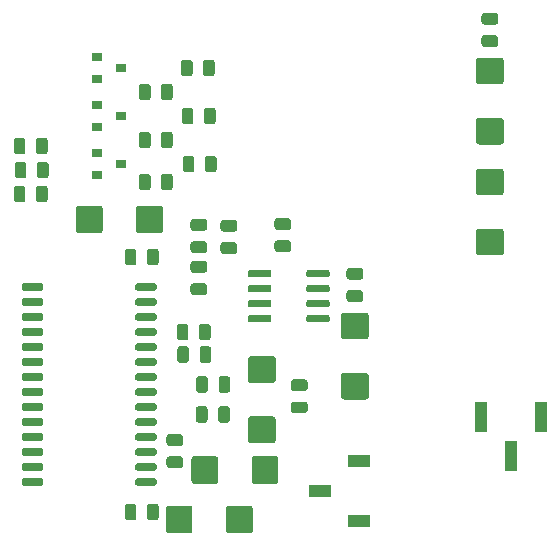
<source format=gbr>
G04 #@! TF.GenerationSoftware,KiCad,Pcbnew,5.1.5*
G04 #@! TF.CreationDate,2020-02-08T16:24:25+09:00*
G04 #@! TF.ProjectId,linearccd,6c696e65-6172-4636-9364-2e6b69636164,rev?*
G04 #@! TF.SameCoordinates,Original*
G04 #@! TF.FileFunction,Paste,Top*
G04 #@! TF.FilePolarity,Positive*
%FSLAX46Y46*%
G04 Gerber Fmt 4.6, Leading zero omitted, Abs format (unit mm)*
G04 Created by KiCad (PCBNEW 5.1.5) date 2020-02-08 16:24:25*
%MOMM*%
%LPD*%
G04 APERTURE LIST*
%ADD10R,1.000000X2.500000*%
%ADD11C,0.100000*%
%ADD12R,1.900000X1.000000*%
%ADD13R,0.900000X0.800000*%
G04 APERTURE END LIST*
D10*
X154432000Y-121540000D03*
X149352000Y-121540000D03*
X151892000Y-124840000D03*
D11*
G36*
X112169703Y-110190722D02*
G01*
X112184264Y-110192882D01*
X112198543Y-110196459D01*
X112212403Y-110201418D01*
X112225710Y-110207712D01*
X112238336Y-110215280D01*
X112250159Y-110224048D01*
X112261066Y-110233934D01*
X112270952Y-110244841D01*
X112279720Y-110256664D01*
X112287288Y-110269290D01*
X112293582Y-110282597D01*
X112298541Y-110296457D01*
X112302118Y-110310736D01*
X112304278Y-110325297D01*
X112305000Y-110340000D01*
X112305000Y-110640000D01*
X112304278Y-110654703D01*
X112302118Y-110669264D01*
X112298541Y-110683543D01*
X112293582Y-110697403D01*
X112287288Y-110710710D01*
X112279720Y-110723336D01*
X112270952Y-110735159D01*
X112261066Y-110746066D01*
X112250159Y-110755952D01*
X112238336Y-110764720D01*
X112225710Y-110772288D01*
X112212403Y-110778582D01*
X112198543Y-110783541D01*
X112184264Y-110787118D01*
X112169703Y-110789278D01*
X112155000Y-110790000D01*
X110655000Y-110790000D01*
X110640297Y-110789278D01*
X110625736Y-110787118D01*
X110611457Y-110783541D01*
X110597597Y-110778582D01*
X110584290Y-110772288D01*
X110571664Y-110764720D01*
X110559841Y-110755952D01*
X110548934Y-110746066D01*
X110539048Y-110735159D01*
X110530280Y-110723336D01*
X110522712Y-110710710D01*
X110516418Y-110697403D01*
X110511459Y-110683543D01*
X110507882Y-110669264D01*
X110505722Y-110654703D01*
X110505000Y-110640000D01*
X110505000Y-110340000D01*
X110505722Y-110325297D01*
X110507882Y-110310736D01*
X110511459Y-110296457D01*
X110516418Y-110282597D01*
X110522712Y-110269290D01*
X110530280Y-110256664D01*
X110539048Y-110244841D01*
X110548934Y-110233934D01*
X110559841Y-110224048D01*
X110571664Y-110215280D01*
X110584290Y-110207712D01*
X110597597Y-110201418D01*
X110611457Y-110196459D01*
X110625736Y-110192882D01*
X110640297Y-110190722D01*
X110655000Y-110190000D01*
X112155000Y-110190000D01*
X112169703Y-110190722D01*
G37*
G36*
X112169703Y-111460722D02*
G01*
X112184264Y-111462882D01*
X112198543Y-111466459D01*
X112212403Y-111471418D01*
X112225710Y-111477712D01*
X112238336Y-111485280D01*
X112250159Y-111494048D01*
X112261066Y-111503934D01*
X112270952Y-111514841D01*
X112279720Y-111526664D01*
X112287288Y-111539290D01*
X112293582Y-111552597D01*
X112298541Y-111566457D01*
X112302118Y-111580736D01*
X112304278Y-111595297D01*
X112305000Y-111610000D01*
X112305000Y-111910000D01*
X112304278Y-111924703D01*
X112302118Y-111939264D01*
X112298541Y-111953543D01*
X112293582Y-111967403D01*
X112287288Y-111980710D01*
X112279720Y-111993336D01*
X112270952Y-112005159D01*
X112261066Y-112016066D01*
X112250159Y-112025952D01*
X112238336Y-112034720D01*
X112225710Y-112042288D01*
X112212403Y-112048582D01*
X112198543Y-112053541D01*
X112184264Y-112057118D01*
X112169703Y-112059278D01*
X112155000Y-112060000D01*
X110655000Y-112060000D01*
X110640297Y-112059278D01*
X110625736Y-112057118D01*
X110611457Y-112053541D01*
X110597597Y-112048582D01*
X110584290Y-112042288D01*
X110571664Y-112034720D01*
X110559841Y-112025952D01*
X110548934Y-112016066D01*
X110539048Y-112005159D01*
X110530280Y-111993336D01*
X110522712Y-111980710D01*
X110516418Y-111967403D01*
X110511459Y-111953543D01*
X110507882Y-111939264D01*
X110505722Y-111924703D01*
X110505000Y-111910000D01*
X110505000Y-111610000D01*
X110505722Y-111595297D01*
X110507882Y-111580736D01*
X110511459Y-111566457D01*
X110516418Y-111552597D01*
X110522712Y-111539290D01*
X110530280Y-111526664D01*
X110539048Y-111514841D01*
X110548934Y-111503934D01*
X110559841Y-111494048D01*
X110571664Y-111485280D01*
X110584290Y-111477712D01*
X110597597Y-111471418D01*
X110611457Y-111466459D01*
X110625736Y-111462882D01*
X110640297Y-111460722D01*
X110655000Y-111460000D01*
X112155000Y-111460000D01*
X112169703Y-111460722D01*
G37*
G36*
X112169703Y-112730722D02*
G01*
X112184264Y-112732882D01*
X112198543Y-112736459D01*
X112212403Y-112741418D01*
X112225710Y-112747712D01*
X112238336Y-112755280D01*
X112250159Y-112764048D01*
X112261066Y-112773934D01*
X112270952Y-112784841D01*
X112279720Y-112796664D01*
X112287288Y-112809290D01*
X112293582Y-112822597D01*
X112298541Y-112836457D01*
X112302118Y-112850736D01*
X112304278Y-112865297D01*
X112305000Y-112880000D01*
X112305000Y-113180000D01*
X112304278Y-113194703D01*
X112302118Y-113209264D01*
X112298541Y-113223543D01*
X112293582Y-113237403D01*
X112287288Y-113250710D01*
X112279720Y-113263336D01*
X112270952Y-113275159D01*
X112261066Y-113286066D01*
X112250159Y-113295952D01*
X112238336Y-113304720D01*
X112225710Y-113312288D01*
X112212403Y-113318582D01*
X112198543Y-113323541D01*
X112184264Y-113327118D01*
X112169703Y-113329278D01*
X112155000Y-113330000D01*
X110655000Y-113330000D01*
X110640297Y-113329278D01*
X110625736Y-113327118D01*
X110611457Y-113323541D01*
X110597597Y-113318582D01*
X110584290Y-113312288D01*
X110571664Y-113304720D01*
X110559841Y-113295952D01*
X110548934Y-113286066D01*
X110539048Y-113275159D01*
X110530280Y-113263336D01*
X110522712Y-113250710D01*
X110516418Y-113237403D01*
X110511459Y-113223543D01*
X110507882Y-113209264D01*
X110505722Y-113194703D01*
X110505000Y-113180000D01*
X110505000Y-112880000D01*
X110505722Y-112865297D01*
X110507882Y-112850736D01*
X110511459Y-112836457D01*
X110516418Y-112822597D01*
X110522712Y-112809290D01*
X110530280Y-112796664D01*
X110539048Y-112784841D01*
X110548934Y-112773934D01*
X110559841Y-112764048D01*
X110571664Y-112755280D01*
X110584290Y-112747712D01*
X110597597Y-112741418D01*
X110611457Y-112736459D01*
X110625736Y-112732882D01*
X110640297Y-112730722D01*
X110655000Y-112730000D01*
X112155000Y-112730000D01*
X112169703Y-112730722D01*
G37*
G36*
X112169703Y-114000722D02*
G01*
X112184264Y-114002882D01*
X112198543Y-114006459D01*
X112212403Y-114011418D01*
X112225710Y-114017712D01*
X112238336Y-114025280D01*
X112250159Y-114034048D01*
X112261066Y-114043934D01*
X112270952Y-114054841D01*
X112279720Y-114066664D01*
X112287288Y-114079290D01*
X112293582Y-114092597D01*
X112298541Y-114106457D01*
X112302118Y-114120736D01*
X112304278Y-114135297D01*
X112305000Y-114150000D01*
X112305000Y-114450000D01*
X112304278Y-114464703D01*
X112302118Y-114479264D01*
X112298541Y-114493543D01*
X112293582Y-114507403D01*
X112287288Y-114520710D01*
X112279720Y-114533336D01*
X112270952Y-114545159D01*
X112261066Y-114556066D01*
X112250159Y-114565952D01*
X112238336Y-114574720D01*
X112225710Y-114582288D01*
X112212403Y-114588582D01*
X112198543Y-114593541D01*
X112184264Y-114597118D01*
X112169703Y-114599278D01*
X112155000Y-114600000D01*
X110655000Y-114600000D01*
X110640297Y-114599278D01*
X110625736Y-114597118D01*
X110611457Y-114593541D01*
X110597597Y-114588582D01*
X110584290Y-114582288D01*
X110571664Y-114574720D01*
X110559841Y-114565952D01*
X110548934Y-114556066D01*
X110539048Y-114545159D01*
X110530280Y-114533336D01*
X110522712Y-114520710D01*
X110516418Y-114507403D01*
X110511459Y-114493543D01*
X110507882Y-114479264D01*
X110505722Y-114464703D01*
X110505000Y-114450000D01*
X110505000Y-114150000D01*
X110505722Y-114135297D01*
X110507882Y-114120736D01*
X110511459Y-114106457D01*
X110516418Y-114092597D01*
X110522712Y-114079290D01*
X110530280Y-114066664D01*
X110539048Y-114054841D01*
X110548934Y-114043934D01*
X110559841Y-114034048D01*
X110571664Y-114025280D01*
X110584290Y-114017712D01*
X110597597Y-114011418D01*
X110611457Y-114006459D01*
X110625736Y-114002882D01*
X110640297Y-114000722D01*
X110655000Y-114000000D01*
X112155000Y-114000000D01*
X112169703Y-114000722D01*
G37*
G36*
X112169703Y-115270722D02*
G01*
X112184264Y-115272882D01*
X112198543Y-115276459D01*
X112212403Y-115281418D01*
X112225710Y-115287712D01*
X112238336Y-115295280D01*
X112250159Y-115304048D01*
X112261066Y-115313934D01*
X112270952Y-115324841D01*
X112279720Y-115336664D01*
X112287288Y-115349290D01*
X112293582Y-115362597D01*
X112298541Y-115376457D01*
X112302118Y-115390736D01*
X112304278Y-115405297D01*
X112305000Y-115420000D01*
X112305000Y-115720000D01*
X112304278Y-115734703D01*
X112302118Y-115749264D01*
X112298541Y-115763543D01*
X112293582Y-115777403D01*
X112287288Y-115790710D01*
X112279720Y-115803336D01*
X112270952Y-115815159D01*
X112261066Y-115826066D01*
X112250159Y-115835952D01*
X112238336Y-115844720D01*
X112225710Y-115852288D01*
X112212403Y-115858582D01*
X112198543Y-115863541D01*
X112184264Y-115867118D01*
X112169703Y-115869278D01*
X112155000Y-115870000D01*
X110655000Y-115870000D01*
X110640297Y-115869278D01*
X110625736Y-115867118D01*
X110611457Y-115863541D01*
X110597597Y-115858582D01*
X110584290Y-115852288D01*
X110571664Y-115844720D01*
X110559841Y-115835952D01*
X110548934Y-115826066D01*
X110539048Y-115815159D01*
X110530280Y-115803336D01*
X110522712Y-115790710D01*
X110516418Y-115777403D01*
X110511459Y-115763543D01*
X110507882Y-115749264D01*
X110505722Y-115734703D01*
X110505000Y-115720000D01*
X110505000Y-115420000D01*
X110505722Y-115405297D01*
X110507882Y-115390736D01*
X110511459Y-115376457D01*
X110516418Y-115362597D01*
X110522712Y-115349290D01*
X110530280Y-115336664D01*
X110539048Y-115324841D01*
X110548934Y-115313934D01*
X110559841Y-115304048D01*
X110571664Y-115295280D01*
X110584290Y-115287712D01*
X110597597Y-115281418D01*
X110611457Y-115276459D01*
X110625736Y-115272882D01*
X110640297Y-115270722D01*
X110655000Y-115270000D01*
X112155000Y-115270000D01*
X112169703Y-115270722D01*
G37*
G36*
X112169703Y-116540722D02*
G01*
X112184264Y-116542882D01*
X112198543Y-116546459D01*
X112212403Y-116551418D01*
X112225710Y-116557712D01*
X112238336Y-116565280D01*
X112250159Y-116574048D01*
X112261066Y-116583934D01*
X112270952Y-116594841D01*
X112279720Y-116606664D01*
X112287288Y-116619290D01*
X112293582Y-116632597D01*
X112298541Y-116646457D01*
X112302118Y-116660736D01*
X112304278Y-116675297D01*
X112305000Y-116690000D01*
X112305000Y-116990000D01*
X112304278Y-117004703D01*
X112302118Y-117019264D01*
X112298541Y-117033543D01*
X112293582Y-117047403D01*
X112287288Y-117060710D01*
X112279720Y-117073336D01*
X112270952Y-117085159D01*
X112261066Y-117096066D01*
X112250159Y-117105952D01*
X112238336Y-117114720D01*
X112225710Y-117122288D01*
X112212403Y-117128582D01*
X112198543Y-117133541D01*
X112184264Y-117137118D01*
X112169703Y-117139278D01*
X112155000Y-117140000D01*
X110655000Y-117140000D01*
X110640297Y-117139278D01*
X110625736Y-117137118D01*
X110611457Y-117133541D01*
X110597597Y-117128582D01*
X110584290Y-117122288D01*
X110571664Y-117114720D01*
X110559841Y-117105952D01*
X110548934Y-117096066D01*
X110539048Y-117085159D01*
X110530280Y-117073336D01*
X110522712Y-117060710D01*
X110516418Y-117047403D01*
X110511459Y-117033543D01*
X110507882Y-117019264D01*
X110505722Y-117004703D01*
X110505000Y-116990000D01*
X110505000Y-116690000D01*
X110505722Y-116675297D01*
X110507882Y-116660736D01*
X110511459Y-116646457D01*
X110516418Y-116632597D01*
X110522712Y-116619290D01*
X110530280Y-116606664D01*
X110539048Y-116594841D01*
X110548934Y-116583934D01*
X110559841Y-116574048D01*
X110571664Y-116565280D01*
X110584290Y-116557712D01*
X110597597Y-116551418D01*
X110611457Y-116546459D01*
X110625736Y-116542882D01*
X110640297Y-116540722D01*
X110655000Y-116540000D01*
X112155000Y-116540000D01*
X112169703Y-116540722D01*
G37*
G36*
X112169703Y-117810722D02*
G01*
X112184264Y-117812882D01*
X112198543Y-117816459D01*
X112212403Y-117821418D01*
X112225710Y-117827712D01*
X112238336Y-117835280D01*
X112250159Y-117844048D01*
X112261066Y-117853934D01*
X112270952Y-117864841D01*
X112279720Y-117876664D01*
X112287288Y-117889290D01*
X112293582Y-117902597D01*
X112298541Y-117916457D01*
X112302118Y-117930736D01*
X112304278Y-117945297D01*
X112305000Y-117960000D01*
X112305000Y-118260000D01*
X112304278Y-118274703D01*
X112302118Y-118289264D01*
X112298541Y-118303543D01*
X112293582Y-118317403D01*
X112287288Y-118330710D01*
X112279720Y-118343336D01*
X112270952Y-118355159D01*
X112261066Y-118366066D01*
X112250159Y-118375952D01*
X112238336Y-118384720D01*
X112225710Y-118392288D01*
X112212403Y-118398582D01*
X112198543Y-118403541D01*
X112184264Y-118407118D01*
X112169703Y-118409278D01*
X112155000Y-118410000D01*
X110655000Y-118410000D01*
X110640297Y-118409278D01*
X110625736Y-118407118D01*
X110611457Y-118403541D01*
X110597597Y-118398582D01*
X110584290Y-118392288D01*
X110571664Y-118384720D01*
X110559841Y-118375952D01*
X110548934Y-118366066D01*
X110539048Y-118355159D01*
X110530280Y-118343336D01*
X110522712Y-118330710D01*
X110516418Y-118317403D01*
X110511459Y-118303543D01*
X110507882Y-118289264D01*
X110505722Y-118274703D01*
X110505000Y-118260000D01*
X110505000Y-117960000D01*
X110505722Y-117945297D01*
X110507882Y-117930736D01*
X110511459Y-117916457D01*
X110516418Y-117902597D01*
X110522712Y-117889290D01*
X110530280Y-117876664D01*
X110539048Y-117864841D01*
X110548934Y-117853934D01*
X110559841Y-117844048D01*
X110571664Y-117835280D01*
X110584290Y-117827712D01*
X110597597Y-117821418D01*
X110611457Y-117816459D01*
X110625736Y-117812882D01*
X110640297Y-117810722D01*
X110655000Y-117810000D01*
X112155000Y-117810000D01*
X112169703Y-117810722D01*
G37*
G36*
X112169703Y-119080722D02*
G01*
X112184264Y-119082882D01*
X112198543Y-119086459D01*
X112212403Y-119091418D01*
X112225710Y-119097712D01*
X112238336Y-119105280D01*
X112250159Y-119114048D01*
X112261066Y-119123934D01*
X112270952Y-119134841D01*
X112279720Y-119146664D01*
X112287288Y-119159290D01*
X112293582Y-119172597D01*
X112298541Y-119186457D01*
X112302118Y-119200736D01*
X112304278Y-119215297D01*
X112305000Y-119230000D01*
X112305000Y-119530000D01*
X112304278Y-119544703D01*
X112302118Y-119559264D01*
X112298541Y-119573543D01*
X112293582Y-119587403D01*
X112287288Y-119600710D01*
X112279720Y-119613336D01*
X112270952Y-119625159D01*
X112261066Y-119636066D01*
X112250159Y-119645952D01*
X112238336Y-119654720D01*
X112225710Y-119662288D01*
X112212403Y-119668582D01*
X112198543Y-119673541D01*
X112184264Y-119677118D01*
X112169703Y-119679278D01*
X112155000Y-119680000D01*
X110655000Y-119680000D01*
X110640297Y-119679278D01*
X110625736Y-119677118D01*
X110611457Y-119673541D01*
X110597597Y-119668582D01*
X110584290Y-119662288D01*
X110571664Y-119654720D01*
X110559841Y-119645952D01*
X110548934Y-119636066D01*
X110539048Y-119625159D01*
X110530280Y-119613336D01*
X110522712Y-119600710D01*
X110516418Y-119587403D01*
X110511459Y-119573543D01*
X110507882Y-119559264D01*
X110505722Y-119544703D01*
X110505000Y-119530000D01*
X110505000Y-119230000D01*
X110505722Y-119215297D01*
X110507882Y-119200736D01*
X110511459Y-119186457D01*
X110516418Y-119172597D01*
X110522712Y-119159290D01*
X110530280Y-119146664D01*
X110539048Y-119134841D01*
X110548934Y-119123934D01*
X110559841Y-119114048D01*
X110571664Y-119105280D01*
X110584290Y-119097712D01*
X110597597Y-119091418D01*
X110611457Y-119086459D01*
X110625736Y-119082882D01*
X110640297Y-119080722D01*
X110655000Y-119080000D01*
X112155000Y-119080000D01*
X112169703Y-119080722D01*
G37*
G36*
X112169703Y-120350722D02*
G01*
X112184264Y-120352882D01*
X112198543Y-120356459D01*
X112212403Y-120361418D01*
X112225710Y-120367712D01*
X112238336Y-120375280D01*
X112250159Y-120384048D01*
X112261066Y-120393934D01*
X112270952Y-120404841D01*
X112279720Y-120416664D01*
X112287288Y-120429290D01*
X112293582Y-120442597D01*
X112298541Y-120456457D01*
X112302118Y-120470736D01*
X112304278Y-120485297D01*
X112305000Y-120500000D01*
X112305000Y-120800000D01*
X112304278Y-120814703D01*
X112302118Y-120829264D01*
X112298541Y-120843543D01*
X112293582Y-120857403D01*
X112287288Y-120870710D01*
X112279720Y-120883336D01*
X112270952Y-120895159D01*
X112261066Y-120906066D01*
X112250159Y-120915952D01*
X112238336Y-120924720D01*
X112225710Y-120932288D01*
X112212403Y-120938582D01*
X112198543Y-120943541D01*
X112184264Y-120947118D01*
X112169703Y-120949278D01*
X112155000Y-120950000D01*
X110655000Y-120950000D01*
X110640297Y-120949278D01*
X110625736Y-120947118D01*
X110611457Y-120943541D01*
X110597597Y-120938582D01*
X110584290Y-120932288D01*
X110571664Y-120924720D01*
X110559841Y-120915952D01*
X110548934Y-120906066D01*
X110539048Y-120895159D01*
X110530280Y-120883336D01*
X110522712Y-120870710D01*
X110516418Y-120857403D01*
X110511459Y-120843543D01*
X110507882Y-120829264D01*
X110505722Y-120814703D01*
X110505000Y-120800000D01*
X110505000Y-120500000D01*
X110505722Y-120485297D01*
X110507882Y-120470736D01*
X110511459Y-120456457D01*
X110516418Y-120442597D01*
X110522712Y-120429290D01*
X110530280Y-120416664D01*
X110539048Y-120404841D01*
X110548934Y-120393934D01*
X110559841Y-120384048D01*
X110571664Y-120375280D01*
X110584290Y-120367712D01*
X110597597Y-120361418D01*
X110611457Y-120356459D01*
X110625736Y-120352882D01*
X110640297Y-120350722D01*
X110655000Y-120350000D01*
X112155000Y-120350000D01*
X112169703Y-120350722D01*
G37*
G36*
X112169703Y-121620722D02*
G01*
X112184264Y-121622882D01*
X112198543Y-121626459D01*
X112212403Y-121631418D01*
X112225710Y-121637712D01*
X112238336Y-121645280D01*
X112250159Y-121654048D01*
X112261066Y-121663934D01*
X112270952Y-121674841D01*
X112279720Y-121686664D01*
X112287288Y-121699290D01*
X112293582Y-121712597D01*
X112298541Y-121726457D01*
X112302118Y-121740736D01*
X112304278Y-121755297D01*
X112305000Y-121770000D01*
X112305000Y-122070000D01*
X112304278Y-122084703D01*
X112302118Y-122099264D01*
X112298541Y-122113543D01*
X112293582Y-122127403D01*
X112287288Y-122140710D01*
X112279720Y-122153336D01*
X112270952Y-122165159D01*
X112261066Y-122176066D01*
X112250159Y-122185952D01*
X112238336Y-122194720D01*
X112225710Y-122202288D01*
X112212403Y-122208582D01*
X112198543Y-122213541D01*
X112184264Y-122217118D01*
X112169703Y-122219278D01*
X112155000Y-122220000D01*
X110655000Y-122220000D01*
X110640297Y-122219278D01*
X110625736Y-122217118D01*
X110611457Y-122213541D01*
X110597597Y-122208582D01*
X110584290Y-122202288D01*
X110571664Y-122194720D01*
X110559841Y-122185952D01*
X110548934Y-122176066D01*
X110539048Y-122165159D01*
X110530280Y-122153336D01*
X110522712Y-122140710D01*
X110516418Y-122127403D01*
X110511459Y-122113543D01*
X110507882Y-122099264D01*
X110505722Y-122084703D01*
X110505000Y-122070000D01*
X110505000Y-121770000D01*
X110505722Y-121755297D01*
X110507882Y-121740736D01*
X110511459Y-121726457D01*
X110516418Y-121712597D01*
X110522712Y-121699290D01*
X110530280Y-121686664D01*
X110539048Y-121674841D01*
X110548934Y-121663934D01*
X110559841Y-121654048D01*
X110571664Y-121645280D01*
X110584290Y-121637712D01*
X110597597Y-121631418D01*
X110611457Y-121626459D01*
X110625736Y-121622882D01*
X110640297Y-121620722D01*
X110655000Y-121620000D01*
X112155000Y-121620000D01*
X112169703Y-121620722D01*
G37*
G36*
X112169703Y-122890722D02*
G01*
X112184264Y-122892882D01*
X112198543Y-122896459D01*
X112212403Y-122901418D01*
X112225710Y-122907712D01*
X112238336Y-122915280D01*
X112250159Y-122924048D01*
X112261066Y-122933934D01*
X112270952Y-122944841D01*
X112279720Y-122956664D01*
X112287288Y-122969290D01*
X112293582Y-122982597D01*
X112298541Y-122996457D01*
X112302118Y-123010736D01*
X112304278Y-123025297D01*
X112305000Y-123040000D01*
X112305000Y-123340000D01*
X112304278Y-123354703D01*
X112302118Y-123369264D01*
X112298541Y-123383543D01*
X112293582Y-123397403D01*
X112287288Y-123410710D01*
X112279720Y-123423336D01*
X112270952Y-123435159D01*
X112261066Y-123446066D01*
X112250159Y-123455952D01*
X112238336Y-123464720D01*
X112225710Y-123472288D01*
X112212403Y-123478582D01*
X112198543Y-123483541D01*
X112184264Y-123487118D01*
X112169703Y-123489278D01*
X112155000Y-123490000D01*
X110655000Y-123490000D01*
X110640297Y-123489278D01*
X110625736Y-123487118D01*
X110611457Y-123483541D01*
X110597597Y-123478582D01*
X110584290Y-123472288D01*
X110571664Y-123464720D01*
X110559841Y-123455952D01*
X110548934Y-123446066D01*
X110539048Y-123435159D01*
X110530280Y-123423336D01*
X110522712Y-123410710D01*
X110516418Y-123397403D01*
X110511459Y-123383543D01*
X110507882Y-123369264D01*
X110505722Y-123354703D01*
X110505000Y-123340000D01*
X110505000Y-123040000D01*
X110505722Y-123025297D01*
X110507882Y-123010736D01*
X110511459Y-122996457D01*
X110516418Y-122982597D01*
X110522712Y-122969290D01*
X110530280Y-122956664D01*
X110539048Y-122944841D01*
X110548934Y-122933934D01*
X110559841Y-122924048D01*
X110571664Y-122915280D01*
X110584290Y-122907712D01*
X110597597Y-122901418D01*
X110611457Y-122896459D01*
X110625736Y-122892882D01*
X110640297Y-122890722D01*
X110655000Y-122890000D01*
X112155000Y-122890000D01*
X112169703Y-122890722D01*
G37*
G36*
X112169703Y-124160722D02*
G01*
X112184264Y-124162882D01*
X112198543Y-124166459D01*
X112212403Y-124171418D01*
X112225710Y-124177712D01*
X112238336Y-124185280D01*
X112250159Y-124194048D01*
X112261066Y-124203934D01*
X112270952Y-124214841D01*
X112279720Y-124226664D01*
X112287288Y-124239290D01*
X112293582Y-124252597D01*
X112298541Y-124266457D01*
X112302118Y-124280736D01*
X112304278Y-124295297D01*
X112305000Y-124310000D01*
X112305000Y-124610000D01*
X112304278Y-124624703D01*
X112302118Y-124639264D01*
X112298541Y-124653543D01*
X112293582Y-124667403D01*
X112287288Y-124680710D01*
X112279720Y-124693336D01*
X112270952Y-124705159D01*
X112261066Y-124716066D01*
X112250159Y-124725952D01*
X112238336Y-124734720D01*
X112225710Y-124742288D01*
X112212403Y-124748582D01*
X112198543Y-124753541D01*
X112184264Y-124757118D01*
X112169703Y-124759278D01*
X112155000Y-124760000D01*
X110655000Y-124760000D01*
X110640297Y-124759278D01*
X110625736Y-124757118D01*
X110611457Y-124753541D01*
X110597597Y-124748582D01*
X110584290Y-124742288D01*
X110571664Y-124734720D01*
X110559841Y-124725952D01*
X110548934Y-124716066D01*
X110539048Y-124705159D01*
X110530280Y-124693336D01*
X110522712Y-124680710D01*
X110516418Y-124667403D01*
X110511459Y-124653543D01*
X110507882Y-124639264D01*
X110505722Y-124624703D01*
X110505000Y-124610000D01*
X110505000Y-124310000D01*
X110505722Y-124295297D01*
X110507882Y-124280736D01*
X110511459Y-124266457D01*
X110516418Y-124252597D01*
X110522712Y-124239290D01*
X110530280Y-124226664D01*
X110539048Y-124214841D01*
X110548934Y-124203934D01*
X110559841Y-124194048D01*
X110571664Y-124185280D01*
X110584290Y-124177712D01*
X110597597Y-124171418D01*
X110611457Y-124166459D01*
X110625736Y-124162882D01*
X110640297Y-124160722D01*
X110655000Y-124160000D01*
X112155000Y-124160000D01*
X112169703Y-124160722D01*
G37*
G36*
X112169703Y-125430722D02*
G01*
X112184264Y-125432882D01*
X112198543Y-125436459D01*
X112212403Y-125441418D01*
X112225710Y-125447712D01*
X112238336Y-125455280D01*
X112250159Y-125464048D01*
X112261066Y-125473934D01*
X112270952Y-125484841D01*
X112279720Y-125496664D01*
X112287288Y-125509290D01*
X112293582Y-125522597D01*
X112298541Y-125536457D01*
X112302118Y-125550736D01*
X112304278Y-125565297D01*
X112305000Y-125580000D01*
X112305000Y-125880000D01*
X112304278Y-125894703D01*
X112302118Y-125909264D01*
X112298541Y-125923543D01*
X112293582Y-125937403D01*
X112287288Y-125950710D01*
X112279720Y-125963336D01*
X112270952Y-125975159D01*
X112261066Y-125986066D01*
X112250159Y-125995952D01*
X112238336Y-126004720D01*
X112225710Y-126012288D01*
X112212403Y-126018582D01*
X112198543Y-126023541D01*
X112184264Y-126027118D01*
X112169703Y-126029278D01*
X112155000Y-126030000D01*
X110655000Y-126030000D01*
X110640297Y-126029278D01*
X110625736Y-126027118D01*
X110611457Y-126023541D01*
X110597597Y-126018582D01*
X110584290Y-126012288D01*
X110571664Y-126004720D01*
X110559841Y-125995952D01*
X110548934Y-125986066D01*
X110539048Y-125975159D01*
X110530280Y-125963336D01*
X110522712Y-125950710D01*
X110516418Y-125937403D01*
X110511459Y-125923543D01*
X110507882Y-125909264D01*
X110505722Y-125894703D01*
X110505000Y-125880000D01*
X110505000Y-125580000D01*
X110505722Y-125565297D01*
X110507882Y-125550736D01*
X110511459Y-125536457D01*
X110516418Y-125522597D01*
X110522712Y-125509290D01*
X110530280Y-125496664D01*
X110539048Y-125484841D01*
X110548934Y-125473934D01*
X110559841Y-125464048D01*
X110571664Y-125455280D01*
X110584290Y-125447712D01*
X110597597Y-125441418D01*
X110611457Y-125436459D01*
X110625736Y-125432882D01*
X110640297Y-125430722D01*
X110655000Y-125430000D01*
X112155000Y-125430000D01*
X112169703Y-125430722D01*
G37*
G36*
X112169703Y-126700722D02*
G01*
X112184264Y-126702882D01*
X112198543Y-126706459D01*
X112212403Y-126711418D01*
X112225710Y-126717712D01*
X112238336Y-126725280D01*
X112250159Y-126734048D01*
X112261066Y-126743934D01*
X112270952Y-126754841D01*
X112279720Y-126766664D01*
X112287288Y-126779290D01*
X112293582Y-126792597D01*
X112298541Y-126806457D01*
X112302118Y-126820736D01*
X112304278Y-126835297D01*
X112305000Y-126850000D01*
X112305000Y-127150000D01*
X112304278Y-127164703D01*
X112302118Y-127179264D01*
X112298541Y-127193543D01*
X112293582Y-127207403D01*
X112287288Y-127220710D01*
X112279720Y-127233336D01*
X112270952Y-127245159D01*
X112261066Y-127256066D01*
X112250159Y-127265952D01*
X112238336Y-127274720D01*
X112225710Y-127282288D01*
X112212403Y-127288582D01*
X112198543Y-127293541D01*
X112184264Y-127297118D01*
X112169703Y-127299278D01*
X112155000Y-127300000D01*
X110655000Y-127300000D01*
X110640297Y-127299278D01*
X110625736Y-127297118D01*
X110611457Y-127293541D01*
X110597597Y-127288582D01*
X110584290Y-127282288D01*
X110571664Y-127274720D01*
X110559841Y-127265952D01*
X110548934Y-127256066D01*
X110539048Y-127245159D01*
X110530280Y-127233336D01*
X110522712Y-127220710D01*
X110516418Y-127207403D01*
X110511459Y-127193543D01*
X110507882Y-127179264D01*
X110505722Y-127164703D01*
X110505000Y-127150000D01*
X110505000Y-126850000D01*
X110505722Y-126835297D01*
X110507882Y-126820736D01*
X110511459Y-126806457D01*
X110516418Y-126792597D01*
X110522712Y-126779290D01*
X110530280Y-126766664D01*
X110539048Y-126754841D01*
X110548934Y-126743934D01*
X110559841Y-126734048D01*
X110571664Y-126725280D01*
X110584290Y-126717712D01*
X110597597Y-126711418D01*
X110611457Y-126706459D01*
X110625736Y-126702882D01*
X110640297Y-126700722D01*
X110655000Y-126700000D01*
X112155000Y-126700000D01*
X112169703Y-126700722D01*
G37*
G36*
X121769703Y-126700722D02*
G01*
X121784264Y-126702882D01*
X121798543Y-126706459D01*
X121812403Y-126711418D01*
X121825710Y-126717712D01*
X121838336Y-126725280D01*
X121850159Y-126734048D01*
X121861066Y-126743934D01*
X121870952Y-126754841D01*
X121879720Y-126766664D01*
X121887288Y-126779290D01*
X121893582Y-126792597D01*
X121898541Y-126806457D01*
X121902118Y-126820736D01*
X121904278Y-126835297D01*
X121905000Y-126850000D01*
X121905000Y-127150000D01*
X121904278Y-127164703D01*
X121902118Y-127179264D01*
X121898541Y-127193543D01*
X121893582Y-127207403D01*
X121887288Y-127220710D01*
X121879720Y-127233336D01*
X121870952Y-127245159D01*
X121861066Y-127256066D01*
X121850159Y-127265952D01*
X121838336Y-127274720D01*
X121825710Y-127282288D01*
X121812403Y-127288582D01*
X121798543Y-127293541D01*
X121784264Y-127297118D01*
X121769703Y-127299278D01*
X121755000Y-127300000D01*
X120255000Y-127300000D01*
X120240297Y-127299278D01*
X120225736Y-127297118D01*
X120211457Y-127293541D01*
X120197597Y-127288582D01*
X120184290Y-127282288D01*
X120171664Y-127274720D01*
X120159841Y-127265952D01*
X120148934Y-127256066D01*
X120139048Y-127245159D01*
X120130280Y-127233336D01*
X120122712Y-127220710D01*
X120116418Y-127207403D01*
X120111459Y-127193543D01*
X120107882Y-127179264D01*
X120105722Y-127164703D01*
X120105000Y-127150000D01*
X120105000Y-126850000D01*
X120105722Y-126835297D01*
X120107882Y-126820736D01*
X120111459Y-126806457D01*
X120116418Y-126792597D01*
X120122712Y-126779290D01*
X120130280Y-126766664D01*
X120139048Y-126754841D01*
X120148934Y-126743934D01*
X120159841Y-126734048D01*
X120171664Y-126725280D01*
X120184290Y-126717712D01*
X120197597Y-126711418D01*
X120211457Y-126706459D01*
X120225736Y-126702882D01*
X120240297Y-126700722D01*
X120255000Y-126700000D01*
X121755000Y-126700000D01*
X121769703Y-126700722D01*
G37*
G36*
X121769703Y-125430722D02*
G01*
X121784264Y-125432882D01*
X121798543Y-125436459D01*
X121812403Y-125441418D01*
X121825710Y-125447712D01*
X121838336Y-125455280D01*
X121850159Y-125464048D01*
X121861066Y-125473934D01*
X121870952Y-125484841D01*
X121879720Y-125496664D01*
X121887288Y-125509290D01*
X121893582Y-125522597D01*
X121898541Y-125536457D01*
X121902118Y-125550736D01*
X121904278Y-125565297D01*
X121905000Y-125580000D01*
X121905000Y-125880000D01*
X121904278Y-125894703D01*
X121902118Y-125909264D01*
X121898541Y-125923543D01*
X121893582Y-125937403D01*
X121887288Y-125950710D01*
X121879720Y-125963336D01*
X121870952Y-125975159D01*
X121861066Y-125986066D01*
X121850159Y-125995952D01*
X121838336Y-126004720D01*
X121825710Y-126012288D01*
X121812403Y-126018582D01*
X121798543Y-126023541D01*
X121784264Y-126027118D01*
X121769703Y-126029278D01*
X121755000Y-126030000D01*
X120255000Y-126030000D01*
X120240297Y-126029278D01*
X120225736Y-126027118D01*
X120211457Y-126023541D01*
X120197597Y-126018582D01*
X120184290Y-126012288D01*
X120171664Y-126004720D01*
X120159841Y-125995952D01*
X120148934Y-125986066D01*
X120139048Y-125975159D01*
X120130280Y-125963336D01*
X120122712Y-125950710D01*
X120116418Y-125937403D01*
X120111459Y-125923543D01*
X120107882Y-125909264D01*
X120105722Y-125894703D01*
X120105000Y-125880000D01*
X120105000Y-125580000D01*
X120105722Y-125565297D01*
X120107882Y-125550736D01*
X120111459Y-125536457D01*
X120116418Y-125522597D01*
X120122712Y-125509290D01*
X120130280Y-125496664D01*
X120139048Y-125484841D01*
X120148934Y-125473934D01*
X120159841Y-125464048D01*
X120171664Y-125455280D01*
X120184290Y-125447712D01*
X120197597Y-125441418D01*
X120211457Y-125436459D01*
X120225736Y-125432882D01*
X120240297Y-125430722D01*
X120255000Y-125430000D01*
X121755000Y-125430000D01*
X121769703Y-125430722D01*
G37*
G36*
X121769703Y-124160722D02*
G01*
X121784264Y-124162882D01*
X121798543Y-124166459D01*
X121812403Y-124171418D01*
X121825710Y-124177712D01*
X121838336Y-124185280D01*
X121850159Y-124194048D01*
X121861066Y-124203934D01*
X121870952Y-124214841D01*
X121879720Y-124226664D01*
X121887288Y-124239290D01*
X121893582Y-124252597D01*
X121898541Y-124266457D01*
X121902118Y-124280736D01*
X121904278Y-124295297D01*
X121905000Y-124310000D01*
X121905000Y-124610000D01*
X121904278Y-124624703D01*
X121902118Y-124639264D01*
X121898541Y-124653543D01*
X121893582Y-124667403D01*
X121887288Y-124680710D01*
X121879720Y-124693336D01*
X121870952Y-124705159D01*
X121861066Y-124716066D01*
X121850159Y-124725952D01*
X121838336Y-124734720D01*
X121825710Y-124742288D01*
X121812403Y-124748582D01*
X121798543Y-124753541D01*
X121784264Y-124757118D01*
X121769703Y-124759278D01*
X121755000Y-124760000D01*
X120255000Y-124760000D01*
X120240297Y-124759278D01*
X120225736Y-124757118D01*
X120211457Y-124753541D01*
X120197597Y-124748582D01*
X120184290Y-124742288D01*
X120171664Y-124734720D01*
X120159841Y-124725952D01*
X120148934Y-124716066D01*
X120139048Y-124705159D01*
X120130280Y-124693336D01*
X120122712Y-124680710D01*
X120116418Y-124667403D01*
X120111459Y-124653543D01*
X120107882Y-124639264D01*
X120105722Y-124624703D01*
X120105000Y-124610000D01*
X120105000Y-124310000D01*
X120105722Y-124295297D01*
X120107882Y-124280736D01*
X120111459Y-124266457D01*
X120116418Y-124252597D01*
X120122712Y-124239290D01*
X120130280Y-124226664D01*
X120139048Y-124214841D01*
X120148934Y-124203934D01*
X120159841Y-124194048D01*
X120171664Y-124185280D01*
X120184290Y-124177712D01*
X120197597Y-124171418D01*
X120211457Y-124166459D01*
X120225736Y-124162882D01*
X120240297Y-124160722D01*
X120255000Y-124160000D01*
X121755000Y-124160000D01*
X121769703Y-124160722D01*
G37*
G36*
X121769703Y-122890722D02*
G01*
X121784264Y-122892882D01*
X121798543Y-122896459D01*
X121812403Y-122901418D01*
X121825710Y-122907712D01*
X121838336Y-122915280D01*
X121850159Y-122924048D01*
X121861066Y-122933934D01*
X121870952Y-122944841D01*
X121879720Y-122956664D01*
X121887288Y-122969290D01*
X121893582Y-122982597D01*
X121898541Y-122996457D01*
X121902118Y-123010736D01*
X121904278Y-123025297D01*
X121905000Y-123040000D01*
X121905000Y-123340000D01*
X121904278Y-123354703D01*
X121902118Y-123369264D01*
X121898541Y-123383543D01*
X121893582Y-123397403D01*
X121887288Y-123410710D01*
X121879720Y-123423336D01*
X121870952Y-123435159D01*
X121861066Y-123446066D01*
X121850159Y-123455952D01*
X121838336Y-123464720D01*
X121825710Y-123472288D01*
X121812403Y-123478582D01*
X121798543Y-123483541D01*
X121784264Y-123487118D01*
X121769703Y-123489278D01*
X121755000Y-123490000D01*
X120255000Y-123490000D01*
X120240297Y-123489278D01*
X120225736Y-123487118D01*
X120211457Y-123483541D01*
X120197597Y-123478582D01*
X120184290Y-123472288D01*
X120171664Y-123464720D01*
X120159841Y-123455952D01*
X120148934Y-123446066D01*
X120139048Y-123435159D01*
X120130280Y-123423336D01*
X120122712Y-123410710D01*
X120116418Y-123397403D01*
X120111459Y-123383543D01*
X120107882Y-123369264D01*
X120105722Y-123354703D01*
X120105000Y-123340000D01*
X120105000Y-123040000D01*
X120105722Y-123025297D01*
X120107882Y-123010736D01*
X120111459Y-122996457D01*
X120116418Y-122982597D01*
X120122712Y-122969290D01*
X120130280Y-122956664D01*
X120139048Y-122944841D01*
X120148934Y-122933934D01*
X120159841Y-122924048D01*
X120171664Y-122915280D01*
X120184290Y-122907712D01*
X120197597Y-122901418D01*
X120211457Y-122896459D01*
X120225736Y-122892882D01*
X120240297Y-122890722D01*
X120255000Y-122890000D01*
X121755000Y-122890000D01*
X121769703Y-122890722D01*
G37*
G36*
X121769703Y-121620722D02*
G01*
X121784264Y-121622882D01*
X121798543Y-121626459D01*
X121812403Y-121631418D01*
X121825710Y-121637712D01*
X121838336Y-121645280D01*
X121850159Y-121654048D01*
X121861066Y-121663934D01*
X121870952Y-121674841D01*
X121879720Y-121686664D01*
X121887288Y-121699290D01*
X121893582Y-121712597D01*
X121898541Y-121726457D01*
X121902118Y-121740736D01*
X121904278Y-121755297D01*
X121905000Y-121770000D01*
X121905000Y-122070000D01*
X121904278Y-122084703D01*
X121902118Y-122099264D01*
X121898541Y-122113543D01*
X121893582Y-122127403D01*
X121887288Y-122140710D01*
X121879720Y-122153336D01*
X121870952Y-122165159D01*
X121861066Y-122176066D01*
X121850159Y-122185952D01*
X121838336Y-122194720D01*
X121825710Y-122202288D01*
X121812403Y-122208582D01*
X121798543Y-122213541D01*
X121784264Y-122217118D01*
X121769703Y-122219278D01*
X121755000Y-122220000D01*
X120255000Y-122220000D01*
X120240297Y-122219278D01*
X120225736Y-122217118D01*
X120211457Y-122213541D01*
X120197597Y-122208582D01*
X120184290Y-122202288D01*
X120171664Y-122194720D01*
X120159841Y-122185952D01*
X120148934Y-122176066D01*
X120139048Y-122165159D01*
X120130280Y-122153336D01*
X120122712Y-122140710D01*
X120116418Y-122127403D01*
X120111459Y-122113543D01*
X120107882Y-122099264D01*
X120105722Y-122084703D01*
X120105000Y-122070000D01*
X120105000Y-121770000D01*
X120105722Y-121755297D01*
X120107882Y-121740736D01*
X120111459Y-121726457D01*
X120116418Y-121712597D01*
X120122712Y-121699290D01*
X120130280Y-121686664D01*
X120139048Y-121674841D01*
X120148934Y-121663934D01*
X120159841Y-121654048D01*
X120171664Y-121645280D01*
X120184290Y-121637712D01*
X120197597Y-121631418D01*
X120211457Y-121626459D01*
X120225736Y-121622882D01*
X120240297Y-121620722D01*
X120255000Y-121620000D01*
X121755000Y-121620000D01*
X121769703Y-121620722D01*
G37*
G36*
X121769703Y-120350722D02*
G01*
X121784264Y-120352882D01*
X121798543Y-120356459D01*
X121812403Y-120361418D01*
X121825710Y-120367712D01*
X121838336Y-120375280D01*
X121850159Y-120384048D01*
X121861066Y-120393934D01*
X121870952Y-120404841D01*
X121879720Y-120416664D01*
X121887288Y-120429290D01*
X121893582Y-120442597D01*
X121898541Y-120456457D01*
X121902118Y-120470736D01*
X121904278Y-120485297D01*
X121905000Y-120500000D01*
X121905000Y-120800000D01*
X121904278Y-120814703D01*
X121902118Y-120829264D01*
X121898541Y-120843543D01*
X121893582Y-120857403D01*
X121887288Y-120870710D01*
X121879720Y-120883336D01*
X121870952Y-120895159D01*
X121861066Y-120906066D01*
X121850159Y-120915952D01*
X121838336Y-120924720D01*
X121825710Y-120932288D01*
X121812403Y-120938582D01*
X121798543Y-120943541D01*
X121784264Y-120947118D01*
X121769703Y-120949278D01*
X121755000Y-120950000D01*
X120255000Y-120950000D01*
X120240297Y-120949278D01*
X120225736Y-120947118D01*
X120211457Y-120943541D01*
X120197597Y-120938582D01*
X120184290Y-120932288D01*
X120171664Y-120924720D01*
X120159841Y-120915952D01*
X120148934Y-120906066D01*
X120139048Y-120895159D01*
X120130280Y-120883336D01*
X120122712Y-120870710D01*
X120116418Y-120857403D01*
X120111459Y-120843543D01*
X120107882Y-120829264D01*
X120105722Y-120814703D01*
X120105000Y-120800000D01*
X120105000Y-120500000D01*
X120105722Y-120485297D01*
X120107882Y-120470736D01*
X120111459Y-120456457D01*
X120116418Y-120442597D01*
X120122712Y-120429290D01*
X120130280Y-120416664D01*
X120139048Y-120404841D01*
X120148934Y-120393934D01*
X120159841Y-120384048D01*
X120171664Y-120375280D01*
X120184290Y-120367712D01*
X120197597Y-120361418D01*
X120211457Y-120356459D01*
X120225736Y-120352882D01*
X120240297Y-120350722D01*
X120255000Y-120350000D01*
X121755000Y-120350000D01*
X121769703Y-120350722D01*
G37*
G36*
X121769703Y-119080722D02*
G01*
X121784264Y-119082882D01*
X121798543Y-119086459D01*
X121812403Y-119091418D01*
X121825710Y-119097712D01*
X121838336Y-119105280D01*
X121850159Y-119114048D01*
X121861066Y-119123934D01*
X121870952Y-119134841D01*
X121879720Y-119146664D01*
X121887288Y-119159290D01*
X121893582Y-119172597D01*
X121898541Y-119186457D01*
X121902118Y-119200736D01*
X121904278Y-119215297D01*
X121905000Y-119230000D01*
X121905000Y-119530000D01*
X121904278Y-119544703D01*
X121902118Y-119559264D01*
X121898541Y-119573543D01*
X121893582Y-119587403D01*
X121887288Y-119600710D01*
X121879720Y-119613336D01*
X121870952Y-119625159D01*
X121861066Y-119636066D01*
X121850159Y-119645952D01*
X121838336Y-119654720D01*
X121825710Y-119662288D01*
X121812403Y-119668582D01*
X121798543Y-119673541D01*
X121784264Y-119677118D01*
X121769703Y-119679278D01*
X121755000Y-119680000D01*
X120255000Y-119680000D01*
X120240297Y-119679278D01*
X120225736Y-119677118D01*
X120211457Y-119673541D01*
X120197597Y-119668582D01*
X120184290Y-119662288D01*
X120171664Y-119654720D01*
X120159841Y-119645952D01*
X120148934Y-119636066D01*
X120139048Y-119625159D01*
X120130280Y-119613336D01*
X120122712Y-119600710D01*
X120116418Y-119587403D01*
X120111459Y-119573543D01*
X120107882Y-119559264D01*
X120105722Y-119544703D01*
X120105000Y-119530000D01*
X120105000Y-119230000D01*
X120105722Y-119215297D01*
X120107882Y-119200736D01*
X120111459Y-119186457D01*
X120116418Y-119172597D01*
X120122712Y-119159290D01*
X120130280Y-119146664D01*
X120139048Y-119134841D01*
X120148934Y-119123934D01*
X120159841Y-119114048D01*
X120171664Y-119105280D01*
X120184290Y-119097712D01*
X120197597Y-119091418D01*
X120211457Y-119086459D01*
X120225736Y-119082882D01*
X120240297Y-119080722D01*
X120255000Y-119080000D01*
X121755000Y-119080000D01*
X121769703Y-119080722D01*
G37*
G36*
X121769703Y-117810722D02*
G01*
X121784264Y-117812882D01*
X121798543Y-117816459D01*
X121812403Y-117821418D01*
X121825710Y-117827712D01*
X121838336Y-117835280D01*
X121850159Y-117844048D01*
X121861066Y-117853934D01*
X121870952Y-117864841D01*
X121879720Y-117876664D01*
X121887288Y-117889290D01*
X121893582Y-117902597D01*
X121898541Y-117916457D01*
X121902118Y-117930736D01*
X121904278Y-117945297D01*
X121905000Y-117960000D01*
X121905000Y-118260000D01*
X121904278Y-118274703D01*
X121902118Y-118289264D01*
X121898541Y-118303543D01*
X121893582Y-118317403D01*
X121887288Y-118330710D01*
X121879720Y-118343336D01*
X121870952Y-118355159D01*
X121861066Y-118366066D01*
X121850159Y-118375952D01*
X121838336Y-118384720D01*
X121825710Y-118392288D01*
X121812403Y-118398582D01*
X121798543Y-118403541D01*
X121784264Y-118407118D01*
X121769703Y-118409278D01*
X121755000Y-118410000D01*
X120255000Y-118410000D01*
X120240297Y-118409278D01*
X120225736Y-118407118D01*
X120211457Y-118403541D01*
X120197597Y-118398582D01*
X120184290Y-118392288D01*
X120171664Y-118384720D01*
X120159841Y-118375952D01*
X120148934Y-118366066D01*
X120139048Y-118355159D01*
X120130280Y-118343336D01*
X120122712Y-118330710D01*
X120116418Y-118317403D01*
X120111459Y-118303543D01*
X120107882Y-118289264D01*
X120105722Y-118274703D01*
X120105000Y-118260000D01*
X120105000Y-117960000D01*
X120105722Y-117945297D01*
X120107882Y-117930736D01*
X120111459Y-117916457D01*
X120116418Y-117902597D01*
X120122712Y-117889290D01*
X120130280Y-117876664D01*
X120139048Y-117864841D01*
X120148934Y-117853934D01*
X120159841Y-117844048D01*
X120171664Y-117835280D01*
X120184290Y-117827712D01*
X120197597Y-117821418D01*
X120211457Y-117816459D01*
X120225736Y-117812882D01*
X120240297Y-117810722D01*
X120255000Y-117810000D01*
X121755000Y-117810000D01*
X121769703Y-117810722D01*
G37*
G36*
X121769703Y-116540722D02*
G01*
X121784264Y-116542882D01*
X121798543Y-116546459D01*
X121812403Y-116551418D01*
X121825710Y-116557712D01*
X121838336Y-116565280D01*
X121850159Y-116574048D01*
X121861066Y-116583934D01*
X121870952Y-116594841D01*
X121879720Y-116606664D01*
X121887288Y-116619290D01*
X121893582Y-116632597D01*
X121898541Y-116646457D01*
X121902118Y-116660736D01*
X121904278Y-116675297D01*
X121905000Y-116690000D01*
X121905000Y-116990000D01*
X121904278Y-117004703D01*
X121902118Y-117019264D01*
X121898541Y-117033543D01*
X121893582Y-117047403D01*
X121887288Y-117060710D01*
X121879720Y-117073336D01*
X121870952Y-117085159D01*
X121861066Y-117096066D01*
X121850159Y-117105952D01*
X121838336Y-117114720D01*
X121825710Y-117122288D01*
X121812403Y-117128582D01*
X121798543Y-117133541D01*
X121784264Y-117137118D01*
X121769703Y-117139278D01*
X121755000Y-117140000D01*
X120255000Y-117140000D01*
X120240297Y-117139278D01*
X120225736Y-117137118D01*
X120211457Y-117133541D01*
X120197597Y-117128582D01*
X120184290Y-117122288D01*
X120171664Y-117114720D01*
X120159841Y-117105952D01*
X120148934Y-117096066D01*
X120139048Y-117085159D01*
X120130280Y-117073336D01*
X120122712Y-117060710D01*
X120116418Y-117047403D01*
X120111459Y-117033543D01*
X120107882Y-117019264D01*
X120105722Y-117004703D01*
X120105000Y-116990000D01*
X120105000Y-116690000D01*
X120105722Y-116675297D01*
X120107882Y-116660736D01*
X120111459Y-116646457D01*
X120116418Y-116632597D01*
X120122712Y-116619290D01*
X120130280Y-116606664D01*
X120139048Y-116594841D01*
X120148934Y-116583934D01*
X120159841Y-116574048D01*
X120171664Y-116565280D01*
X120184290Y-116557712D01*
X120197597Y-116551418D01*
X120211457Y-116546459D01*
X120225736Y-116542882D01*
X120240297Y-116540722D01*
X120255000Y-116540000D01*
X121755000Y-116540000D01*
X121769703Y-116540722D01*
G37*
G36*
X121769703Y-115270722D02*
G01*
X121784264Y-115272882D01*
X121798543Y-115276459D01*
X121812403Y-115281418D01*
X121825710Y-115287712D01*
X121838336Y-115295280D01*
X121850159Y-115304048D01*
X121861066Y-115313934D01*
X121870952Y-115324841D01*
X121879720Y-115336664D01*
X121887288Y-115349290D01*
X121893582Y-115362597D01*
X121898541Y-115376457D01*
X121902118Y-115390736D01*
X121904278Y-115405297D01*
X121905000Y-115420000D01*
X121905000Y-115720000D01*
X121904278Y-115734703D01*
X121902118Y-115749264D01*
X121898541Y-115763543D01*
X121893582Y-115777403D01*
X121887288Y-115790710D01*
X121879720Y-115803336D01*
X121870952Y-115815159D01*
X121861066Y-115826066D01*
X121850159Y-115835952D01*
X121838336Y-115844720D01*
X121825710Y-115852288D01*
X121812403Y-115858582D01*
X121798543Y-115863541D01*
X121784264Y-115867118D01*
X121769703Y-115869278D01*
X121755000Y-115870000D01*
X120255000Y-115870000D01*
X120240297Y-115869278D01*
X120225736Y-115867118D01*
X120211457Y-115863541D01*
X120197597Y-115858582D01*
X120184290Y-115852288D01*
X120171664Y-115844720D01*
X120159841Y-115835952D01*
X120148934Y-115826066D01*
X120139048Y-115815159D01*
X120130280Y-115803336D01*
X120122712Y-115790710D01*
X120116418Y-115777403D01*
X120111459Y-115763543D01*
X120107882Y-115749264D01*
X120105722Y-115734703D01*
X120105000Y-115720000D01*
X120105000Y-115420000D01*
X120105722Y-115405297D01*
X120107882Y-115390736D01*
X120111459Y-115376457D01*
X120116418Y-115362597D01*
X120122712Y-115349290D01*
X120130280Y-115336664D01*
X120139048Y-115324841D01*
X120148934Y-115313934D01*
X120159841Y-115304048D01*
X120171664Y-115295280D01*
X120184290Y-115287712D01*
X120197597Y-115281418D01*
X120211457Y-115276459D01*
X120225736Y-115272882D01*
X120240297Y-115270722D01*
X120255000Y-115270000D01*
X121755000Y-115270000D01*
X121769703Y-115270722D01*
G37*
G36*
X121769703Y-114000722D02*
G01*
X121784264Y-114002882D01*
X121798543Y-114006459D01*
X121812403Y-114011418D01*
X121825710Y-114017712D01*
X121838336Y-114025280D01*
X121850159Y-114034048D01*
X121861066Y-114043934D01*
X121870952Y-114054841D01*
X121879720Y-114066664D01*
X121887288Y-114079290D01*
X121893582Y-114092597D01*
X121898541Y-114106457D01*
X121902118Y-114120736D01*
X121904278Y-114135297D01*
X121905000Y-114150000D01*
X121905000Y-114450000D01*
X121904278Y-114464703D01*
X121902118Y-114479264D01*
X121898541Y-114493543D01*
X121893582Y-114507403D01*
X121887288Y-114520710D01*
X121879720Y-114533336D01*
X121870952Y-114545159D01*
X121861066Y-114556066D01*
X121850159Y-114565952D01*
X121838336Y-114574720D01*
X121825710Y-114582288D01*
X121812403Y-114588582D01*
X121798543Y-114593541D01*
X121784264Y-114597118D01*
X121769703Y-114599278D01*
X121755000Y-114600000D01*
X120255000Y-114600000D01*
X120240297Y-114599278D01*
X120225736Y-114597118D01*
X120211457Y-114593541D01*
X120197597Y-114588582D01*
X120184290Y-114582288D01*
X120171664Y-114574720D01*
X120159841Y-114565952D01*
X120148934Y-114556066D01*
X120139048Y-114545159D01*
X120130280Y-114533336D01*
X120122712Y-114520710D01*
X120116418Y-114507403D01*
X120111459Y-114493543D01*
X120107882Y-114479264D01*
X120105722Y-114464703D01*
X120105000Y-114450000D01*
X120105000Y-114150000D01*
X120105722Y-114135297D01*
X120107882Y-114120736D01*
X120111459Y-114106457D01*
X120116418Y-114092597D01*
X120122712Y-114079290D01*
X120130280Y-114066664D01*
X120139048Y-114054841D01*
X120148934Y-114043934D01*
X120159841Y-114034048D01*
X120171664Y-114025280D01*
X120184290Y-114017712D01*
X120197597Y-114011418D01*
X120211457Y-114006459D01*
X120225736Y-114002882D01*
X120240297Y-114000722D01*
X120255000Y-114000000D01*
X121755000Y-114000000D01*
X121769703Y-114000722D01*
G37*
G36*
X121769703Y-112730722D02*
G01*
X121784264Y-112732882D01*
X121798543Y-112736459D01*
X121812403Y-112741418D01*
X121825710Y-112747712D01*
X121838336Y-112755280D01*
X121850159Y-112764048D01*
X121861066Y-112773934D01*
X121870952Y-112784841D01*
X121879720Y-112796664D01*
X121887288Y-112809290D01*
X121893582Y-112822597D01*
X121898541Y-112836457D01*
X121902118Y-112850736D01*
X121904278Y-112865297D01*
X121905000Y-112880000D01*
X121905000Y-113180000D01*
X121904278Y-113194703D01*
X121902118Y-113209264D01*
X121898541Y-113223543D01*
X121893582Y-113237403D01*
X121887288Y-113250710D01*
X121879720Y-113263336D01*
X121870952Y-113275159D01*
X121861066Y-113286066D01*
X121850159Y-113295952D01*
X121838336Y-113304720D01*
X121825710Y-113312288D01*
X121812403Y-113318582D01*
X121798543Y-113323541D01*
X121784264Y-113327118D01*
X121769703Y-113329278D01*
X121755000Y-113330000D01*
X120255000Y-113330000D01*
X120240297Y-113329278D01*
X120225736Y-113327118D01*
X120211457Y-113323541D01*
X120197597Y-113318582D01*
X120184290Y-113312288D01*
X120171664Y-113304720D01*
X120159841Y-113295952D01*
X120148934Y-113286066D01*
X120139048Y-113275159D01*
X120130280Y-113263336D01*
X120122712Y-113250710D01*
X120116418Y-113237403D01*
X120111459Y-113223543D01*
X120107882Y-113209264D01*
X120105722Y-113194703D01*
X120105000Y-113180000D01*
X120105000Y-112880000D01*
X120105722Y-112865297D01*
X120107882Y-112850736D01*
X120111459Y-112836457D01*
X120116418Y-112822597D01*
X120122712Y-112809290D01*
X120130280Y-112796664D01*
X120139048Y-112784841D01*
X120148934Y-112773934D01*
X120159841Y-112764048D01*
X120171664Y-112755280D01*
X120184290Y-112747712D01*
X120197597Y-112741418D01*
X120211457Y-112736459D01*
X120225736Y-112732882D01*
X120240297Y-112730722D01*
X120255000Y-112730000D01*
X121755000Y-112730000D01*
X121769703Y-112730722D01*
G37*
G36*
X121769703Y-111460722D02*
G01*
X121784264Y-111462882D01*
X121798543Y-111466459D01*
X121812403Y-111471418D01*
X121825710Y-111477712D01*
X121838336Y-111485280D01*
X121850159Y-111494048D01*
X121861066Y-111503934D01*
X121870952Y-111514841D01*
X121879720Y-111526664D01*
X121887288Y-111539290D01*
X121893582Y-111552597D01*
X121898541Y-111566457D01*
X121902118Y-111580736D01*
X121904278Y-111595297D01*
X121905000Y-111610000D01*
X121905000Y-111910000D01*
X121904278Y-111924703D01*
X121902118Y-111939264D01*
X121898541Y-111953543D01*
X121893582Y-111967403D01*
X121887288Y-111980710D01*
X121879720Y-111993336D01*
X121870952Y-112005159D01*
X121861066Y-112016066D01*
X121850159Y-112025952D01*
X121838336Y-112034720D01*
X121825710Y-112042288D01*
X121812403Y-112048582D01*
X121798543Y-112053541D01*
X121784264Y-112057118D01*
X121769703Y-112059278D01*
X121755000Y-112060000D01*
X120255000Y-112060000D01*
X120240297Y-112059278D01*
X120225736Y-112057118D01*
X120211457Y-112053541D01*
X120197597Y-112048582D01*
X120184290Y-112042288D01*
X120171664Y-112034720D01*
X120159841Y-112025952D01*
X120148934Y-112016066D01*
X120139048Y-112005159D01*
X120130280Y-111993336D01*
X120122712Y-111980710D01*
X120116418Y-111967403D01*
X120111459Y-111953543D01*
X120107882Y-111939264D01*
X120105722Y-111924703D01*
X120105000Y-111910000D01*
X120105000Y-111610000D01*
X120105722Y-111595297D01*
X120107882Y-111580736D01*
X120111459Y-111566457D01*
X120116418Y-111552597D01*
X120122712Y-111539290D01*
X120130280Y-111526664D01*
X120139048Y-111514841D01*
X120148934Y-111503934D01*
X120159841Y-111494048D01*
X120171664Y-111485280D01*
X120184290Y-111477712D01*
X120197597Y-111471418D01*
X120211457Y-111466459D01*
X120225736Y-111462882D01*
X120240297Y-111460722D01*
X120255000Y-111460000D01*
X121755000Y-111460000D01*
X121769703Y-111460722D01*
G37*
G36*
X121769703Y-110190722D02*
G01*
X121784264Y-110192882D01*
X121798543Y-110196459D01*
X121812403Y-110201418D01*
X121825710Y-110207712D01*
X121838336Y-110215280D01*
X121850159Y-110224048D01*
X121861066Y-110233934D01*
X121870952Y-110244841D01*
X121879720Y-110256664D01*
X121887288Y-110269290D01*
X121893582Y-110282597D01*
X121898541Y-110296457D01*
X121902118Y-110310736D01*
X121904278Y-110325297D01*
X121905000Y-110340000D01*
X121905000Y-110640000D01*
X121904278Y-110654703D01*
X121902118Y-110669264D01*
X121898541Y-110683543D01*
X121893582Y-110697403D01*
X121887288Y-110710710D01*
X121879720Y-110723336D01*
X121870952Y-110735159D01*
X121861066Y-110746066D01*
X121850159Y-110755952D01*
X121838336Y-110764720D01*
X121825710Y-110772288D01*
X121812403Y-110778582D01*
X121798543Y-110783541D01*
X121784264Y-110787118D01*
X121769703Y-110789278D01*
X121755000Y-110790000D01*
X120255000Y-110790000D01*
X120240297Y-110789278D01*
X120225736Y-110787118D01*
X120211457Y-110783541D01*
X120197597Y-110778582D01*
X120184290Y-110772288D01*
X120171664Y-110764720D01*
X120159841Y-110755952D01*
X120148934Y-110746066D01*
X120139048Y-110735159D01*
X120130280Y-110723336D01*
X120122712Y-110710710D01*
X120116418Y-110697403D01*
X120111459Y-110683543D01*
X120107882Y-110669264D01*
X120105722Y-110654703D01*
X120105000Y-110640000D01*
X120105000Y-110340000D01*
X120105722Y-110325297D01*
X120107882Y-110310736D01*
X120111459Y-110296457D01*
X120116418Y-110282597D01*
X120122712Y-110269290D01*
X120130280Y-110256664D01*
X120139048Y-110244841D01*
X120148934Y-110233934D01*
X120159841Y-110224048D01*
X120171664Y-110215280D01*
X120184290Y-110207712D01*
X120197597Y-110201418D01*
X120211457Y-110196459D01*
X120225736Y-110192882D01*
X120240297Y-110190722D01*
X120255000Y-110190000D01*
X121755000Y-110190000D01*
X121769703Y-110190722D01*
G37*
G36*
X151063505Y-100466204D02*
G01*
X151087773Y-100469804D01*
X151111572Y-100475765D01*
X151134671Y-100484030D01*
X151156850Y-100494520D01*
X151177893Y-100507132D01*
X151197599Y-100521747D01*
X151215777Y-100538223D01*
X151232253Y-100556401D01*
X151246868Y-100576107D01*
X151259480Y-100597150D01*
X151269970Y-100619329D01*
X151278235Y-100642428D01*
X151284196Y-100666227D01*
X151287796Y-100690495D01*
X151289000Y-100714999D01*
X151289000Y-102465001D01*
X151287796Y-102489505D01*
X151284196Y-102513773D01*
X151278235Y-102537572D01*
X151269970Y-102560671D01*
X151259480Y-102582850D01*
X151246868Y-102603893D01*
X151232253Y-102623599D01*
X151215777Y-102641777D01*
X151197599Y-102658253D01*
X151177893Y-102672868D01*
X151156850Y-102685480D01*
X151134671Y-102695970D01*
X151111572Y-102704235D01*
X151087773Y-102710196D01*
X151063505Y-102713796D01*
X151039001Y-102715000D01*
X149188999Y-102715000D01*
X149164495Y-102713796D01*
X149140227Y-102710196D01*
X149116428Y-102704235D01*
X149093329Y-102695970D01*
X149071150Y-102685480D01*
X149050107Y-102672868D01*
X149030401Y-102658253D01*
X149012223Y-102641777D01*
X148995747Y-102623599D01*
X148981132Y-102603893D01*
X148968520Y-102582850D01*
X148958030Y-102560671D01*
X148949765Y-102537572D01*
X148943804Y-102513773D01*
X148940204Y-102489505D01*
X148939000Y-102465001D01*
X148939000Y-100714999D01*
X148940204Y-100690495D01*
X148943804Y-100666227D01*
X148949765Y-100642428D01*
X148958030Y-100619329D01*
X148968520Y-100597150D01*
X148981132Y-100576107D01*
X148995747Y-100556401D01*
X149012223Y-100538223D01*
X149030401Y-100521747D01*
X149050107Y-100507132D01*
X149071150Y-100494520D01*
X149093329Y-100484030D01*
X149116428Y-100475765D01*
X149140227Y-100469804D01*
X149164495Y-100466204D01*
X149188999Y-100465000D01*
X151039001Y-100465000D01*
X151063505Y-100466204D01*
G37*
G36*
X151063505Y-105566204D02*
G01*
X151087773Y-105569804D01*
X151111572Y-105575765D01*
X151134671Y-105584030D01*
X151156850Y-105594520D01*
X151177893Y-105607132D01*
X151197599Y-105621747D01*
X151215777Y-105638223D01*
X151232253Y-105656401D01*
X151246868Y-105676107D01*
X151259480Y-105697150D01*
X151269970Y-105719329D01*
X151278235Y-105742428D01*
X151284196Y-105766227D01*
X151287796Y-105790495D01*
X151289000Y-105814999D01*
X151289000Y-107565001D01*
X151287796Y-107589505D01*
X151284196Y-107613773D01*
X151278235Y-107637572D01*
X151269970Y-107660671D01*
X151259480Y-107682850D01*
X151246868Y-107703893D01*
X151232253Y-107723599D01*
X151215777Y-107741777D01*
X151197599Y-107758253D01*
X151177893Y-107772868D01*
X151156850Y-107785480D01*
X151134671Y-107795970D01*
X151111572Y-107804235D01*
X151087773Y-107810196D01*
X151063505Y-107813796D01*
X151039001Y-107815000D01*
X149188999Y-107815000D01*
X149164495Y-107813796D01*
X149140227Y-107810196D01*
X149116428Y-107804235D01*
X149093329Y-107795970D01*
X149071150Y-107785480D01*
X149050107Y-107772868D01*
X149030401Y-107758253D01*
X149012223Y-107741777D01*
X148995747Y-107723599D01*
X148981132Y-107703893D01*
X148968520Y-107682850D01*
X148958030Y-107660671D01*
X148949765Y-107637572D01*
X148943804Y-107613773D01*
X148940204Y-107589505D01*
X148939000Y-107565001D01*
X148939000Y-105814999D01*
X148940204Y-105790495D01*
X148943804Y-105766227D01*
X148949765Y-105742428D01*
X148958030Y-105719329D01*
X148968520Y-105697150D01*
X148981132Y-105676107D01*
X148995747Y-105656401D01*
X149012223Y-105638223D01*
X149030401Y-105621747D01*
X149050107Y-105607132D01*
X149071150Y-105594520D01*
X149093329Y-105584030D01*
X149116428Y-105575765D01*
X149140227Y-105569804D01*
X149164495Y-105566204D01*
X149188999Y-105565000D01*
X151039001Y-105565000D01*
X151063505Y-105566204D01*
G37*
G36*
X119980142Y-128841174D02*
G01*
X120003803Y-128844684D01*
X120027007Y-128850496D01*
X120049529Y-128858554D01*
X120071153Y-128868782D01*
X120091670Y-128881079D01*
X120110883Y-128895329D01*
X120128607Y-128911393D01*
X120144671Y-128929117D01*
X120158921Y-128948330D01*
X120171218Y-128968847D01*
X120181446Y-128990471D01*
X120189504Y-129012993D01*
X120195316Y-129036197D01*
X120198826Y-129059858D01*
X120200000Y-129083750D01*
X120200000Y-129996250D01*
X120198826Y-130020142D01*
X120195316Y-130043803D01*
X120189504Y-130067007D01*
X120181446Y-130089529D01*
X120171218Y-130111153D01*
X120158921Y-130131670D01*
X120144671Y-130150883D01*
X120128607Y-130168607D01*
X120110883Y-130184671D01*
X120091670Y-130198921D01*
X120071153Y-130211218D01*
X120049529Y-130221446D01*
X120027007Y-130229504D01*
X120003803Y-130235316D01*
X119980142Y-130238826D01*
X119956250Y-130240000D01*
X119468750Y-130240000D01*
X119444858Y-130238826D01*
X119421197Y-130235316D01*
X119397993Y-130229504D01*
X119375471Y-130221446D01*
X119353847Y-130211218D01*
X119333330Y-130198921D01*
X119314117Y-130184671D01*
X119296393Y-130168607D01*
X119280329Y-130150883D01*
X119266079Y-130131670D01*
X119253782Y-130111153D01*
X119243554Y-130089529D01*
X119235496Y-130067007D01*
X119229684Y-130043803D01*
X119226174Y-130020142D01*
X119225000Y-129996250D01*
X119225000Y-129083750D01*
X119226174Y-129059858D01*
X119229684Y-129036197D01*
X119235496Y-129012993D01*
X119243554Y-128990471D01*
X119253782Y-128968847D01*
X119266079Y-128948330D01*
X119280329Y-128929117D01*
X119296393Y-128911393D01*
X119314117Y-128895329D01*
X119333330Y-128881079D01*
X119353847Y-128868782D01*
X119375471Y-128858554D01*
X119397993Y-128850496D01*
X119421197Y-128844684D01*
X119444858Y-128841174D01*
X119468750Y-128840000D01*
X119956250Y-128840000D01*
X119980142Y-128841174D01*
G37*
G36*
X121855142Y-128841174D02*
G01*
X121878803Y-128844684D01*
X121902007Y-128850496D01*
X121924529Y-128858554D01*
X121946153Y-128868782D01*
X121966670Y-128881079D01*
X121985883Y-128895329D01*
X122003607Y-128911393D01*
X122019671Y-128929117D01*
X122033921Y-128948330D01*
X122046218Y-128968847D01*
X122056446Y-128990471D01*
X122064504Y-129012993D01*
X122070316Y-129036197D01*
X122073826Y-129059858D01*
X122075000Y-129083750D01*
X122075000Y-129996250D01*
X122073826Y-130020142D01*
X122070316Y-130043803D01*
X122064504Y-130067007D01*
X122056446Y-130089529D01*
X122046218Y-130111153D01*
X122033921Y-130131670D01*
X122019671Y-130150883D01*
X122003607Y-130168607D01*
X121985883Y-130184671D01*
X121966670Y-130198921D01*
X121946153Y-130211218D01*
X121924529Y-130221446D01*
X121902007Y-130229504D01*
X121878803Y-130235316D01*
X121855142Y-130238826D01*
X121831250Y-130240000D01*
X121343750Y-130240000D01*
X121319858Y-130238826D01*
X121296197Y-130235316D01*
X121272993Y-130229504D01*
X121250471Y-130221446D01*
X121228847Y-130211218D01*
X121208330Y-130198921D01*
X121189117Y-130184671D01*
X121171393Y-130168607D01*
X121155329Y-130150883D01*
X121141079Y-130131670D01*
X121128782Y-130111153D01*
X121118554Y-130089529D01*
X121110496Y-130067007D01*
X121104684Y-130043803D01*
X121101174Y-130020142D01*
X121100000Y-129996250D01*
X121100000Y-129083750D01*
X121101174Y-129059858D01*
X121104684Y-129036197D01*
X121110496Y-129012993D01*
X121118554Y-128990471D01*
X121128782Y-128968847D01*
X121141079Y-128948330D01*
X121155329Y-128929117D01*
X121171393Y-128911393D01*
X121189117Y-128895329D01*
X121208330Y-128881079D01*
X121228847Y-128868782D01*
X121250471Y-128858554D01*
X121272993Y-128850496D01*
X121296197Y-128844684D01*
X121319858Y-128841174D01*
X121343750Y-128840000D01*
X121831250Y-128840000D01*
X121855142Y-128841174D01*
G37*
G36*
X151063505Y-96178204D02*
G01*
X151087773Y-96181804D01*
X151111572Y-96187765D01*
X151134671Y-96196030D01*
X151156850Y-96206520D01*
X151177893Y-96219132D01*
X151197599Y-96233747D01*
X151215777Y-96250223D01*
X151232253Y-96268401D01*
X151246868Y-96288107D01*
X151259480Y-96309150D01*
X151269970Y-96331329D01*
X151278235Y-96354428D01*
X151284196Y-96378227D01*
X151287796Y-96402495D01*
X151289000Y-96426999D01*
X151289000Y-98177001D01*
X151287796Y-98201505D01*
X151284196Y-98225773D01*
X151278235Y-98249572D01*
X151269970Y-98272671D01*
X151259480Y-98294850D01*
X151246868Y-98315893D01*
X151232253Y-98335599D01*
X151215777Y-98353777D01*
X151197599Y-98370253D01*
X151177893Y-98384868D01*
X151156850Y-98397480D01*
X151134671Y-98407970D01*
X151111572Y-98416235D01*
X151087773Y-98422196D01*
X151063505Y-98425796D01*
X151039001Y-98427000D01*
X149188999Y-98427000D01*
X149164495Y-98425796D01*
X149140227Y-98422196D01*
X149116428Y-98416235D01*
X149093329Y-98407970D01*
X149071150Y-98397480D01*
X149050107Y-98384868D01*
X149030401Y-98370253D01*
X149012223Y-98353777D01*
X148995747Y-98335599D01*
X148981132Y-98315893D01*
X148968520Y-98294850D01*
X148958030Y-98272671D01*
X148949765Y-98249572D01*
X148943804Y-98225773D01*
X148940204Y-98201505D01*
X148939000Y-98177001D01*
X148939000Y-96426999D01*
X148940204Y-96402495D01*
X148943804Y-96378227D01*
X148949765Y-96354428D01*
X148958030Y-96331329D01*
X148968520Y-96309150D01*
X148981132Y-96288107D01*
X148995747Y-96268401D01*
X149012223Y-96250223D01*
X149030401Y-96233747D01*
X149050107Y-96219132D01*
X149071150Y-96206520D01*
X149093329Y-96196030D01*
X149116428Y-96187765D01*
X149140227Y-96181804D01*
X149164495Y-96178204D01*
X149188999Y-96177000D01*
X151039001Y-96177000D01*
X151063505Y-96178204D01*
G37*
G36*
X151063505Y-91078204D02*
G01*
X151087773Y-91081804D01*
X151111572Y-91087765D01*
X151134671Y-91096030D01*
X151156850Y-91106520D01*
X151177893Y-91119132D01*
X151197599Y-91133747D01*
X151215777Y-91150223D01*
X151232253Y-91168401D01*
X151246868Y-91188107D01*
X151259480Y-91209150D01*
X151269970Y-91231329D01*
X151278235Y-91254428D01*
X151284196Y-91278227D01*
X151287796Y-91302495D01*
X151289000Y-91326999D01*
X151289000Y-93077001D01*
X151287796Y-93101505D01*
X151284196Y-93125773D01*
X151278235Y-93149572D01*
X151269970Y-93172671D01*
X151259480Y-93194850D01*
X151246868Y-93215893D01*
X151232253Y-93235599D01*
X151215777Y-93253777D01*
X151197599Y-93270253D01*
X151177893Y-93284868D01*
X151156850Y-93297480D01*
X151134671Y-93307970D01*
X151111572Y-93316235D01*
X151087773Y-93322196D01*
X151063505Y-93325796D01*
X151039001Y-93327000D01*
X149188999Y-93327000D01*
X149164495Y-93325796D01*
X149140227Y-93322196D01*
X149116428Y-93316235D01*
X149093329Y-93307970D01*
X149071150Y-93297480D01*
X149050107Y-93284868D01*
X149030401Y-93270253D01*
X149012223Y-93253777D01*
X148995747Y-93235599D01*
X148981132Y-93215893D01*
X148968520Y-93194850D01*
X148958030Y-93172671D01*
X148949765Y-93149572D01*
X148943804Y-93125773D01*
X148940204Y-93101505D01*
X148939000Y-93077001D01*
X148939000Y-91326999D01*
X148940204Y-91302495D01*
X148943804Y-91278227D01*
X148949765Y-91254428D01*
X148958030Y-91231329D01*
X148968520Y-91209150D01*
X148981132Y-91188107D01*
X148995747Y-91168401D01*
X149012223Y-91150223D01*
X149030401Y-91133747D01*
X149050107Y-91119132D01*
X149071150Y-91106520D01*
X149093329Y-91096030D01*
X149116428Y-91087765D01*
X149140227Y-91081804D01*
X149164495Y-91078204D01*
X149188999Y-91077000D01*
X151039001Y-91077000D01*
X151063505Y-91078204D01*
G37*
G36*
X150594142Y-89175674D02*
G01*
X150617803Y-89179184D01*
X150641007Y-89184996D01*
X150663529Y-89193054D01*
X150685153Y-89203282D01*
X150705670Y-89215579D01*
X150724883Y-89229829D01*
X150742607Y-89245893D01*
X150758671Y-89263617D01*
X150772921Y-89282830D01*
X150785218Y-89303347D01*
X150795446Y-89324971D01*
X150803504Y-89347493D01*
X150809316Y-89370697D01*
X150812826Y-89394358D01*
X150814000Y-89418250D01*
X150814000Y-89905750D01*
X150812826Y-89929642D01*
X150809316Y-89953303D01*
X150803504Y-89976507D01*
X150795446Y-89999029D01*
X150785218Y-90020653D01*
X150772921Y-90041170D01*
X150758671Y-90060383D01*
X150742607Y-90078107D01*
X150724883Y-90094171D01*
X150705670Y-90108421D01*
X150685153Y-90120718D01*
X150663529Y-90130946D01*
X150641007Y-90139004D01*
X150617803Y-90144816D01*
X150594142Y-90148326D01*
X150570250Y-90149500D01*
X149657750Y-90149500D01*
X149633858Y-90148326D01*
X149610197Y-90144816D01*
X149586993Y-90139004D01*
X149564471Y-90130946D01*
X149542847Y-90120718D01*
X149522330Y-90108421D01*
X149503117Y-90094171D01*
X149485393Y-90078107D01*
X149469329Y-90060383D01*
X149455079Y-90041170D01*
X149442782Y-90020653D01*
X149432554Y-89999029D01*
X149424496Y-89976507D01*
X149418684Y-89953303D01*
X149415174Y-89929642D01*
X149414000Y-89905750D01*
X149414000Y-89418250D01*
X149415174Y-89394358D01*
X149418684Y-89370697D01*
X149424496Y-89347493D01*
X149432554Y-89324971D01*
X149442782Y-89303347D01*
X149455079Y-89282830D01*
X149469329Y-89263617D01*
X149485393Y-89245893D01*
X149503117Y-89229829D01*
X149522330Y-89215579D01*
X149542847Y-89203282D01*
X149564471Y-89193054D01*
X149586993Y-89184996D01*
X149610197Y-89179184D01*
X149633858Y-89175674D01*
X149657750Y-89174500D01*
X150570250Y-89174500D01*
X150594142Y-89175674D01*
G37*
G36*
X150594142Y-87300674D02*
G01*
X150617803Y-87304184D01*
X150641007Y-87309996D01*
X150663529Y-87318054D01*
X150685153Y-87328282D01*
X150705670Y-87340579D01*
X150724883Y-87354829D01*
X150742607Y-87370893D01*
X150758671Y-87388617D01*
X150772921Y-87407830D01*
X150785218Y-87428347D01*
X150795446Y-87449971D01*
X150803504Y-87472493D01*
X150809316Y-87495697D01*
X150812826Y-87519358D01*
X150814000Y-87543250D01*
X150814000Y-88030750D01*
X150812826Y-88054642D01*
X150809316Y-88078303D01*
X150803504Y-88101507D01*
X150795446Y-88124029D01*
X150785218Y-88145653D01*
X150772921Y-88166170D01*
X150758671Y-88185383D01*
X150742607Y-88203107D01*
X150724883Y-88219171D01*
X150705670Y-88233421D01*
X150685153Y-88245718D01*
X150663529Y-88255946D01*
X150641007Y-88264004D01*
X150617803Y-88269816D01*
X150594142Y-88273326D01*
X150570250Y-88274500D01*
X149657750Y-88274500D01*
X149633858Y-88273326D01*
X149610197Y-88269816D01*
X149586993Y-88264004D01*
X149564471Y-88255946D01*
X149542847Y-88245718D01*
X149522330Y-88233421D01*
X149503117Y-88219171D01*
X149485393Y-88203107D01*
X149469329Y-88185383D01*
X149455079Y-88166170D01*
X149442782Y-88145653D01*
X149432554Y-88124029D01*
X149424496Y-88101507D01*
X149418684Y-88078303D01*
X149415174Y-88054642D01*
X149414000Y-88030750D01*
X149414000Y-87543250D01*
X149415174Y-87519358D01*
X149418684Y-87495697D01*
X149424496Y-87472493D01*
X149432554Y-87449971D01*
X149442782Y-87428347D01*
X149455079Y-87407830D01*
X149469329Y-87388617D01*
X149485393Y-87370893D01*
X149503117Y-87354829D01*
X149522330Y-87340579D01*
X149542847Y-87328282D01*
X149564471Y-87318054D01*
X149586993Y-87309996D01*
X149610197Y-87304184D01*
X149633858Y-87300674D01*
X149657750Y-87299500D01*
X150570250Y-87299500D01*
X150594142Y-87300674D01*
G37*
G36*
X139164142Y-108890674D02*
G01*
X139187803Y-108894184D01*
X139211007Y-108899996D01*
X139233529Y-108908054D01*
X139255153Y-108918282D01*
X139275670Y-108930579D01*
X139294883Y-108944829D01*
X139312607Y-108960893D01*
X139328671Y-108978617D01*
X139342921Y-108997830D01*
X139355218Y-109018347D01*
X139365446Y-109039971D01*
X139373504Y-109062493D01*
X139379316Y-109085697D01*
X139382826Y-109109358D01*
X139384000Y-109133250D01*
X139384000Y-109620750D01*
X139382826Y-109644642D01*
X139379316Y-109668303D01*
X139373504Y-109691507D01*
X139365446Y-109714029D01*
X139355218Y-109735653D01*
X139342921Y-109756170D01*
X139328671Y-109775383D01*
X139312607Y-109793107D01*
X139294883Y-109809171D01*
X139275670Y-109823421D01*
X139255153Y-109835718D01*
X139233529Y-109845946D01*
X139211007Y-109854004D01*
X139187803Y-109859816D01*
X139164142Y-109863326D01*
X139140250Y-109864500D01*
X138227750Y-109864500D01*
X138203858Y-109863326D01*
X138180197Y-109859816D01*
X138156993Y-109854004D01*
X138134471Y-109845946D01*
X138112847Y-109835718D01*
X138092330Y-109823421D01*
X138073117Y-109809171D01*
X138055393Y-109793107D01*
X138039329Y-109775383D01*
X138025079Y-109756170D01*
X138012782Y-109735653D01*
X138002554Y-109714029D01*
X137994496Y-109691507D01*
X137988684Y-109668303D01*
X137985174Y-109644642D01*
X137984000Y-109620750D01*
X137984000Y-109133250D01*
X137985174Y-109109358D01*
X137988684Y-109085697D01*
X137994496Y-109062493D01*
X138002554Y-109039971D01*
X138012782Y-109018347D01*
X138025079Y-108997830D01*
X138039329Y-108978617D01*
X138055393Y-108960893D01*
X138073117Y-108944829D01*
X138092330Y-108930579D01*
X138112847Y-108918282D01*
X138134471Y-108908054D01*
X138156993Y-108899996D01*
X138180197Y-108894184D01*
X138203858Y-108890674D01*
X138227750Y-108889500D01*
X139140250Y-108889500D01*
X139164142Y-108890674D01*
G37*
G36*
X139164142Y-110765674D02*
G01*
X139187803Y-110769184D01*
X139211007Y-110774996D01*
X139233529Y-110783054D01*
X139255153Y-110793282D01*
X139275670Y-110805579D01*
X139294883Y-110819829D01*
X139312607Y-110835893D01*
X139328671Y-110853617D01*
X139342921Y-110872830D01*
X139355218Y-110893347D01*
X139365446Y-110914971D01*
X139373504Y-110937493D01*
X139379316Y-110960697D01*
X139382826Y-110984358D01*
X139384000Y-111008250D01*
X139384000Y-111495750D01*
X139382826Y-111519642D01*
X139379316Y-111543303D01*
X139373504Y-111566507D01*
X139365446Y-111589029D01*
X139355218Y-111610653D01*
X139342921Y-111631170D01*
X139328671Y-111650383D01*
X139312607Y-111668107D01*
X139294883Y-111684171D01*
X139275670Y-111698421D01*
X139255153Y-111710718D01*
X139233529Y-111720946D01*
X139211007Y-111729004D01*
X139187803Y-111734816D01*
X139164142Y-111738326D01*
X139140250Y-111739500D01*
X138227750Y-111739500D01*
X138203858Y-111738326D01*
X138180197Y-111734816D01*
X138156993Y-111729004D01*
X138134471Y-111720946D01*
X138112847Y-111710718D01*
X138092330Y-111698421D01*
X138073117Y-111684171D01*
X138055393Y-111668107D01*
X138039329Y-111650383D01*
X138025079Y-111631170D01*
X138012782Y-111610653D01*
X138002554Y-111589029D01*
X137994496Y-111566507D01*
X137988684Y-111543303D01*
X137985174Y-111519642D01*
X137984000Y-111495750D01*
X137984000Y-111008250D01*
X137985174Y-110984358D01*
X137988684Y-110960697D01*
X137994496Y-110937493D01*
X138002554Y-110914971D01*
X138012782Y-110893347D01*
X138025079Y-110872830D01*
X138039329Y-110853617D01*
X138055393Y-110835893D01*
X138073117Y-110819829D01*
X138092330Y-110805579D01*
X138112847Y-110793282D01*
X138134471Y-110783054D01*
X138156993Y-110774996D01*
X138180197Y-110769184D01*
X138203858Y-110765674D01*
X138227750Y-110764500D01*
X139140250Y-110764500D01*
X139164142Y-110765674D01*
G37*
G36*
X139633505Y-112668204D02*
G01*
X139657773Y-112671804D01*
X139681572Y-112677765D01*
X139704671Y-112686030D01*
X139726850Y-112696520D01*
X139747893Y-112709132D01*
X139767599Y-112723747D01*
X139785777Y-112740223D01*
X139802253Y-112758401D01*
X139816868Y-112778107D01*
X139829480Y-112799150D01*
X139839970Y-112821329D01*
X139848235Y-112844428D01*
X139854196Y-112868227D01*
X139857796Y-112892495D01*
X139859000Y-112916999D01*
X139859000Y-114667001D01*
X139857796Y-114691505D01*
X139854196Y-114715773D01*
X139848235Y-114739572D01*
X139839970Y-114762671D01*
X139829480Y-114784850D01*
X139816868Y-114805893D01*
X139802253Y-114825599D01*
X139785777Y-114843777D01*
X139767599Y-114860253D01*
X139747893Y-114874868D01*
X139726850Y-114887480D01*
X139704671Y-114897970D01*
X139681572Y-114906235D01*
X139657773Y-114912196D01*
X139633505Y-114915796D01*
X139609001Y-114917000D01*
X137758999Y-114917000D01*
X137734495Y-114915796D01*
X137710227Y-114912196D01*
X137686428Y-114906235D01*
X137663329Y-114897970D01*
X137641150Y-114887480D01*
X137620107Y-114874868D01*
X137600401Y-114860253D01*
X137582223Y-114843777D01*
X137565747Y-114825599D01*
X137551132Y-114805893D01*
X137538520Y-114784850D01*
X137528030Y-114762671D01*
X137519765Y-114739572D01*
X137513804Y-114715773D01*
X137510204Y-114691505D01*
X137509000Y-114667001D01*
X137509000Y-112916999D01*
X137510204Y-112892495D01*
X137513804Y-112868227D01*
X137519765Y-112844428D01*
X137528030Y-112821329D01*
X137538520Y-112799150D01*
X137551132Y-112778107D01*
X137565747Y-112758401D01*
X137582223Y-112740223D01*
X137600401Y-112723747D01*
X137620107Y-112709132D01*
X137641150Y-112696520D01*
X137663329Y-112686030D01*
X137686428Y-112677765D01*
X137710227Y-112671804D01*
X137734495Y-112668204D01*
X137758999Y-112667000D01*
X139609001Y-112667000D01*
X139633505Y-112668204D01*
G37*
G36*
X139633505Y-117768204D02*
G01*
X139657773Y-117771804D01*
X139681572Y-117777765D01*
X139704671Y-117786030D01*
X139726850Y-117796520D01*
X139747893Y-117809132D01*
X139767599Y-117823747D01*
X139785777Y-117840223D01*
X139802253Y-117858401D01*
X139816868Y-117878107D01*
X139829480Y-117899150D01*
X139839970Y-117921329D01*
X139848235Y-117944428D01*
X139854196Y-117968227D01*
X139857796Y-117992495D01*
X139859000Y-118016999D01*
X139859000Y-119767001D01*
X139857796Y-119791505D01*
X139854196Y-119815773D01*
X139848235Y-119839572D01*
X139839970Y-119862671D01*
X139829480Y-119884850D01*
X139816868Y-119905893D01*
X139802253Y-119925599D01*
X139785777Y-119943777D01*
X139767599Y-119960253D01*
X139747893Y-119974868D01*
X139726850Y-119987480D01*
X139704671Y-119997970D01*
X139681572Y-120006235D01*
X139657773Y-120012196D01*
X139633505Y-120015796D01*
X139609001Y-120017000D01*
X137758999Y-120017000D01*
X137734495Y-120015796D01*
X137710227Y-120012196D01*
X137686428Y-120006235D01*
X137663329Y-119997970D01*
X137641150Y-119987480D01*
X137620107Y-119974868D01*
X137600401Y-119960253D01*
X137582223Y-119943777D01*
X137565747Y-119925599D01*
X137551132Y-119905893D01*
X137538520Y-119884850D01*
X137528030Y-119862671D01*
X137519765Y-119839572D01*
X137513804Y-119815773D01*
X137510204Y-119791505D01*
X137509000Y-119767001D01*
X137509000Y-118016999D01*
X137510204Y-117992495D01*
X137513804Y-117968227D01*
X137519765Y-117944428D01*
X137528030Y-117921329D01*
X137538520Y-117899150D01*
X137551132Y-117878107D01*
X137565747Y-117858401D01*
X137582223Y-117840223D01*
X137600401Y-117823747D01*
X137620107Y-117809132D01*
X137641150Y-117796520D01*
X137663329Y-117786030D01*
X137686428Y-117777765D01*
X137710227Y-117771804D01*
X137734495Y-117768204D01*
X137758999Y-117767000D01*
X139609001Y-117767000D01*
X139633505Y-117768204D01*
G37*
G36*
X126883505Y-124810204D02*
G01*
X126907773Y-124813804D01*
X126931572Y-124819765D01*
X126954671Y-124828030D01*
X126976850Y-124838520D01*
X126997893Y-124851132D01*
X127017599Y-124865747D01*
X127035777Y-124882223D01*
X127052253Y-124900401D01*
X127066868Y-124920107D01*
X127079480Y-124941150D01*
X127089970Y-124963329D01*
X127098235Y-124986428D01*
X127104196Y-125010227D01*
X127107796Y-125034495D01*
X127109000Y-125058999D01*
X127109000Y-126909001D01*
X127107796Y-126933505D01*
X127104196Y-126957773D01*
X127098235Y-126981572D01*
X127089970Y-127004671D01*
X127079480Y-127026850D01*
X127066868Y-127047893D01*
X127052253Y-127067599D01*
X127035777Y-127085777D01*
X127017599Y-127102253D01*
X126997893Y-127116868D01*
X126976850Y-127129480D01*
X126954671Y-127139970D01*
X126931572Y-127148235D01*
X126907773Y-127154196D01*
X126883505Y-127157796D01*
X126859001Y-127159000D01*
X125108999Y-127159000D01*
X125084495Y-127157796D01*
X125060227Y-127154196D01*
X125036428Y-127148235D01*
X125013329Y-127139970D01*
X124991150Y-127129480D01*
X124970107Y-127116868D01*
X124950401Y-127102253D01*
X124932223Y-127085777D01*
X124915747Y-127067599D01*
X124901132Y-127047893D01*
X124888520Y-127026850D01*
X124878030Y-127004671D01*
X124869765Y-126981572D01*
X124863804Y-126957773D01*
X124860204Y-126933505D01*
X124859000Y-126909001D01*
X124859000Y-125058999D01*
X124860204Y-125034495D01*
X124863804Y-125010227D01*
X124869765Y-124986428D01*
X124878030Y-124963329D01*
X124888520Y-124941150D01*
X124901132Y-124920107D01*
X124915747Y-124900401D01*
X124932223Y-124882223D01*
X124950401Y-124865747D01*
X124970107Y-124851132D01*
X124991150Y-124838520D01*
X125013329Y-124828030D01*
X125036428Y-124819765D01*
X125060227Y-124813804D01*
X125084495Y-124810204D01*
X125108999Y-124809000D01*
X126859001Y-124809000D01*
X126883505Y-124810204D01*
G37*
G36*
X131983505Y-124810204D02*
G01*
X132007773Y-124813804D01*
X132031572Y-124819765D01*
X132054671Y-124828030D01*
X132076850Y-124838520D01*
X132097893Y-124851132D01*
X132117599Y-124865747D01*
X132135777Y-124882223D01*
X132152253Y-124900401D01*
X132166868Y-124920107D01*
X132179480Y-124941150D01*
X132189970Y-124963329D01*
X132198235Y-124986428D01*
X132204196Y-125010227D01*
X132207796Y-125034495D01*
X132209000Y-125058999D01*
X132209000Y-126909001D01*
X132207796Y-126933505D01*
X132204196Y-126957773D01*
X132198235Y-126981572D01*
X132189970Y-127004671D01*
X132179480Y-127026850D01*
X132166868Y-127047893D01*
X132152253Y-127067599D01*
X132135777Y-127085777D01*
X132117599Y-127102253D01*
X132097893Y-127116868D01*
X132076850Y-127129480D01*
X132054671Y-127139970D01*
X132031572Y-127148235D01*
X132007773Y-127154196D01*
X131983505Y-127157796D01*
X131959001Y-127159000D01*
X130208999Y-127159000D01*
X130184495Y-127157796D01*
X130160227Y-127154196D01*
X130136428Y-127148235D01*
X130113329Y-127139970D01*
X130091150Y-127129480D01*
X130070107Y-127116868D01*
X130050401Y-127102253D01*
X130032223Y-127085777D01*
X130015747Y-127067599D01*
X130001132Y-127047893D01*
X129988520Y-127026850D01*
X129978030Y-127004671D01*
X129969765Y-126981572D01*
X129963804Y-126957773D01*
X129960204Y-126933505D01*
X129959000Y-126909001D01*
X129959000Y-125058999D01*
X129960204Y-125034495D01*
X129963804Y-125010227D01*
X129969765Y-124986428D01*
X129978030Y-124963329D01*
X129988520Y-124941150D01*
X130001132Y-124920107D01*
X130015747Y-124900401D01*
X130032223Y-124882223D01*
X130050401Y-124865747D01*
X130070107Y-124851132D01*
X130091150Y-124838520D01*
X130113329Y-124828030D01*
X130136428Y-124819765D01*
X130160227Y-124813804D01*
X130184495Y-124810204D01*
X130208999Y-124809000D01*
X131959001Y-124809000D01*
X131983505Y-124810204D01*
G37*
G36*
X123924142Y-122957674D02*
G01*
X123947803Y-122961184D01*
X123971007Y-122966996D01*
X123993529Y-122975054D01*
X124015153Y-122985282D01*
X124035670Y-122997579D01*
X124054883Y-123011829D01*
X124072607Y-123027893D01*
X124088671Y-123045617D01*
X124102921Y-123064830D01*
X124115218Y-123085347D01*
X124125446Y-123106971D01*
X124133504Y-123129493D01*
X124139316Y-123152697D01*
X124142826Y-123176358D01*
X124144000Y-123200250D01*
X124144000Y-123687750D01*
X124142826Y-123711642D01*
X124139316Y-123735303D01*
X124133504Y-123758507D01*
X124125446Y-123781029D01*
X124115218Y-123802653D01*
X124102921Y-123823170D01*
X124088671Y-123842383D01*
X124072607Y-123860107D01*
X124054883Y-123876171D01*
X124035670Y-123890421D01*
X124015153Y-123902718D01*
X123993529Y-123912946D01*
X123971007Y-123921004D01*
X123947803Y-123926816D01*
X123924142Y-123930326D01*
X123900250Y-123931500D01*
X122987750Y-123931500D01*
X122963858Y-123930326D01*
X122940197Y-123926816D01*
X122916993Y-123921004D01*
X122894471Y-123912946D01*
X122872847Y-123902718D01*
X122852330Y-123890421D01*
X122833117Y-123876171D01*
X122815393Y-123860107D01*
X122799329Y-123842383D01*
X122785079Y-123823170D01*
X122772782Y-123802653D01*
X122762554Y-123781029D01*
X122754496Y-123758507D01*
X122748684Y-123735303D01*
X122745174Y-123711642D01*
X122744000Y-123687750D01*
X122744000Y-123200250D01*
X122745174Y-123176358D01*
X122748684Y-123152697D01*
X122754496Y-123129493D01*
X122762554Y-123106971D01*
X122772782Y-123085347D01*
X122785079Y-123064830D01*
X122799329Y-123045617D01*
X122815393Y-123027893D01*
X122833117Y-123011829D01*
X122852330Y-122997579D01*
X122872847Y-122985282D01*
X122894471Y-122975054D01*
X122916993Y-122966996D01*
X122940197Y-122961184D01*
X122963858Y-122957674D01*
X122987750Y-122956500D01*
X123900250Y-122956500D01*
X123924142Y-122957674D01*
G37*
G36*
X123924142Y-124832674D02*
G01*
X123947803Y-124836184D01*
X123971007Y-124841996D01*
X123993529Y-124850054D01*
X124015153Y-124860282D01*
X124035670Y-124872579D01*
X124054883Y-124886829D01*
X124072607Y-124902893D01*
X124088671Y-124920617D01*
X124102921Y-124939830D01*
X124115218Y-124960347D01*
X124125446Y-124981971D01*
X124133504Y-125004493D01*
X124139316Y-125027697D01*
X124142826Y-125051358D01*
X124144000Y-125075250D01*
X124144000Y-125562750D01*
X124142826Y-125586642D01*
X124139316Y-125610303D01*
X124133504Y-125633507D01*
X124125446Y-125656029D01*
X124115218Y-125677653D01*
X124102921Y-125698170D01*
X124088671Y-125717383D01*
X124072607Y-125735107D01*
X124054883Y-125751171D01*
X124035670Y-125765421D01*
X124015153Y-125777718D01*
X123993529Y-125787946D01*
X123971007Y-125796004D01*
X123947803Y-125801816D01*
X123924142Y-125805326D01*
X123900250Y-125806500D01*
X122987750Y-125806500D01*
X122963858Y-125805326D01*
X122940197Y-125801816D01*
X122916993Y-125796004D01*
X122894471Y-125787946D01*
X122872847Y-125777718D01*
X122852330Y-125765421D01*
X122833117Y-125751171D01*
X122815393Y-125735107D01*
X122799329Y-125717383D01*
X122785079Y-125698170D01*
X122772782Y-125677653D01*
X122762554Y-125656029D01*
X122754496Y-125633507D01*
X122748684Y-125610303D01*
X122745174Y-125586642D01*
X122744000Y-125562750D01*
X122744000Y-125075250D01*
X122745174Y-125051358D01*
X122748684Y-125027697D01*
X122754496Y-125004493D01*
X122762554Y-124981971D01*
X122772782Y-124960347D01*
X122785079Y-124939830D01*
X122799329Y-124920617D01*
X122815393Y-124902893D01*
X122833117Y-124886829D01*
X122852330Y-124872579D01*
X122872847Y-124860282D01*
X122894471Y-124850054D01*
X122916993Y-124841996D01*
X122940197Y-124836184D01*
X122963858Y-124832674D01*
X122987750Y-124831500D01*
X123900250Y-124831500D01*
X123924142Y-124832674D01*
G37*
G36*
X126300142Y-115506174D02*
G01*
X126323803Y-115509684D01*
X126347007Y-115515496D01*
X126369529Y-115523554D01*
X126391153Y-115533782D01*
X126411670Y-115546079D01*
X126430883Y-115560329D01*
X126448607Y-115576393D01*
X126464671Y-115594117D01*
X126478921Y-115613330D01*
X126491218Y-115633847D01*
X126501446Y-115655471D01*
X126509504Y-115677993D01*
X126515316Y-115701197D01*
X126518826Y-115724858D01*
X126520000Y-115748750D01*
X126520000Y-116661250D01*
X126518826Y-116685142D01*
X126515316Y-116708803D01*
X126509504Y-116732007D01*
X126501446Y-116754529D01*
X126491218Y-116776153D01*
X126478921Y-116796670D01*
X126464671Y-116815883D01*
X126448607Y-116833607D01*
X126430883Y-116849671D01*
X126411670Y-116863921D01*
X126391153Y-116876218D01*
X126369529Y-116886446D01*
X126347007Y-116894504D01*
X126323803Y-116900316D01*
X126300142Y-116903826D01*
X126276250Y-116905000D01*
X125788750Y-116905000D01*
X125764858Y-116903826D01*
X125741197Y-116900316D01*
X125717993Y-116894504D01*
X125695471Y-116886446D01*
X125673847Y-116876218D01*
X125653330Y-116863921D01*
X125634117Y-116849671D01*
X125616393Y-116833607D01*
X125600329Y-116815883D01*
X125586079Y-116796670D01*
X125573782Y-116776153D01*
X125563554Y-116754529D01*
X125555496Y-116732007D01*
X125549684Y-116708803D01*
X125546174Y-116685142D01*
X125545000Y-116661250D01*
X125545000Y-115748750D01*
X125546174Y-115724858D01*
X125549684Y-115701197D01*
X125555496Y-115677993D01*
X125563554Y-115655471D01*
X125573782Y-115633847D01*
X125586079Y-115613330D01*
X125600329Y-115594117D01*
X125616393Y-115576393D01*
X125634117Y-115560329D01*
X125653330Y-115546079D01*
X125673847Y-115533782D01*
X125695471Y-115523554D01*
X125717993Y-115515496D01*
X125741197Y-115509684D01*
X125764858Y-115506174D01*
X125788750Y-115505000D01*
X126276250Y-115505000D01*
X126300142Y-115506174D01*
G37*
G36*
X124425142Y-115506174D02*
G01*
X124448803Y-115509684D01*
X124472007Y-115515496D01*
X124494529Y-115523554D01*
X124516153Y-115533782D01*
X124536670Y-115546079D01*
X124555883Y-115560329D01*
X124573607Y-115576393D01*
X124589671Y-115594117D01*
X124603921Y-115613330D01*
X124616218Y-115633847D01*
X124626446Y-115655471D01*
X124634504Y-115677993D01*
X124640316Y-115701197D01*
X124643826Y-115724858D01*
X124645000Y-115748750D01*
X124645000Y-116661250D01*
X124643826Y-116685142D01*
X124640316Y-116708803D01*
X124634504Y-116732007D01*
X124626446Y-116754529D01*
X124616218Y-116776153D01*
X124603921Y-116796670D01*
X124589671Y-116815883D01*
X124573607Y-116833607D01*
X124555883Y-116849671D01*
X124536670Y-116863921D01*
X124516153Y-116876218D01*
X124494529Y-116886446D01*
X124472007Y-116894504D01*
X124448803Y-116900316D01*
X124425142Y-116903826D01*
X124401250Y-116905000D01*
X123913750Y-116905000D01*
X123889858Y-116903826D01*
X123866197Y-116900316D01*
X123842993Y-116894504D01*
X123820471Y-116886446D01*
X123798847Y-116876218D01*
X123778330Y-116863921D01*
X123759117Y-116849671D01*
X123741393Y-116833607D01*
X123725329Y-116815883D01*
X123711079Y-116796670D01*
X123698782Y-116776153D01*
X123688554Y-116754529D01*
X123680496Y-116732007D01*
X123674684Y-116708803D01*
X123671174Y-116685142D01*
X123670000Y-116661250D01*
X123670000Y-115748750D01*
X123671174Y-115724858D01*
X123674684Y-115701197D01*
X123680496Y-115677993D01*
X123688554Y-115655471D01*
X123698782Y-115633847D01*
X123711079Y-115613330D01*
X123725329Y-115594117D01*
X123741393Y-115576393D01*
X123759117Y-115560329D01*
X123778330Y-115546079D01*
X123798847Y-115533782D01*
X123820471Y-115523554D01*
X123842993Y-115515496D01*
X123866197Y-115509684D01*
X123889858Y-115506174D01*
X123913750Y-115505000D01*
X124401250Y-115505000D01*
X124425142Y-115506174D01*
G37*
G36*
X129814505Y-129001204D02*
G01*
X129838773Y-129004804D01*
X129862572Y-129010765D01*
X129885671Y-129019030D01*
X129907850Y-129029520D01*
X129928893Y-129042132D01*
X129948599Y-129056747D01*
X129966777Y-129073223D01*
X129983253Y-129091401D01*
X129997868Y-129111107D01*
X130010480Y-129132150D01*
X130020970Y-129154329D01*
X130029235Y-129177428D01*
X130035196Y-129201227D01*
X130038796Y-129225495D01*
X130040000Y-129249999D01*
X130040000Y-131100001D01*
X130038796Y-131124505D01*
X130035196Y-131148773D01*
X130029235Y-131172572D01*
X130020970Y-131195671D01*
X130010480Y-131217850D01*
X129997868Y-131238893D01*
X129983253Y-131258599D01*
X129966777Y-131276777D01*
X129948599Y-131293253D01*
X129928893Y-131307868D01*
X129907850Y-131320480D01*
X129885671Y-131330970D01*
X129862572Y-131339235D01*
X129838773Y-131345196D01*
X129814505Y-131348796D01*
X129790001Y-131350000D01*
X128039999Y-131350000D01*
X128015495Y-131348796D01*
X127991227Y-131345196D01*
X127967428Y-131339235D01*
X127944329Y-131330970D01*
X127922150Y-131320480D01*
X127901107Y-131307868D01*
X127881401Y-131293253D01*
X127863223Y-131276777D01*
X127846747Y-131258599D01*
X127832132Y-131238893D01*
X127819520Y-131217850D01*
X127809030Y-131195671D01*
X127800765Y-131172572D01*
X127794804Y-131148773D01*
X127791204Y-131124505D01*
X127790000Y-131100001D01*
X127790000Y-129249999D01*
X127791204Y-129225495D01*
X127794804Y-129201227D01*
X127800765Y-129177428D01*
X127809030Y-129154329D01*
X127819520Y-129132150D01*
X127832132Y-129111107D01*
X127846747Y-129091401D01*
X127863223Y-129073223D01*
X127881401Y-129056747D01*
X127901107Y-129042132D01*
X127922150Y-129029520D01*
X127944329Y-129019030D01*
X127967428Y-129010765D01*
X127991227Y-129004804D01*
X128015495Y-129001204D01*
X128039999Y-129000000D01*
X129790001Y-129000000D01*
X129814505Y-129001204D01*
G37*
G36*
X124714505Y-129001204D02*
G01*
X124738773Y-129004804D01*
X124762572Y-129010765D01*
X124785671Y-129019030D01*
X124807850Y-129029520D01*
X124828893Y-129042132D01*
X124848599Y-129056747D01*
X124866777Y-129073223D01*
X124883253Y-129091401D01*
X124897868Y-129111107D01*
X124910480Y-129132150D01*
X124920970Y-129154329D01*
X124929235Y-129177428D01*
X124935196Y-129201227D01*
X124938796Y-129225495D01*
X124940000Y-129249999D01*
X124940000Y-131100001D01*
X124938796Y-131124505D01*
X124935196Y-131148773D01*
X124929235Y-131172572D01*
X124920970Y-131195671D01*
X124910480Y-131217850D01*
X124897868Y-131238893D01*
X124883253Y-131258599D01*
X124866777Y-131276777D01*
X124848599Y-131293253D01*
X124828893Y-131307868D01*
X124807850Y-131320480D01*
X124785671Y-131330970D01*
X124762572Y-131339235D01*
X124738773Y-131345196D01*
X124714505Y-131348796D01*
X124690001Y-131350000D01*
X122939999Y-131350000D01*
X122915495Y-131348796D01*
X122891227Y-131345196D01*
X122867428Y-131339235D01*
X122844329Y-131330970D01*
X122822150Y-131320480D01*
X122801107Y-131307868D01*
X122781401Y-131293253D01*
X122763223Y-131276777D01*
X122746747Y-131258599D01*
X122732132Y-131238893D01*
X122719520Y-131217850D01*
X122709030Y-131195671D01*
X122700765Y-131172572D01*
X122694804Y-131148773D01*
X122691204Y-131124505D01*
X122690000Y-131100001D01*
X122690000Y-129249999D01*
X122691204Y-129225495D01*
X122694804Y-129201227D01*
X122700765Y-129177428D01*
X122709030Y-129154329D01*
X122719520Y-129132150D01*
X122732132Y-129111107D01*
X122746747Y-129091401D01*
X122763223Y-129073223D01*
X122781401Y-129056747D01*
X122801107Y-129042132D01*
X122822150Y-129029520D01*
X122844329Y-129019030D01*
X122867428Y-129010765D01*
X122891227Y-129004804D01*
X122915495Y-129001204D01*
X122939999Y-129000000D01*
X124690001Y-129000000D01*
X124714505Y-129001204D01*
G37*
G36*
X125997642Y-120586174D02*
G01*
X126021303Y-120589684D01*
X126044507Y-120595496D01*
X126067029Y-120603554D01*
X126088653Y-120613782D01*
X126109170Y-120626079D01*
X126128383Y-120640329D01*
X126146107Y-120656393D01*
X126162171Y-120674117D01*
X126176421Y-120693330D01*
X126188718Y-120713847D01*
X126198946Y-120735471D01*
X126207004Y-120757993D01*
X126212816Y-120781197D01*
X126216326Y-120804858D01*
X126217500Y-120828750D01*
X126217500Y-121741250D01*
X126216326Y-121765142D01*
X126212816Y-121788803D01*
X126207004Y-121812007D01*
X126198946Y-121834529D01*
X126188718Y-121856153D01*
X126176421Y-121876670D01*
X126162171Y-121895883D01*
X126146107Y-121913607D01*
X126128383Y-121929671D01*
X126109170Y-121943921D01*
X126088653Y-121956218D01*
X126067029Y-121966446D01*
X126044507Y-121974504D01*
X126021303Y-121980316D01*
X125997642Y-121983826D01*
X125973750Y-121985000D01*
X125486250Y-121985000D01*
X125462358Y-121983826D01*
X125438697Y-121980316D01*
X125415493Y-121974504D01*
X125392971Y-121966446D01*
X125371347Y-121956218D01*
X125350830Y-121943921D01*
X125331617Y-121929671D01*
X125313893Y-121913607D01*
X125297829Y-121895883D01*
X125283579Y-121876670D01*
X125271282Y-121856153D01*
X125261054Y-121834529D01*
X125252996Y-121812007D01*
X125247184Y-121788803D01*
X125243674Y-121765142D01*
X125242500Y-121741250D01*
X125242500Y-120828750D01*
X125243674Y-120804858D01*
X125247184Y-120781197D01*
X125252996Y-120757993D01*
X125261054Y-120735471D01*
X125271282Y-120713847D01*
X125283579Y-120693330D01*
X125297829Y-120674117D01*
X125313893Y-120656393D01*
X125331617Y-120640329D01*
X125350830Y-120626079D01*
X125371347Y-120613782D01*
X125392971Y-120603554D01*
X125415493Y-120595496D01*
X125438697Y-120589684D01*
X125462358Y-120586174D01*
X125486250Y-120585000D01*
X125973750Y-120585000D01*
X125997642Y-120586174D01*
G37*
G36*
X127872642Y-120586174D02*
G01*
X127896303Y-120589684D01*
X127919507Y-120595496D01*
X127942029Y-120603554D01*
X127963653Y-120613782D01*
X127984170Y-120626079D01*
X128003383Y-120640329D01*
X128021107Y-120656393D01*
X128037171Y-120674117D01*
X128051421Y-120693330D01*
X128063718Y-120713847D01*
X128073946Y-120735471D01*
X128082004Y-120757993D01*
X128087816Y-120781197D01*
X128091326Y-120804858D01*
X128092500Y-120828750D01*
X128092500Y-121741250D01*
X128091326Y-121765142D01*
X128087816Y-121788803D01*
X128082004Y-121812007D01*
X128073946Y-121834529D01*
X128063718Y-121856153D01*
X128051421Y-121876670D01*
X128037171Y-121895883D01*
X128021107Y-121913607D01*
X128003383Y-121929671D01*
X127984170Y-121943921D01*
X127963653Y-121956218D01*
X127942029Y-121966446D01*
X127919507Y-121974504D01*
X127896303Y-121980316D01*
X127872642Y-121983826D01*
X127848750Y-121985000D01*
X127361250Y-121985000D01*
X127337358Y-121983826D01*
X127313697Y-121980316D01*
X127290493Y-121974504D01*
X127267971Y-121966446D01*
X127246347Y-121956218D01*
X127225830Y-121943921D01*
X127206617Y-121929671D01*
X127188893Y-121913607D01*
X127172829Y-121895883D01*
X127158579Y-121876670D01*
X127146282Y-121856153D01*
X127136054Y-121834529D01*
X127127996Y-121812007D01*
X127122184Y-121788803D01*
X127118674Y-121765142D01*
X127117500Y-121741250D01*
X127117500Y-120828750D01*
X127118674Y-120804858D01*
X127122184Y-120781197D01*
X127127996Y-120757993D01*
X127136054Y-120735471D01*
X127146282Y-120713847D01*
X127158579Y-120693330D01*
X127172829Y-120674117D01*
X127188893Y-120656393D01*
X127206617Y-120640329D01*
X127225830Y-120626079D01*
X127246347Y-120613782D01*
X127267971Y-120603554D01*
X127290493Y-120595496D01*
X127313697Y-120589684D01*
X127337358Y-120586174D01*
X127361250Y-120585000D01*
X127848750Y-120585000D01*
X127872642Y-120586174D01*
G37*
G36*
X126027642Y-118046174D02*
G01*
X126051303Y-118049684D01*
X126074507Y-118055496D01*
X126097029Y-118063554D01*
X126118653Y-118073782D01*
X126139170Y-118086079D01*
X126158383Y-118100329D01*
X126176107Y-118116393D01*
X126192171Y-118134117D01*
X126206421Y-118153330D01*
X126218718Y-118173847D01*
X126228946Y-118195471D01*
X126237004Y-118217993D01*
X126242816Y-118241197D01*
X126246326Y-118264858D01*
X126247500Y-118288750D01*
X126247500Y-119201250D01*
X126246326Y-119225142D01*
X126242816Y-119248803D01*
X126237004Y-119272007D01*
X126228946Y-119294529D01*
X126218718Y-119316153D01*
X126206421Y-119336670D01*
X126192171Y-119355883D01*
X126176107Y-119373607D01*
X126158383Y-119389671D01*
X126139170Y-119403921D01*
X126118653Y-119416218D01*
X126097029Y-119426446D01*
X126074507Y-119434504D01*
X126051303Y-119440316D01*
X126027642Y-119443826D01*
X126003750Y-119445000D01*
X125516250Y-119445000D01*
X125492358Y-119443826D01*
X125468697Y-119440316D01*
X125445493Y-119434504D01*
X125422971Y-119426446D01*
X125401347Y-119416218D01*
X125380830Y-119403921D01*
X125361617Y-119389671D01*
X125343893Y-119373607D01*
X125327829Y-119355883D01*
X125313579Y-119336670D01*
X125301282Y-119316153D01*
X125291054Y-119294529D01*
X125282996Y-119272007D01*
X125277184Y-119248803D01*
X125273674Y-119225142D01*
X125272500Y-119201250D01*
X125272500Y-118288750D01*
X125273674Y-118264858D01*
X125277184Y-118241197D01*
X125282996Y-118217993D01*
X125291054Y-118195471D01*
X125301282Y-118173847D01*
X125313579Y-118153330D01*
X125327829Y-118134117D01*
X125343893Y-118116393D01*
X125361617Y-118100329D01*
X125380830Y-118086079D01*
X125401347Y-118073782D01*
X125422971Y-118063554D01*
X125445493Y-118055496D01*
X125468697Y-118049684D01*
X125492358Y-118046174D01*
X125516250Y-118045000D01*
X126003750Y-118045000D01*
X126027642Y-118046174D01*
G37*
G36*
X127902642Y-118046174D02*
G01*
X127926303Y-118049684D01*
X127949507Y-118055496D01*
X127972029Y-118063554D01*
X127993653Y-118073782D01*
X128014170Y-118086079D01*
X128033383Y-118100329D01*
X128051107Y-118116393D01*
X128067171Y-118134117D01*
X128081421Y-118153330D01*
X128093718Y-118173847D01*
X128103946Y-118195471D01*
X128112004Y-118217993D01*
X128117816Y-118241197D01*
X128121326Y-118264858D01*
X128122500Y-118288750D01*
X128122500Y-119201250D01*
X128121326Y-119225142D01*
X128117816Y-119248803D01*
X128112004Y-119272007D01*
X128103946Y-119294529D01*
X128093718Y-119316153D01*
X128081421Y-119336670D01*
X128067171Y-119355883D01*
X128051107Y-119373607D01*
X128033383Y-119389671D01*
X128014170Y-119403921D01*
X127993653Y-119416218D01*
X127972029Y-119426446D01*
X127949507Y-119434504D01*
X127926303Y-119440316D01*
X127902642Y-119443826D01*
X127878750Y-119445000D01*
X127391250Y-119445000D01*
X127367358Y-119443826D01*
X127343697Y-119440316D01*
X127320493Y-119434504D01*
X127297971Y-119426446D01*
X127276347Y-119416218D01*
X127255830Y-119403921D01*
X127236617Y-119389671D01*
X127218893Y-119373607D01*
X127202829Y-119355883D01*
X127188579Y-119336670D01*
X127176282Y-119316153D01*
X127166054Y-119294529D01*
X127157996Y-119272007D01*
X127152184Y-119248803D01*
X127148674Y-119225142D01*
X127147500Y-119201250D01*
X127147500Y-118288750D01*
X127148674Y-118264858D01*
X127152184Y-118241197D01*
X127157996Y-118217993D01*
X127166054Y-118195471D01*
X127176282Y-118173847D01*
X127188579Y-118153330D01*
X127202829Y-118134117D01*
X127218893Y-118116393D01*
X127236617Y-118100329D01*
X127255830Y-118086079D01*
X127276347Y-118073782D01*
X127297971Y-118063554D01*
X127320493Y-118055496D01*
X127343697Y-118049684D01*
X127367358Y-118046174D01*
X127391250Y-118045000D01*
X127878750Y-118045000D01*
X127902642Y-118046174D01*
G37*
G36*
X131759505Y-121451204D02*
G01*
X131783773Y-121454804D01*
X131807572Y-121460765D01*
X131830671Y-121469030D01*
X131852850Y-121479520D01*
X131873893Y-121492132D01*
X131893599Y-121506747D01*
X131911777Y-121523223D01*
X131928253Y-121541401D01*
X131942868Y-121561107D01*
X131955480Y-121582150D01*
X131965970Y-121604329D01*
X131974235Y-121627428D01*
X131980196Y-121651227D01*
X131983796Y-121675495D01*
X131985000Y-121699999D01*
X131985000Y-123450001D01*
X131983796Y-123474505D01*
X131980196Y-123498773D01*
X131974235Y-123522572D01*
X131965970Y-123545671D01*
X131955480Y-123567850D01*
X131942868Y-123588893D01*
X131928253Y-123608599D01*
X131911777Y-123626777D01*
X131893599Y-123643253D01*
X131873893Y-123657868D01*
X131852850Y-123670480D01*
X131830671Y-123680970D01*
X131807572Y-123689235D01*
X131783773Y-123695196D01*
X131759505Y-123698796D01*
X131735001Y-123700000D01*
X129884999Y-123700000D01*
X129860495Y-123698796D01*
X129836227Y-123695196D01*
X129812428Y-123689235D01*
X129789329Y-123680970D01*
X129767150Y-123670480D01*
X129746107Y-123657868D01*
X129726401Y-123643253D01*
X129708223Y-123626777D01*
X129691747Y-123608599D01*
X129677132Y-123588893D01*
X129664520Y-123567850D01*
X129654030Y-123545671D01*
X129645765Y-123522572D01*
X129639804Y-123498773D01*
X129636204Y-123474505D01*
X129635000Y-123450001D01*
X129635000Y-121699999D01*
X129636204Y-121675495D01*
X129639804Y-121651227D01*
X129645765Y-121627428D01*
X129654030Y-121604329D01*
X129664520Y-121582150D01*
X129677132Y-121561107D01*
X129691747Y-121541401D01*
X129708223Y-121523223D01*
X129726401Y-121506747D01*
X129746107Y-121492132D01*
X129767150Y-121479520D01*
X129789329Y-121469030D01*
X129812428Y-121460765D01*
X129836227Y-121454804D01*
X129860495Y-121451204D01*
X129884999Y-121450000D01*
X131735001Y-121450000D01*
X131759505Y-121451204D01*
G37*
G36*
X131759505Y-116351204D02*
G01*
X131783773Y-116354804D01*
X131807572Y-116360765D01*
X131830671Y-116369030D01*
X131852850Y-116379520D01*
X131873893Y-116392132D01*
X131893599Y-116406747D01*
X131911777Y-116423223D01*
X131928253Y-116441401D01*
X131942868Y-116461107D01*
X131955480Y-116482150D01*
X131965970Y-116504329D01*
X131974235Y-116527428D01*
X131980196Y-116551227D01*
X131983796Y-116575495D01*
X131985000Y-116599999D01*
X131985000Y-118350001D01*
X131983796Y-118374505D01*
X131980196Y-118398773D01*
X131974235Y-118422572D01*
X131965970Y-118445671D01*
X131955480Y-118467850D01*
X131942868Y-118488893D01*
X131928253Y-118508599D01*
X131911777Y-118526777D01*
X131893599Y-118543253D01*
X131873893Y-118557868D01*
X131852850Y-118570480D01*
X131830671Y-118580970D01*
X131807572Y-118589235D01*
X131783773Y-118595196D01*
X131759505Y-118598796D01*
X131735001Y-118600000D01*
X129884999Y-118600000D01*
X129860495Y-118598796D01*
X129836227Y-118595196D01*
X129812428Y-118589235D01*
X129789329Y-118580970D01*
X129767150Y-118570480D01*
X129746107Y-118557868D01*
X129726401Y-118543253D01*
X129708223Y-118526777D01*
X129691747Y-118508599D01*
X129677132Y-118488893D01*
X129664520Y-118467850D01*
X129654030Y-118445671D01*
X129645765Y-118422572D01*
X129639804Y-118398773D01*
X129636204Y-118374505D01*
X129635000Y-118350001D01*
X129635000Y-116599999D01*
X129636204Y-116575495D01*
X129639804Y-116551227D01*
X129645765Y-116527428D01*
X129654030Y-116504329D01*
X129664520Y-116482150D01*
X129677132Y-116461107D01*
X129691747Y-116441401D01*
X129708223Y-116423223D01*
X129726401Y-116406747D01*
X129746107Y-116392132D01*
X129767150Y-116379520D01*
X129789329Y-116369030D01*
X129812428Y-116360765D01*
X129836227Y-116354804D01*
X129860495Y-116351204D01*
X129884999Y-116350000D01*
X131735001Y-116350000D01*
X131759505Y-116351204D01*
G37*
G36*
X134465142Y-118318674D02*
G01*
X134488803Y-118322184D01*
X134512007Y-118327996D01*
X134534529Y-118336054D01*
X134556153Y-118346282D01*
X134576670Y-118358579D01*
X134595883Y-118372829D01*
X134613607Y-118388893D01*
X134629671Y-118406617D01*
X134643921Y-118425830D01*
X134656218Y-118446347D01*
X134666446Y-118467971D01*
X134674504Y-118490493D01*
X134680316Y-118513697D01*
X134683826Y-118537358D01*
X134685000Y-118561250D01*
X134685000Y-119048750D01*
X134683826Y-119072642D01*
X134680316Y-119096303D01*
X134674504Y-119119507D01*
X134666446Y-119142029D01*
X134656218Y-119163653D01*
X134643921Y-119184170D01*
X134629671Y-119203383D01*
X134613607Y-119221107D01*
X134595883Y-119237171D01*
X134576670Y-119251421D01*
X134556153Y-119263718D01*
X134534529Y-119273946D01*
X134512007Y-119282004D01*
X134488803Y-119287816D01*
X134465142Y-119291326D01*
X134441250Y-119292500D01*
X133528750Y-119292500D01*
X133504858Y-119291326D01*
X133481197Y-119287816D01*
X133457993Y-119282004D01*
X133435471Y-119273946D01*
X133413847Y-119263718D01*
X133393330Y-119251421D01*
X133374117Y-119237171D01*
X133356393Y-119221107D01*
X133340329Y-119203383D01*
X133326079Y-119184170D01*
X133313782Y-119163653D01*
X133303554Y-119142029D01*
X133295496Y-119119507D01*
X133289684Y-119096303D01*
X133286174Y-119072642D01*
X133285000Y-119048750D01*
X133285000Y-118561250D01*
X133286174Y-118537358D01*
X133289684Y-118513697D01*
X133295496Y-118490493D01*
X133303554Y-118467971D01*
X133313782Y-118446347D01*
X133326079Y-118425830D01*
X133340329Y-118406617D01*
X133356393Y-118388893D01*
X133374117Y-118372829D01*
X133393330Y-118358579D01*
X133413847Y-118346282D01*
X133435471Y-118336054D01*
X133457993Y-118327996D01*
X133481197Y-118322184D01*
X133504858Y-118318674D01*
X133528750Y-118317500D01*
X134441250Y-118317500D01*
X134465142Y-118318674D01*
G37*
G36*
X134465142Y-120193674D02*
G01*
X134488803Y-120197184D01*
X134512007Y-120202996D01*
X134534529Y-120211054D01*
X134556153Y-120221282D01*
X134576670Y-120233579D01*
X134595883Y-120247829D01*
X134613607Y-120263893D01*
X134629671Y-120281617D01*
X134643921Y-120300830D01*
X134656218Y-120321347D01*
X134666446Y-120342971D01*
X134674504Y-120365493D01*
X134680316Y-120388697D01*
X134683826Y-120412358D01*
X134685000Y-120436250D01*
X134685000Y-120923750D01*
X134683826Y-120947642D01*
X134680316Y-120971303D01*
X134674504Y-120994507D01*
X134666446Y-121017029D01*
X134656218Y-121038653D01*
X134643921Y-121059170D01*
X134629671Y-121078383D01*
X134613607Y-121096107D01*
X134595883Y-121112171D01*
X134576670Y-121126421D01*
X134556153Y-121138718D01*
X134534529Y-121148946D01*
X134512007Y-121157004D01*
X134488803Y-121162816D01*
X134465142Y-121166326D01*
X134441250Y-121167500D01*
X133528750Y-121167500D01*
X133504858Y-121166326D01*
X133481197Y-121162816D01*
X133457993Y-121157004D01*
X133435471Y-121148946D01*
X133413847Y-121138718D01*
X133393330Y-121126421D01*
X133374117Y-121112171D01*
X133356393Y-121096107D01*
X133340329Y-121078383D01*
X133326079Y-121059170D01*
X133313782Y-121038653D01*
X133303554Y-121017029D01*
X133295496Y-120994507D01*
X133289684Y-120971303D01*
X133286174Y-120947642D01*
X133285000Y-120923750D01*
X133285000Y-120436250D01*
X133286174Y-120412358D01*
X133289684Y-120388697D01*
X133295496Y-120365493D01*
X133303554Y-120342971D01*
X133313782Y-120321347D01*
X133326079Y-120300830D01*
X133340329Y-120281617D01*
X133356393Y-120263893D01*
X133374117Y-120247829D01*
X133393330Y-120233579D01*
X133413847Y-120221282D01*
X133435471Y-120211054D01*
X133457993Y-120202996D01*
X133481197Y-120197184D01*
X133504858Y-120193674D01*
X133528750Y-120192500D01*
X134441250Y-120192500D01*
X134465142Y-120193674D01*
G37*
G36*
X121855142Y-107251174D02*
G01*
X121878803Y-107254684D01*
X121902007Y-107260496D01*
X121924529Y-107268554D01*
X121946153Y-107278782D01*
X121966670Y-107291079D01*
X121985883Y-107305329D01*
X122003607Y-107321393D01*
X122019671Y-107339117D01*
X122033921Y-107358330D01*
X122046218Y-107378847D01*
X122056446Y-107400471D01*
X122064504Y-107422993D01*
X122070316Y-107446197D01*
X122073826Y-107469858D01*
X122075000Y-107493750D01*
X122075000Y-108406250D01*
X122073826Y-108430142D01*
X122070316Y-108453803D01*
X122064504Y-108477007D01*
X122056446Y-108499529D01*
X122046218Y-108521153D01*
X122033921Y-108541670D01*
X122019671Y-108560883D01*
X122003607Y-108578607D01*
X121985883Y-108594671D01*
X121966670Y-108608921D01*
X121946153Y-108621218D01*
X121924529Y-108631446D01*
X121902007Y-108639504D01*
X121878803Y-108645316D01*
X121855142Y-108648826D01*
X121831250Y-108650000D01*
X121343750Y-108650000D01*
X121319858Y-108648826D01*
X121296197Y-108645316D01*
X121272993Y-108639504D01*
X121250471Y-108631446D01*
X121228847Y-108621218D01*
X121208330Y-108608921D01*
X121189117Y-108594671D01*
X121171393Y-108578607D01*
X121155329Y-108560883D01*
X121141079Y-108541670D01*
X121128782Y-108521153D01*
X121118554Y-108499529D01*
X121110496Y-108477007D01*
X121104684Y-108453803D01*
X121101174Y-108430142D01*
X121100000Y-108406250D01*
X121100000Y-107493750D01*
X121101174Y-107469858D01*
X121104684Y-107446197D01*
X121110496Y-107422993D01*
X121118554Y-107400471D01*
X121128782Y-107378847D01*
X121141079Y-107358330D01*
X121155329Y-107339117D01*
X121171393Y-107321393D01*
X121189117Y-107305329D01*
X121208330Y-107291079D01*
X121228847Y-107278782D01*
X121250471Y-107268554D01*
X121272993Y-107260496D01*
X121296197Y-107254684D01*
X121319858Y-107251174D01*
X121343750Y-107250000D01*
X121831250Y-107250000D01*
X121855142Y-107251174D01*
G37*
G36*
X119980142Y-107251174D02*
G01*
X120003803Y-107254684D01*
X120027007Y-107260496D01*
X120049529Y-107268554D01*
X120071153Y-107278782D01*
X120091670Y-107291079D01*
X120110883Y-107305329D01*
X120128607Y-107321393D01*
X120144671Y-107339117D01*
X120158921Y-107358330D01*
X120171218Y-107378847D01*
X120181446Y-107400471D01*
X120189504Y-107422993D01*
X120195316Y-107446197D01*
X120198826Y-107469858D01*
X120200000Y-107493750D01*
X120200000Y-108406250D01*
X120198826Y-108430142D01*
X120195316Y-108453803D01*
X120189504Y-108477007D01*
X120181446Y-108499529D01*
X120171218Y-108521153D01*
X120158921Y-108541670D01*
X120144671Y-108560883D01*
X120128607Y-108578607D01*
X120110883Y-108594671D01*
X120091670Y-108608921D01*
X120071153Y-108621218D01*
X120049529Y-108631446D01*
X120027007Y-108639504D01*
X120003803Y-108645316D01*
X119980142Y-108648826D01*
X119956250Y-108650000D01*
X119468750Y-108650000D01*
X119444858Y-108648826D01*
X119421197Y-108645316D01*
X119397993Y-108639504D01*
X119375471Y-108631446D01*
X119353847Y-108621218D01*
X119333330Y-108608921D01*
X119314117Y-108594671D01*
X119296393Y-108578607D01*
X119280329Y-108560883D01*
X119266079Y-108541670D01*
X119253782Y-108521153D01*
X119243554Y-108499529D01*
X119235496Y-108477007D01*
X119229684Y-108453803D01*
X119226174Y-108430142D01*
X119225000Y-108406250D01*
X119225000Y-107493750D01*
X119226174Y-107469858D01*
X119229684Y-107446197D01*
X119235496Y-107422993D01*
X119243554Y-107400471D01*
X119253782Y-107378847D01*
X119266079Y-107358330D01*
X119280329Y-107339117D01*
X119296393Y-107321393D01*
X119314117Y-107305329D01*
X119333330Y-107291079D01*
X119353847Y-107278782D01*
X119375471Y-107268554D01*
X119397993Y-107260496D01*
X119421197Y-107254684D01*
X119444858Y-107251174D01*
X119468750Y-107250000D01*
X119956250Y-107250000D01*
X119980142Y-107251174D01*
G37*
G36*
X122204505Y-103601204D02*
G01*
X122228773Y-103604804D01*
X122252572Y-103610765D01*
X122275671Y-103619030D01*
X122297850Y-103629520D01*
X122318893Y-103642132D01*
X122338599Y-103656747D01*
X122356777Y-103673223D01*
X122373253Y-103691401D01*
X122387868Y-103711107D01*
X122400480Y-103732150D01*
X122410970Y-103754329D01*
X122419235Y-103777428D01*
X122425196Y-103801227D01*
X122428796Y-103825495D01*
X122430000Y-103849999D01*
X122430000Y-105700001D01*
X122428796Y-105724505D01*
X122425196Y-105748773D01*
X122419235Y-105772572D01*
X122410970Y-105795671D01*
X122400480Y-105817850D01*
X122387868Y-105838893D01*
X122373253Y-105858599D01*
X122356777Y-105876777D01*
X122338599Y-105893253D01*
X122318893Y-105907868D01*
X122297850Y-105920480D01*
X122275671Y-105930970D01*
X122252572Y-105939235D01*
X122228773Y-105945196D01*
X122204505Y-105948796D01*
X122180001Y-105950000D01*
X120429999Y-105950000D01*
X120405495Y-105948796D01*
X120381227Y-105945196D01*
X120357428Y-105939235D01*
X120334329Y-105930970D01*
X120312150Y-105920480D01*
X120291107Y-105907868D01*
X120271401Y-105893253D01*
X120253223Y-105876777D01*
X120236747Y-105858599D01*
X120222132Y-105838893D01*
X120209520Y-105817850D01*
X120199030Y-105795671D01*
X120190765Y-105772572D01*
X120184804Y-105748773D01*
X120181204Y-105724505D01*
X120180000Y-105700001D01*
X120180000Y-103849999D01*
X120181204Y-103825495D01*
X120184804Y-103801227D01*
X120190765Y-103777428D01*
X120199030Y-103754329D01*
X120209520Y-103732150D01*
X120222132Y-103711107D01*
X120236747Y-103691401D01*
X120253223Y-103673223D01*
X120271401Y-103656747D01*
X120291107Y-103642132D01*
X120312150Y-103629520D01*
X120334329Y-103619030D01*
X120357428Y-103610765D01*
X120381227Y-103604804D01*
X120405495Y-103601204D01*
X120429999Y-103600000D01*
X122180001Y-103600000D01*
X122204505Y-103601204D01*
G37*
G36*
X117104505Y-103601204D02*
G01*
X117128773Y-103604804D01*
X117152572Y-103610765D01*
X117175671Y-103619030D01*
X117197850Y-103629520D01*
X117218893Y-103642132D01*
X117238599Y-103656747D01*
X117256777Y-103673223D01*
X117273253Y-103691401D01*
X117287868Y-103711107D01*
X117300480Y-103732150D01*
X117310970Y-103754329D01*
X117319235Y-103777428D01*
X117325196Y-103801227D01*
X117328796Y-103825495D01*
X117330000Y-103849999D01*
X117330000Y-105700001D01*
X117328796Y-105724505D01*
X117325196Y-105748773D01*
X117319235Y-105772572D01*
X117310970Y-105795671D01*
X117300480Y-105817850D01*
X117287868Y-105838893D01*
X117273253Y-105858599D01*
X117256777Y-105876777D01*
X117238599Y-105893253D01*
X117218893Y-105907868D01*
X117197850Y-105920480D01*
X117175671Y-105930970D01*
X117152572Y-105939235D01*
X117128773Y-105945196D01*
X117104505Y-105948796D01*
X117080001Y-105950000D01*
X115329999Y-105950000D01*
X115305495Y-105948796D01*
X115281227Y-105945196D01*
X115257428Y-105939235D01*
X115234329Y-105930970D01*
X115212150Y-105920480D01*
X115191107Y-105907868D01*
X115171401Y-105893253D01*
X115153223Y-105876777D01*
X115136747Y-105858599D01*
X115122132Y-105838893D01*
X115109520Y-105817850D01*
X115099030Y-105795671D01*
X115090765Y-105772572D01*
X115084804Y-105748773D01*
X115081204Y-105724505D01*
X115080000Y-105700001D01*
X115080000Y-103849999D01*
X115081204Y-103825495D01*
X115084804Y-103801227D01*
X115090765Y-103777428D01*
X115099030Y-103754329D01*
X115109520Y-103732150D01*
X115122132Y-103711107D01*
X115136747Y-103691401D01*
X115153223Y-103673223D01*
X115171401Y-103656747D01*
X115191107Y-103642132D01*
X115212150Y-103629520D01*
X115234329Y-103619030D01*
X115257428Y-103610765D01*
X115281227Y-103604804D01*
X115305495Y-103601204D01*
X115329999Y-103600000D01*
X117080001Y-103600000D01*
X117104505Y-103601204D01*
G37*
D12*
X139064000Y-130302000D03*
X139064000Y-125222000D03*
X135764000Y-127762000D03*
D13*
X116872000Y-99126000D03*
X116872000Y-101026000D03*
X118872000Y-100076000D03*
X118872000Y-96012000D03*
X116872000Y-96962000D03*
X116872000Y-95062000D03*
X116856000Y-90998000D03*
X116856000Y-92898000D03*
X118856000Y-91948000D03*
D11*
G36*
X110582142Y-101917174D02*
G01*
X110605803Y-101920684D01*
X110629007Y-101926496D01*
X110651529Y-101934554D01*
X110673153Y-101944782D01*
X110693670Y-101957079D01*
X110712883Y-101971329D01*
X110730607Y-101987393D01*
X110746671Y-102005117D01*
X110760921Y-102024330D01*
X110773218Y-102044847D01*
X110783446Y-102066471D01*
X110791504Y-102088993D01*
X110797316Y-102112197D01*
X110800826Y-102135858D01*
X110802000Y-102159750D01*
X110802000Y-103072250D01*
X110800826Y-103096142D01*
X110797316Y-103119803D01*
X110791504Y-103143007D01*
X110783446Y-103165529D01*
X110773218Y-103187153D01*
X110760921Y-103207670D01*
X110746671Y-103226883D01*
X110730607Y-103244607D01*
X110712883Y-103260671D01*
X110693670Y-103274921D01*
X110673153Y-103287218D01*
X110651529Y-103297446D01*
X110629007Y-103305504D01*
X110605803Y-103311316D01*
X110582142Y-103314826D01*
X110558250Y-103316000D01*
X110070750Y-103316000D01*
X110046858Y-103314826D01*
X110023197Y-103311316D01*
X109999993Y-103305504D01*
X109977471Y-103297446D01*
X109955847Y-103287218D01*
X109935330Y-103274921D01*
X109916117Y-103260671D01*
X109898393Y-103244607D01*
X109882329Y-103226883D01*
X109868079Y-103207670D01*
X109855782Y-103187153D01*
X109845554Y-103165529D01*
X109837496Y-103143007D01*
X109831684Y-103119803D01*
X109828174Y-103096142D01*
X109827000Y-103072250D01*
X109827000Y-102159750D01*
X109828174Y-102135858D01*
X109831684Y-102112197D01*
X109837496Y-102088993D01*
X109845554Y-102066471D01*
X109855782Y-102044847D01*
X109868079Y-102024330D01*
X109882329Y-102005117D01*
X109898393Y-101987393D01*
X109916117Y-101971329D01*
X109935330Y-101957079D01*
X109955847Y-101944782D01*
X109977471Y-101934554D01*
X109999993Y-101926496D01*
X110023197Y-101920684D01*
X110046858Y-101917174D01*
X110070750Y-101916000D01*
X110558250Y-101916000D01*
X110582142Y-101917174D01*
G37*
G36*
X112457142Y-101917174D02*
G01*
X112480803Y-101920684D01*
X112504007Y-101926496D01*
X112526529Y-101934554D01*
X112548153Y-101944782D01*
X112568670Y-101957079D01*
X112587883Y-101971329D01*
X112605607Y-101987393D01*
X112621671Y-102005117D01*
X112635921Y-102024330D01*
X112648218Y-102044847D01*
X112658446Y-102066471D01*
X112666504Y-102088993D01*
X112672316Y-102112197D01*
X112675826Y-102135858D01*
X112677000Y-102159750D01*
X112677000Y-103072250D01*
X112675826Y-103096142D01*
X112672316Y-103119803D01*
X112666504Y-103143007D01*
X112658446Y-103165529D01*
X112648218Y-103187153D01*
X112635921Y-103207670D01*
X112621671Y-103226883D01*
X112605607Y-103244607D01*
X112587883Y-103260671D01*
X112568670Y-103274921D01*
X112548153Y-103287218D01*
X112526529Y-103297446D01*
X112504007Y-103305504D01*
X112480803Y-103311316D01*
X112457142Y-103314826D01*
X112433250Y-103316000D01*
X111945750Y-103316000D01*
X111921858Y-103314826D01*
X111898197Y-103311316D01*
X111874993Y-103305504D01*
X111852471Y-103297446D01*
X111830847Y-103287218D01*
X111810330Y-103274921D01*
X111791117Y-103260671D01*
X111773393Y-103244607D01*
X111757329Y-103226883D01*
X111743079Y-103207670D01*
X111730782Y-103187153D01*
X111720554Y-103165529D01*
X111712496Y-103143007D01*
X111706684Y-103119803D01*
X111703174Y-103096142D01*
X111702000Y-103072250D01*
X111702000Y-102159750D01*
X111703174Y-102135858D01*
X111706684Y-102112197D01*
X111712496Y-102088993D01*
X111720554Y-102066471D01*
X111730782Y-102044847D01*
X111743079Y-102024330D01*
X111757329Y-102005117D01*
X111773393Y-101987393D01*
X111791117Y-101971329D01*
X111810330Y-101957079D01*
X111830847Y-101944782D01*
X111852471Y-101934554D01*
X111874993Y-101926496D01*
X111898197Y-101920684D01*
X111921858Y-101917174D01*
X111945750Y-101916000D01*
X112433250Y-101916000D01*
X112457142Y-101917174D01*
G37*
G36*
X112535642Y-99885174D02*
G01*
X112559303Y-99888684D01*
X112582507Y-99894496D01*
X112605029Y-99902554D01*
X112626653Y-99912782D01*
X112647170Y-99925079D01*
X112666383Y-99939329D01*
X112684107Y-99955393D01*
X112700171Y-99973117D01*
X112714421Y-99992330D01*
X112726718Y-100012847D01*
X112736946Y-100034471D01*
X112745004Y-100056993D01*
X112750816Y-100080197D01*
X112754326Y-100103858D01*
X112755500Y-100127750D01*
X112755500Y-101040250D01*
X112754326Y-101064142D01*
X112750816Y-101087803D01*
X112745004Y-101111007D01*
X112736946Y-101133529D01*
X112726718Y-101155153D01*
X112714421Y-101175670D01*
X112700171Y-101194883D01*
X112684107Y-101212607D01*
X112666383Y-101228671D01*
X112647170Y-101242921D01*
X112626653Y-101255218D01*
X112605029Y-101265446D01*
X112582507Y-101273504D01*
X112559303Y-101279316D01*
X112535642Y-101282826D01*
X112511750Y-101284000D01*
X112024250Y-101284000D01*
X112000358Y-101282826D01*
X111976697Y-101279316D01*
X111953493Y-101273504D01*
X111930971Y-101265446D01*
X111909347Y-101255218D01*
X111888830Y-101242921D01*
X111869617Y-101228671D01*
X111851893Y-101212607D01*
X111835829Y-101194883D01*
X111821579Y-101175670D01*
X111809282Y-101155153D01*
X111799054Y-101133529D01*
X111790996Y-101111007D01*
X111785184Y-101087803D01*
X111781674Y-101064142D01*
X111780500Y-101040250D01*
X111780500Y-100127750D01*
X111781674Y-100103858D01*
X111785184Y-100080197D01*
X111790996Y-100056993D01*
X111799054Y-100034471D01*
X111809282Y-100012847D01*
X111821579Y-99992330D01*
X111835829Y-99973117D01*
X111851893Y-99955393D01*
X111869617Y-99939329D01*
X111888830Y-99925079D01*
X111909347Y-99912782D01*
X111930971Y-99902554D01*
X111953493Y-99894496D01*
X111976697Y-99888684D01*
X112000358Y-99885174D01*
X112024250Y-99884000D01*
X112511750Y-99884000D01*
X112535642Y-99885174D01*
G37*
G36*
X110660642Y-99885174D02*
G01*
X110684303Y-99888684D01*
X110707507Y-99894496D01*
X110730029Y-99902554D01*
X110751653Y-99912782D01*
X110772170Y-99925079D01*
X110791383Y-99939329D01*
X110809107Y-99955393D01*
X110825171Y-99973117D01*
X110839421Y-99992330D01*
X110851718Y-100012847D01*
X110861946Y-100034471D01*
X110870004Y-100056993D01*
X110875816Y-100080197D01*
X110879326Y-100103858D01*
X110880500Y-100127750D01*
X110880500Y-101040250D01*
X110879326Y-101064142D01*
X110875816Y-101087803D01*
X110870004Y-101111007D01*
X110861946Y-101133529D01*
X110851718Y-101155153D01*
X110839421Y-101175670D01*
X110825171Y-101194883D01*
X110809107Y-101212607D01*
X110791383Y-101228671D01*
X110772170Y-101242921D01*
X110751653Y-101255218D01*
X110730029Y-101265446D01*
X110707507Y-101273504D01*
X110684303Y-101279316D01*
X110660642Y-101282826D01*
X110636750Y-101284000D01*
X110149250Y-101284000D01*
X110125358Y-101282826D01*
X110101697Y-101279316D01*
X110078493Y-101273504D01*
X110055971Y-101265446D01*
X110034347Y-101255218D01*
X110013830Y-101242921D01*
X109994617Y-101228671D01*
X109976893Y-101212607D01*
X109960829Y-101194883D01*
X109946579Y-101175670D01*
X109934282Y-101155153D01*
X109924054Y-101133529D01*
X109915996Y-101111007D01*
X109910184Y-101087803D01*
X109906674Y-101064142D01*
X109905500Y-101040250D01*
X109905500Y-100127750D01*
X109906674Y-100103858D01*
X109910184Y-100080197D01*
X109915996Y-100056993D01*
X109924054Y-100034471D01*
X109934282Y-100012847D01*
X109946579Y-99992330D01*
X109960829Y-99973117D01*
X109976893Y-99955393D01*
X109994617Y-99939329D01*
X110013830Y-99925079D01*
X110034347Y-99912782D01*
X110055971Y-99902554D01*
X110078493Y-99894496D01*
X110101697Y-99888684D01*
X110125358Y-99885174D01*
X110149250Y-99884000D01*
X110636750Y-99884000D01*
X110660642Y-99885174D01*
G37*
G36*
X110582142Y-97853174D02*
G01*
X110605803Y-97856684D01*
X110629007Y-97862496D01*
X110651529Y-97870554D01*
X110673153Y-97880782D01*
X110693670Y-97893079D01*
X110712883Y-97907329D01*
X110730607Y-97923393D01*
X110746671Y-97941117D01*
X110760921Y-97960330D01*
X110773218Y-97980847D01*
X110783446Y-98002471D01*
X110791504Y-98024993D01*
X110797316Y-98048197D01*
X110800826Y-98071858D01*
X110802000Y-98095750D01*
X110802000Y-99008250D01*
X110800826Y-99032142D01*
X110797316Y-99055803D01*
X110791504Y-99079007D01*
X110783446Y-99101529D01*
X110773218Y-99123153D01*
X110760921Y-99143670D01*
X110746671Y-99162883D01*
X110730607Y-99180607D01*
X110712883Y-99196671D01*
X110693670Y-99210921D01*
X110673153Y-99223218D01*
X110651529Y-99233446D01*
X110629007Y-99241504D01*
X110605803Y-99247316D01*
X110582142Y-99250826D01*
X110558250Y-99252000D01*
X110070750Y-99252000D01*
X110046858Y-99250826D01*
X110023197Y-99247316D01*
X109999993Y-99241504D01*
X109977471Y-99233446D01*
X109955847Y-99223218D01*
X109935330Y-99210921D01*
X109916117Y-99196671D01*
X109898393Y-99180607D01*
X109882329Y-99162883D01*
X109868079Y-99143670D01*
X109855782Y-99123153D01*
X109845554Y-99101529D01*
X109837496Y-99079007D01*
X109831684Y-99055803D01*
X109828174Y-99032142D01*
X109827000Y-99008250D01*
X109827000Y-98095750D01*
X109828174Y-98071858D01*
X109831684Y-98048197D01*
X109837496Y-98024993D01*
X109845554Y-98002471D01*
X109855782Y-97980847D01*
X109868079Y-97960330D01*
X109882329Y-97941117D01*
X109898393Y-97923393D01*
X109916117Y-97907329D01*
X109935330Y-97893079D01*
X109955847Y-97880782D01*
X109977471Y-97870554D01*
X109999993Y-97862496D01*
X110023197Y-97856684D01*
X110046858Y-97853174D01*
X110070750Y-97852000D01*
X110558250Y-97852000D01*
X110582142Y-97853174D01*
G37*
G36*
X112457142Y-97853174D02*
G01*
X112480803Y-97856684D01*
X112504007Y-97862496D01*
X112526529Y-97870554D01*
X112548153Y-97880782D01*
X112568670Y-97893079D01*
X112587883Y-97907329D01*
X112605607Y-97923393D01*
X112621671Y-97941117D01*
X112635921Y-97960330D01*
X112648218Y-97980847D01*
X112658446Y-98002471D01*
X112666504Y-98024993D01*
X112672316Y-98048197D01*
X112675826Y-98071858D01*
X112677000Y-98095750D01*
X112677000Y-99008250D01*
X112675826Y-99032142D01*
X112672316Y-99055803D01*
X112666504Y-99079007D01*
X112658446Y-99101529D01*
X112648218Y-99123153D01*
X112635921Y-99143670D01*
X112621671Y-99162883D01*
X112605607Y-99180607D01*
X112587883Y-99196671D01*
X112568670Y-99210921D01*
X112548153Y-99223218D01*
X112526529Y-99233446D01*
X112504007Y-99241504D01*
X112480803Y-99247316D01*
X112457142Y-99250826D01*
X112433250Y-99252000D01*
X111945750Y-99252000D01*
X111921858Y-99250826D01*
X111898197Y-99247316D01*
X111874993Y-99241504D01*
X111852471Y-99233446D01*
X111830847Y-99223218D01*
X111810330Y-99210921D01*
X111791117Y-99196671D01*
X111773393Y-99180607D01*
X111757329Y-99162883D01*
X111743079Y-99143670D01*
X111730782Y-99123153D01*
X111720554Y-99101529D01*
X111712496Y-99079007D01*
X111706684Y-99055803D01*
X111703174Y-99032142D01*
X111702000Y-99008250D01*
X111702000Y-98095750D01*
X111703174Y-98071858D01*
X111706684Y-98048197D01*
X111712496Y-98024993D01*
X111720554Y-98002471D01*
X111730782Y-97980847D01*
X111743079Y-97960330D01*
X111757329Y-97941117D01*
X111773393Y-97923393D01*
X111791117Y-97907329D01*
X111810330Y-97893079D01*
X111830847Y-97880782D01*
X111852471Y-97870554D01*
X111874993Y-97862496D01*
X111898197Y-97856684D01*
X111921858Y-97853174D01*
X111945750Y-97852000D01*
X112433250Y-97852000D01*
X112457142Y-97853174D01*
G37*
G36*
X121171642Y-100901174D02*
G01*
X121195303Y-100904684D01*
X121218507Y-100910496D01*
X121241029Y-100918554D01*
X121262653Y-100928782D01*
X121283170Y-100941079D01*
X121302383Y-100955329D01*
X121320107Y-100971393D01*
X121336171Y-100989117D01*
X121350421Y-101008330D01*
X121362718Y-101028847D01*
X121372946Y-101050471D01*
X121381004Y-101072993D01*
X121386816Y-101096197D01*
X121390326Y-101119858D01*
X121391500Y-101143750D01*
X121391500Y-102056250D01*
X121390326Y-102080142D01*
X121386816Y-102103803D01*
X121381004Y-102127007D01*
X121372946Y-102149529D01*
X121362718Y-102171153D01*
X121350421Y-102191670D01*
X121336171Y-102210883D01*
X121320107Y-102228607D01*
X121302383Y-102244671D01*
X121283170Y-102258921D01*
X121262653Y-102271218D01*
X121241029Y-102281446D01*
X121218507Y-102289504D01*
X121195303Y-102295316D01*
X121171642Y-102298826D01*
X121147750Y-102300000D01*
X120660250Y-102300000D01*
X120636358Y-102298826D01*
X120612697Y-102295316D01*
X120589493Y-102289504D01*
X120566971Y-102281446D01*
X120545347Y-102271218D01*
X120524830Y-102258921D01*
X120505617Y-102244671D01*
X120487893Y-102228607D01*
X120471829Y-102210883D01*
X120457579Y-102191670D01*
X120445282Y-102171153D01*
X120435054Y-102149529D01*
X120426996Y-102127007D01*
X120421184Y-102103803D01*
X120417674Y-102080142D01*
X120416500Y-102056250D01*
X120416500Y-101143750D01*
X120417674Y-101119858D01*
X120421184Y-101096197D01*
X120426996Y-101072993D01*
X120435054Y-101050471D01*
X120445282Y-101028847D01*
X120457579Y-101008330D01*
X120471829Y-100989117D01*
X120487893Y-100971393D01*
X120505617Y-100955329D01*
X120524830Y-100941079D01*
X120545347Y-100928782D01*
X120566971Y-100918554D01*
X120589493Y-100910496D01*
X120612697Y-100904684D01*
X120636358Y-100901174D01*
X120660250Y-100900000D01*
X121147750Y-100900000D01*
X121171642Y-100901174D01*
G37*
G36*
X123046642Y-100901174D02*
G01*
X123070303Y-100904684D01*
X123093507Y-100910496D01*
X123116029Y-100918554D01*
X123137653Y-100928782D01*
X123158170Y-100941079D01*
X123177383Y-100955329D01*
X123195107Y-100971393D01*
X123211171Y-100989117D01*
X123225421Y-101008330D01*
X123237718Y-101028847D01*
X123247946Y-101050471D01*
X123256004Y-101072993D01*
X123261816Y-101096197D01*
X123265326Y-101119858D01*
X123266500Y-101143750D01*
X123266500Y-102056250D01*
X123265326Y-102080142D01*
X123261816Y-102103803D01*
X123256004Y-102127007D01*
X123247946Y-102149529D01*
X123237718Y-102171153D01*
X123225421Y-102191670D01*
X123211171Y-102210883D01*
X123195107Y-102228607D01*
X123177383Y-102244671D01*
X123158170Y-102258921D01*
X123137653Y-102271218D01*
X123116029Y-102281446D01*
X123093507Y-102289504D01*
X123070303Y-102295316D01*
X123046642Y-102298826D01*
X123022750Y-102300000D01*
X122535250Y-102300000D01*
X122511358Y-102298826D01*
X122487697Y-102295316D01*
X122464493Y-102289504D01*
X122441971Y-102281446D01*
X122420347Y-102271218D01*
X122399830Y-102258921D01*
X122380617Y-102244671D01*
X122362893Y-102228607D01*
X122346829Y-102210883D01*
X122332579Y-102191670D01*
X122320282Y-102171153D01*
X122310054Y-102149529D01*
X122301996Y-102127007D01*
X122296184Y-102103803D01*
X122292674Y-102080142D01*
X122291500Y-102056250D01*
X122291500Y-101143750D01*
X122292674Y-101119858D01*
X122296184Y-101096197D01*
X122301996Y-101072993D01*
X122310054Y-101050471D01*
X122320282Y-101028847D01*
X122332579Y-101008330D01*
X122346829Y-100989117D01*
X122362893Y-100971393D01*
X122380617Y-100955329D01*
X122399830Y-100941079D01*
X122420347Y-100928782D01*
X122441971Y-100918554D01*
X122464493Y-100910496D01*
X122487697Y-100904684D01*
X122511358Y-100901174D01*
X122535250Y-100900000D01*
X123022750Y-100900000D01*
X123046642Y-100901174D01*
G37*
G36*
X123046642Y-97345174D02*
G01*
X123070303Y-97348684D01*
X123093507Y-97354496D01*
X123116029Y-97362554D01*
X123137653Y-97372782D01*
X123158170Y-97385079D01*
X123177383Y-97399329D01*
X123195107Y-97415393D01*
X123211171Y-97433117D01*
X123225421Y-97452330D01*
X123237718Y-97472847D01*
X123247946Y-97494471D01*
X123256004Y-97516993D01*
X123261816Y-97540197D01*
X123265326Y-97563858D01*
X123266500Y-97587750D01*
X123266500Y-98500250D01*
X123265326Y-98524142D01*
X123261816Y-98547803D01*
X123256004Y-98571007D01*
X123247946Y-98593529D01*
X123237718Y-98615153D01*
X123225421Y-98635670D01*
X123211171Y-98654883D01*
X123195107Y-98672607D01*
X123177383Y-98688671D01*
X123158170Y-98702921D01*
X123137653Y-98715218D01*
X123116029Y-98725446D01*
X123093507Y-98733504D01*
X123070303Y-98739316D01*
X123046642Y-98742826D01*
X123022750Y-98744000D01*
X122535250Y-98744000D01*
X122511358Y-98742826D01*
X122487697Y-98739316D01*
X122464493Y-98733504D01*
X122441971Y-98725446D01*
X122420347Y-98715218D01*
X122399830Y-98702921D01*
X122380617Y-98688671D01*
X122362893Y-98672607D01*
X122346829Y-98654883D01*
X122332579Y-98635670D01*
X122320282Y-98615153D01*
X122310054Y-98593529D01*
X122301996Y-98571007D01*
X122296184Y-98547803D01*
X122292674Y-98524142D01*
X122291500Y-98500250D01*
X122291500Y-97587750D01*
X122292674Y-97563858D01*
X122296184Y-97540197D01*
X122301996Y-97516993D01*
X122310054Y-97494471D01*
X122320282Y-97472847D01*
X122332579Y-97452330D01*
X122346829Y-97433117D01*
X122362893Y-97415393D01*
X122380617Y-97399329D01*
X122399830Y-97385079D01*
X122420347Y-97372782D01*
X122441971Y-97362554D01*
X122464493Y-97354496D01*
X122487697Y-97348684D01*
X122511358Y-97345174D01*
X122535250Y-97344000D01*
X123022750Y-97344000D01*
X123046642Y-97345174D01*
G37*
G36*
X121171642Y-97345174D02*
G01*
X121195303Y-97348684D01*
X121218507Y-97354496D01*
X121241029Y-97362554D01*
X121262653Y-97372782D01*
X121283170Y-97385079D01*
X121302383Y-97399329D01*
X121320107Y-97415393D01*
X121336171Y-97433117D01*
X121350421Y-97452330D01*
X121362718Y-97472847D01*
X121372946Y-97494471D01*
X121381004Y-97516993D01*
X121386816Y-97540197D01*
X121390326Y-97563858D01*
X121391500Y-97587750D01*
X121391500Y-98500250D01*
X121390326Y-98524142D01*
X121386816Y-98547803D01*
X121381004Y-98571007D01*
X121372946Y-98593529D01*
X121362718Y-98615153D01*
X121350421Y-98635670D01*
X121336171Y-98654883D01*
X121320107Y-98672607D01*
X121302383Y-98688671D01*
X121283170Y-98702921D01*
X121262653Y-98715218D01*
X121241029Y-98725446D01*
X121218507Y-98733504D01*
X121195303Y-98739316D01*
X121171642Y-98742826D01*
X121147750Y-98744000D01*
X120660250Y-98744000D01*
X120636358Y-98742826D01*
X120612697Y-98739316D01*
X120589493Y-98733504D01*
X120566971Y-98725446D01*
X120545347Y-98715218D01*
X120524830Y-98702921D01*
X120505617Y-98688671D01*
X120487893Y-98672607D01*
X120471829Y-98654883D01*
X120457579Y-98635670D01*
X120445282Y-98615153D01*
X120435054Y-98593529D01*
X120426996Y-98571007D01*
X120421184Y-98547803D01*
X120417674Y-98524142D01*
X120416500Y-98500250D01*
X120416500Y-97587750D01*
X120417674Y-97563858D01*
X120421184Y-97540197D01*
X120426996Y-97516993D01*
X120435054Y-97494471D01*
X120445282Y-97472847D01*
X120457579Y-97452330D01*
X120471829Y-97433117D01*
X120487893Y-97415393D01*
X120505617Y-97399329D01*
X120524830Y-97385079D01*
X120545347Y-97372782D01*
X120566971Y-97362554D01*
X120589493Y-97354496D01*
X120612697Y-97348684D01*
X120636358Y-97345174D01*
X120660250Y-97344000D01*
X121147750Y-97344000D01*
X121171642Y-97345174D01*
G37*
G36*
X121171642Y-93281174D02*
G01*
X121195303Y-93284684D01*
X121218507Y-93290496D01*
X121241029Y-93298554D01*
X121262653Y-93308782D01*
X121283170Y-93321079D01*
X121302383Y-93335329D01*
X121320107Y-93351393D01*
X121336171Y-93369117D01*
X121350421Y-93388330D01*
X121362718Y-93408847D01*
X121372946Y-93430471D01*
X121381004Y-93452993D01*
X121386816Y-93476197D01*
X121390326Y-93499858D01*
X121391500Y-93523750D01*
X121391500Y-94436250D01*
X121390326Y-94460142D01*
X121386816Y-94483803D01*
X121381004Y-94507007D01*
X121372946Y-94529529D01*
X121362718Y-94551153D01*
X121350421Y-94571670D01*
X121336171Y-94590883D01*
X121320107Y-94608607D01*
X121302383Y-94624671D01*
X121283170Y-94638921D01*
X121262653Y-94651218D01*
X121241029Y-94661446D01*
X121218507Y-94669504D01*
X121195303Y-94675316D01*
X121171642Y-94678826D01*
X121147750Y-94680000D01*
X120660250Y-94680000D01*
X120636358Y-94678826D01*
X120612697Y-94675316D01*
X120589493Y-94669504D01*
X120566971Y-94661446D01*
X120545347Y-94651218D01*
X120524830Y-94638921D01*
X120505617Y-94624671D01*
X120487893Y-94608607D01*
X120471829Y-94590883D01*
X120457579Y-94571670D01*
X120445282Y-94551153D01*
X120435054Y-94529529D01*
X120426996Y-94507007D01*
X120421184Y-94483803D01*
X120417674Y-94460142D01*
X120416500Y-94436250D01*
X120416500Y-93523750D01*
X120417674Y-93499858D01*
X120421184Y-93476197D01*
X120426996Y-93452993D01*
X120435054Y-93430471D01*
X120445282Y-93408847D01*
X120457579Y-93388330D01*
X120471829Y-93369117D01*
X120487893Y-93351393D01*
X120505617Y-93335329D01*
X120524830Y-93321079D01*
X120545347Y-93308782D01*
X120566971Y-93298554D01*
X120589493Y-93290496D01*
X120612697Y-93284684D01*
X120636358Y-93281174D01*
X120660250Y-93280000D01*
X121147750Y-93280000D01*
X121171642Y-93281174D01*
G37*
G36*
X123046642Y-93281174D02*
G01*
X123070303Y-93284684D01*
X123093507Y-93290496D01*
X123116029Y-93298554D01*
X123137653Y-93308782D01*
X123158170Y-93321079D01*
X123177383Y-93335329D01*
X123195107Y-93351393D01*
X123211171Y-93369117D01*
X123225421Y-93388330D01*
X123237718Y-93408847D01*
X123247946Y-93430471D01*
X123256004Y-93452993D01*
X123261816Y-93476197D01*
X123265326Y-93499858D01*
X123266500Y-93523750D01*
X123266500Y-94436250D01*
X123265326Y-94460142D01*
X123261816Y-94483803D01*
X123256004Y-94507007D01*
X123247946Y-94529529D01*
X123237718Y-94551153D01*
X123225421Y-94571670D01*
X123211171Y-94590883D01*
X123195107Y-94608607D01*
X123177383Y-94624671D01*
X123158170Y-94638921D01*
X123137653Y-94651218D01*
X123116029Y-94661446D01*
X123093507Y-94669504D01*
X123070303Y-94675316D01*
X123046642Y-94678826D01*
X123022750Y-94680000D01*
X122535250Y-94680000D01*
X122511358Y-94678826D01*
X122487697Y-94675316D01*
X122464493Y-94669504D01*
X122441971Y-94661446D01*
X122420347Y-94651218D01*
X122399830Y-94638921D01*
X122380617Y-94624671D01*
X122362893Y-94608607D01*
X122346829Y-94590883D01*
X122332579Y-94571670D01*
X122320282Y-94551153D01*
X122310054Y-94529529D01*
X122301996Y-94507007D01*
X122296184Y-94483803D01*
X122292674Y-94460142D01*
X122291500Y-94436250D01*
X122291500Y-93523750D01*
X122292674Y-93499858D01*
X122296184Y-93476197D01*
X122301996Y-93452993D01*
X122310054Y-93430471D01*
X122320282Y-93408847D01*
X122332579Y-93388330D01*
X122346829Y-93369117D01*
X122362893Y-93351393D01*
X122380617Y-93335329D01*
X122399830Y-93321079D01*
X122420347Y-93308782D01*
X122441971Y-93298554D01*
X122464493Y-93290496D01*
X122487697Y-93284684D01*
X122511358Y-93281174D01*
X122535250Y-93280000D01*
X123022750Y-93280000D01*
X123046642Y-93281174D01*
G37*
G36*
X124884642Y-99377174D02*
G01*
X124908303Y-99380684D01*
X124931507Y-99386496D01*
X124954029Y-99394554D01*
X124975653Y-99404782D01*
X124996170Y-99417079D01*
X125015383Y-99431329D01*
X125033107Y-99447393D01*
X125049171Y-99465117D01*
X125063421Y-99484330D01*
X125075718Y-99504847D01*
X125085946Y-99526471D01*
X125094004Y-99548993D01*
X125099816Y-99572197D01*
X125103326Y-99595858D01*
X125104500Y-99619750D01*
X125104500Y-100532250D01*
X125103326Y-100556142D01*
X125099816Y-100579803D01*
X125094004Y-100603007D01*
X125085946Y-100625529D01*
X125075718Y-100647153D01*
X125063421Y-100667670D01*
X125049171Y-100686883D01*
X125033107Y-100704607D01*
X125015383Y-100720671D01*
X124996170Y-100734921D01*
X124975653Y-100747218D01*
X124954029Y-100757446D01*
X124931507Y-100765504D01*
X124908303Y-100771316D01*
X124884642Y-100774826D01*
X124860750Y-100776000D01*
X124373250Y-100776000D01*
X124349358Y-100774826D01*
X124325697Y-100771316D01*
X124302493Y-100765504D01*
X124279971Y-100757446D01*
X124258347Y-100747218D01*
X124237830Y-100734921D01*
X124218617Y-100720671D01*
X124200893Y-100704607D01*
X124184829Y-100686883D01*
X124170579Y-100667670D01*
X124158282Y-100647153D01*
X124148054Y-100625529D01*
X124139996Y-100603007D01*
X124134184Y-100579803D01*
X124130674Y-100556142D01*
X124129500Y-100532250D01*
X124129500Y-99619750D01*
X124130674Y-99595858D01*
X124134184Y-99572197D01*
X124139996Y-99548993D01*
X124148054Y-99526471D01*
X124158282Y-99504847D01*
X124170579Y-99484330D01*
X124184829Y-99465117D01*
X124200893Y-99447393D01*
X124218617Y-99431329D01*
X124237830Y-99417079D01*
X124258347Y-99404782D01*
X124279971Y-99394554D01*
X124302493Y-99386496D01*
X124325697Y-99380684D01*
X124349358Y-99377174D01*
X124373250Y-99376000D01*
X124860750Y-99376000D01*
X124884642Y-99377174D01*
G37*
G36*
X126759642Y-99377174D02*
G01*
X126783303Y-99380684D01*
X126806507Y-99386496D01*
X126829029Y-99394554D01*
X126850653Y-99404782D01*
X126871170Y-99417079D01*
X126890383Y-99431329D01*
X126908107Y-99447393D01*
X126924171Y-99465117D01*
X126938421Y-99484330D01*
X126950718Y-99504847D01*
X126960946Y-99526471D01*
X126969004Y-99548993D01*
X126974816Y-99572197D01*
X126978326Y-99595858D01*
X126979500Y-99619750D01*
X126979500Y-100532250D01*
X126978326Y-100556142D01*
X126974816Y-100579803D01*
X126969004Y-100603007D01*
X126960946Y-100625529D01*
X126950718Y-100647153D01*
X126938421Y-100667670D01*
X126924171Y-100686883D01*
X126908107Y-100704607D01*
X126890383Y-100720671D01*
X126871170Y-100734921D01*
X126850653Y-100747218D01*
X126829029Y-100757446D01*
X126806507Y-100765504D01*
X126783303Y-100771316D01*
X126759642Y-100774826D01*
X126735750Y-100776000D01*
X126248250Y-100776000D01*
X126224358Y-100774826D01*
X126200697Y-100771316D01*
X126177493Y-100765504D01*
X126154971Y-100757446D01*
X126133347Y-100747218D01*
X126112830Y-100734921D01*
X126093617Y-100720671D01*
X126075893Y-100704607D01*
X126059829Y-100686883D01*
X126045579Y-100667670D01*
X126033282Y-100647153D01*
X126023054Y-100625529D01*
X126014996Y-100603007D01*
X126009184Y-100579803D01*
X126005674Y-100556142D01*
X126004500Y-100532250D01*
X126004500Y-99619750D01*
X126005674Y-99595858D01*
X126009184Y-99572197D01*
X126014996Y-99548993D01*
X126023054Y-99526471D01*
X126033282Y-99504847D01*
X126045579Y-99484330D01*
X126059829Y-99465117D01*
X126075893Y-99447393D01*
X126093617Y-99431329D01*
X126112830Y-99417079D01*
X126133347Y-99404782D01*
X126154971Y-99394554D01*
X126177493Y-99386496D01*
X126200697Y-99380684D01*
X126224358Y-99377174D01*
X126248250Y-99376000D01*
X126735750Y-99376000D01*
X126759642Y-99377174D01*
G37*
G36*
X124806142Y-95313174D02*
G01*
X124829803Y-95316684D01*
X124853007Y-95322496D01*
X124875529Y-95330554D01*
X124897153Y-95340782D01*
X124917670Y-95353079D01*
X124936883Y-95367329D01*
X124954607Y-95383393D01*
X124970671Y-95401117D01*
X124984921Y-95420330D01*
X124997218Y-95440847D01*
X125007446Y-95462471D01*
X125015504Y-95484993D01*
X125021316Y-95508197D01*
X125024826Y-95531858D01*
X125026000Y-95555750D01*
X125026000Y-96468250D01*
X125024826Y-96492142D01*
X125021316Y-96515803D01*
X125015504Y-96539007D01*
X125007446Y-96561529D01*
X124997218Y-96583153D01*
X124984921Y-96603670D01*
X124970671Y-96622883D01*
X124954607Y-96640607D01*
X124936883Y-96656671D01*
X124917670Y-96670921D01*
X124897153Y-96683218D01*
X124875529Y-96693446D01*
X124853007Y-96701504D01*
X124829803Y-96707316D01*
X124806142Y-96710826D01*
X124782250Y-96712000D01*
X124294750Y-96712000D01*
X124270858Y-96710826D01*
X124247197Y-96707316D01*
X124223993Y-96701504D01*
X124201471Y-96693446D01*
X124179847Y-96683218D01*
X124159330Y-96670921D01*
X124140117Y-96656671D01*
X124122393Y-96640607D01*
X124106329Y-96622883D01*
X124092079Y-96603670D01*
X124079782Y-96583153D01*
X124069554Y-96561529D01*
X124061496Y-96539007D01*
X124055684Y-96515803D01*
X124052174Y-96492142D01*
X124051000Y-96468250D01*
X124051000Y-95555750D01*
X124052174Y-95531858D01*
X124055684Y-95508197D01*
X124061496Y-95484993D01*
X124069554Y-95462471D01*
X124079782Y-95440847D01*
X124092079Y-95420330D01*
X124106329Y-95401117D01*
X124122393Y-95383393D01*
X124140117Y-95367329D01*
X124159330Y-95353079D01*
X124179847Y-95340782D01*
X124201471Y-95330554D01*
X124223993Y-95322496D01*
X124247197Y-95316684D01*
X124270858Y-95313174D01*
X124294750Y-95312000D01*
X124782250Y-95312000D01*
X124806142Y-95313174D01*
G37*
G36*
X126681142Y-95313174D02*
G01*
X126704803Y-95316684D01*
X126728007Y-95322496D01*
X126750529Y-95330554D01*
X126772153Y-95340782D01*
X126792670Y-95353079D01*
X126811883Y-95367329D01*
X126829607Y-95383393D01*
X126845671Y-95401117D01*
X126859921Y-95420330D01*
X126872218Y-95440847D01*
X126882446Y-95462471D01*
X126890504Y-95484993D01*
X126896316Y-95508197D01*
X126899826Y-95531858D01*
X126901000Y-95555750D01*
X126901000Y-96468250D01*
X126899826Y-96492142D01*
X126896316Y-96515803D01*
X126890504Y-96539007D01*
X126882446Y-96561529D01*
X126872218Y-96583153D01*
X126859921Y-96603670D01*
X126845671Y-96622883D01*
X126829607Y-96640607D01*
X126811883Y-96656671D01*
X126792670Y-96670921D01*
X126772153Y-96683218D01*
X126750529Y-96693446D01*
X126728007Y-96701504D01*
X126704803Y-96707316D01*
X126681142Y-96710826D01*
X126657250Y-96712000D01*
X126169750Y-96712000D01*
X126145858Y-96710826D01*
X126122197Y-96707316D01*
X126098993Y-96701504D01*
X126076471Y-96693446D01*
X126054847Y-96683218D01*
X126034330Y-96670921D01*
X126015117Y-96656671D01*
X125997393Y-96640607D01*
X125981329Y-96622883D01*
X125967079Y-96603670D01*
X125954782Y-96583153D01*
X125944554Y-96561529D01*
X125936496Y-96539007D01*
X125930684Y-96515803D01*
X125927174Y-96492142D01*
X125926000Y-96468250D01*
X125926000Y-95555750D01*
X125927174Y-95531858D01*
X125930684Y-95508197D01*
X125936496Y-95484993D01*
X125944554Y-95462471D01*
X125954782Y-95440847D01*
X125967079Y-95420330D01*
X125981329Y-95401117D01*
X125997393Y-95383393D01*
X126015117Y-95367329D01*
X126034330Y-95353079D01*
X126054847Y-95340782D01*
X126076471Y-95330554D01*
X126098993Y-95322496D01*
X126122197Y-95316684D01*
X126145858Y-95313174D01*
X126169750Y-95312000D01*
X126657250Y-95312000D01*
X126681142Y-95313174D01*
G37*
G36*
X124727642Y-91249174D02*
G01*
X124751303Y-91252684D01*
X124774507Y-91258496D01*
X124797029Y-91266554D01*
X124818653Y-91276782D01*
X124839170Y-91289079D01*
X124858383Y-91303329D01*
X124876107Y-91319393D01*
X124892171Y-91337117D01*
X124906421Y-91356330D01*
X124918718Y-91376847D01*
X124928946Y-91398471D01*
X124937004Y-91420993D01*
X124942816Y-91444197D01*
X124946326Y-91467858D01*
X124947500Y-91491750D01*
X124947500Y-92404250D01*
X124946326Y-92428142D01*
X124942816Y-92451803D01*
X124937004Y-92475007D01*
X124928946Y-92497529D01*
X124918718Y-92519153D01*
X124906421Y-92539670D01*
X124892171Y-92558883D01*
X124876107Y-92576607D01*
X124858383Y-92592671D01*
X124839170Y-92606921D01*
X124818653Y-92619218D01*
X124797029Y-92629446D01*
X124774507Y-92637504D01*
X124751303Y-92643316D01*
X124727642Y-92646826D01*
X124703750Y-92648000D01*
X124216250Y-92648000D01*
X124192358Y-92646826D01*
X124168697Y-92643316D01*
X124145493Y-92637504D01*
X124122971Y-92629446D01*
X124101347Y-92619218D01*
X124080830Y-92606921D01*
X124061617Y-92592671D01*
X124043893Y-92576607D01*
X124027829Y-92558883D01*
X124013579Y-92539670D01*
X124001282Y-92519153D01*
X123991054Y-92497529D01*
X123982996Y-92475007D01*
X123977184Y-92451803D01*
X123973674Y-92428142D01*
X123972500Y-92404250D01*
X123972500Y-91491750D01*
X123973674Y-91467858D01*
X123977184Y-91444197D01*
X123982996Y-91420993D01*
X123991054Y-91398471D01*
X124001282Y-91376847D01*
X124013579Y-91356330D01*
X124027829Y-91337117D01*
X124043893Y-91319393D01*
X124061617Y-91303329D01*
X124080830Y-91289079D01*
X124101347Y-91276782D01*
X124122971Y-91266554D01*
X124145493Y-91258496D01*
X124168697Y-91252684D01*
X124192358Y-91249174D01*
X124216250Y-91248000D01*
X124703750Y-91248000D01*
X124727642Y-91249174D01*
G37*
G36*
X126602642Y-91249174D02*
G01*
X126626303Y-91252684D01*
X126649507Y-91258496D01*
X126672029Y-91266554D01*
X126693653Y-91276782D01*
X126714170Y-91289079D01*
X126733383Y-91303329D01*
X126751107Y-91319393D01*
X126767171Y-91337117D01*
X126781421Y-91356330D01*
X126793718Y-91376847D01*
X126803946Y-91398471D01*
X126812004Y-91420993D01*
X126817816Y-91444197D01*
X126821326Y-91467858D01*
X126822500Y-91491750D01*
X126822500Y-92404250D01*
X126821326Y-92428142D01*
X126817816Y-92451803D01*
X126812004Y-92475007D01*
X126803946Y-92497529D01*
X126793718Y-92519153D01*
X126781421Y-92539670D01*
X126767171Y-92558883D01*
X126751107Y-92576607D01*
X126733383Y-92592671D01*
X126714170Y-92606921D01*
X126693653Y-92619218D01*
X126672029Y-92629446D01*
X126649507Y-92637504D01*
X126626303Y-92643316D01*
X126602642Y-92646826D01*
X126578750Y-92648000D01*
X126091250Y-92648000D01*
X126067358Y-92646826D01*
X126043697Y-92643316D01*
X126020493Y-92637504D01*
X125997971Y-92629446D01*
X125976347Y-92619218D01*
X125955830Y-92606921D01*
X125936617Y-92592671D01*
X125918893Y-92576607D01*
X125902829Y-92558883D01*
X125888579Y-92539670D01*
X125876282Y-92519153D01*
X125866054Y-92497529D01*
X125857996Y-92475007D01*
X125852184Y-92451803D01*
X125848674Y-92428142D01*
X125847500Y-92404250D01*
X125847500Y-91491750D01*
X125848674Y-91467858D01*
X125852184Y-91444197D01*
X125857996Y-91420993D01*
X125866054Y-91398471D01*
X125876282Y-91376847D01*
X125888579Y-91356330D01*
X125902829Y-91337117D01*
X125918893Y-91319393D01*
X125936617Y-91303329D01*
X125955830Y-91289079D01*
X125976347Y-91276782D01*
X125997971Y-91266554D01*
X126020493Y-91258496D01*
X126043697Y-91252684D01*
X126067358Y-91249174D01*
X126091250Y-91248000D01*
X126578750Y-91248000D01*
X126602642Y-91249174D01*
G37*
G36*
X133068142Y-106544674D02*
G01*
X133091803Y-106548184D01*
X133115007Y-106553996D01*
X133137529Y-106562054D01*
X133159153Y-106572282D01*
X133179670Y-106584579D01*
X133198883Y-106598829D01*
X133216607Y-106614893D01*
X133232671Y-106632617D01*
X133246921Y-106651830D01*
X133259218Y-106672347D01*
X133269446Y-106693971D01*
X133277504Y-106716493D01*
X133283316Y-106739697D01*
X133286826Y-106763358D01*
X133288000Y-106787250D01*
X133288000Y-107274750D01*
X133286826Y-107298642D01*
X133283316Y-107322303D01*
X133277504Y-107345507D01*
X133269446Y-107368029D01*
X133259218Y-107389653D01*
X133246921Y-107410170D01*
X133232671Y-107429383D01*
X133216607Y-107447107D01*
X133198883Y-107463171D01*
X133179670Y-107477421D01*
X133159153Y-107489718D01*
X133137529Y-107499946D01*
X133115007Y-107508004D01*
X133091803Y-107513816D01*
X133068142Y-107517326D01*
X133044250Y-107518500D01*
X132131750Y-107518500D01*
X132107858Y-107517326D01*
X132084197Y-107513816D01*
X132060993Y-107508004D01*
X132038471Y-107499946D01*
X132016847Y-107489718D01*
X131996330Y-107477421D01*
X131977117Y-107463171D01*
X131959393Y-107447107D01*
X131943329Y-107429383D01*
X131929079Y-107410170D01*
X131916782Y-107389653D01*
X131906554Y-107368029D01*
X131898496Y-107345507D01*
X131892684Y-107322303D01*
X131889174Y-107298642D01*
X131888000Y-107274750D01*
X131888000Y-106787250D01*
X131889174Y-106763358D01*
X131892684Y-106739697D01*
X131898496Y-106716493D01*
X131906554Y-106693971D01*
X131916782Y-106672347D01*
X131929079Y-106651830D01*
X131943329Y-106632617D01*
X131959393Y-106614893D01*
X131977117Y-106598829D01*
X131996330Y-106584579D01*
X132016847Y-106572282D01*
X132038471Y-106562054D01*
X132060993Y-106553996D01*
X132084197Y-106548184D01*
X132107858Y-106544674D01*
X132131750Y-106543500D01*
X133044250Y-106543500D01*
X133068142Y-106544674D01*
G37*
G36*
X133068142Y-104669674D02*
G01*
X133091803Y-104673184D01*
X133115007Y-104678996D01*
X133137529Y-104687054D01*
X133159153Y-104697282D01*
X133179670Y-104709579D01*
X133198883Y-104723829D01*
X133216607Y-104739893D01*
X133232671Y-104757617D01*
X133246921Y-104776830D01*
X133259218Y-104797347D01*
X133269446Y-104818971D01*
X133277504Y-104841493D01*
X133283316Y-104864697D01*
X133286826Y-104888358D01*
X133288000Y-104912250D01*
X133288000Y-105399750D01*
X133286826Y-105423642D01*
X133283316Y-105447303D01*
X133277504Y-105470507D01*
X133269446Y-105493029D01*
X133259218Y-105514653D01*
X133246921Y-105535170D01*
X133232671Y-105554383D01*
X133216607Y-105572107D01*
X133198883Y-105588171D01*
X133179670Y-105602421D01*
X133159153Y-105614718D01*
X133137529Y-105624946D01*
X133115007Y-105633004D01*
X133091803Y-105638816D01*
X133068142Y-105642326D01*
X133044250Y-105643500D01*
X132131750Y-105643500D01*
X132107858Y-105642326D01*
X132084197Y-105638816D01*
X132060993Y-105633004D01*
X132038471Y-105624946D01*
X132016847Y-105614718D01*
X131996330Y-105602421D01*
X131977117Y-105588171D01*
X131959393Y-105572107D01*
X131943329Y-105554383D01*
X131929079Y-105535170D01*
X131916782Y-105514653D01*
X131906554Y-105493029D01*
X131898496Y-105470507D01*
X131892684Y-105447303D01*
X131889174Y-105423642D01*
X131888000Y-105399750D01*
X131888000Y-104912250D01*
X131889174Y-104888358D01*
X131892684Y-104864697D01*
X131898496Y-104841493D01*
X131906554Y-104818971D01*
X131916782Y-104797347D01*
X131929079Y-104776830D01*
X131943329Y-104757617D01*
X131959393Y-104739893D01*
X131977117Y-104723829D01*
X131996330Y-104709579D01*
X132016847Y-104697282D01*
X132038471Y-104687054D01*
X132060993Y-104678996D01*
X132084197Y-104673184D01*
X132107858Y-104669674D01*
X132131750Y-104668500D01*
X133044250Y-104668500D01*
X133068142Y-104669674D01*
G37*
G36*
X128496142Y-106701674D02*
G01*
X128519803Y-106705184D01*
X128543007Y-106710996D01*
X128565529Y-106719054D01*
X128587153Y-106729282D01*
X128607670Y-106741579D01*
X128626883Y-106755829D01*
X128644607Y-106771893D01*
X128660671Y-106789617D01*
X128674921Y-106808830D01*
X128687218Y-106829347D01*
X128697446Y-106850971D01*
X128705504Y-106873493D01*
X128711316Y-106896697D01*
X128714826Y-106920358D01*
X128716000Y-106944250D01*
X128716000Y-107431750D01*
X128714826Y-107455642D01*
X128711316Y-107479303D01*
X128705504Y-107502507D01*
X128697446Y-107525029D01*
X128687218Y-107546653D01*
X128674921Y-107567170D01*
X128660671Y-107586383D01*
X128644607Y-107604107D01*
X128626883Y-107620171D01*
X128607670Y-107634421D01*
X128587153Y-107646718D01*
X128565529Y-107656946D01*
X128543007Y-107665004D01*
X128519803Y-107670816D01*
X128496142Y-107674326D01*
X128472250Y-107675500D01*
X127559750Y-107675500D01*
X127535858Y-107674326D01*
X127512197Y-107670816D01*
X127488993Y-107665004D01*
X127466471Y-107656946D01*
X127444847Y-107646718D01*
X127424330Y-107634421D01*
X127405117Y-107620171D01*
X127387393Y-107604107D01*
X127371329Y-107586383D01*
X127357079Y-107567170D01*
X127344782Y-107546653D01*
X127334554Y-107525029D01*
X127326496Y-107502507D01*
X127320684Y-107479303D01*
X127317174Y-107455642D01*
X127316000Y-107431750D01*
X127316000Y-106944250D01*
X127317174Y-106920358D01*
X127320684Y-106896697D01*
X127326496Y-106873493D01*
X127334554Y-106850971D01*
X127344782Y-106829347D01*
X127357079Y-106808830D01*
X127371329Y-106789617D01*
X127387393Y-106771893D01*
X127405117Y-106755829D01*
X127424330Y-106741579D01*
X127444847Y-106729282D01*
X127466471Y-106719054D01*
X127488993Y-106710996D01*
X127512197Y-106705184D01*
X127535858Y-106701674D01*
X127559750Y-106700500D01*
X128472250Y-106700500D01*
X128496142Y-106701674D01*
G37*
G36*
X128496142Y-104826674D02*
G01*
X128519803Y-104830184D01*
X128543007Y-104835996D01*
X128565529Y-104844054D01*
X128587153Y-104854282D01*
X128607670Y-104866579D01*
X128626883Y-104880829D01*
X128644607Y-104896893D01*
X128660671Y-104914617D01*
X128674921Y-104933830D01*
X128687218Y-104954347D01*
X128697446Y-104975971D01*
X128705504Y-104998493D01*
X128711316Y-105021697D01*
X128714826Y-105045358D01*
X128716000Y-105069250D01*
X128716000Y-105556750D01*
X128714826Y-105580642D01*
X128711316Y-105604303D01*
X128705504Y-105627507D01*
X128697446Y-105650029D01*
X128687218Y-105671653D01*
X128674921Y-105692170D01*
X128660671Y-105711383D01*
X128644607Y-105729107D01*
X128626883Y-105745171D01*
X128607670Y-105759421D01*
X128587153Y-105771718D01*
X128565529Y-105781946D01*
X128543007Y-105790004D01*
X128519803Y-105795816D01*
X128496142Y-105799326D01*
X128472250Y-105800500D01*
X127559750Y-105800500D01*
X127535858Y-105799326D01*
X127512197Y-105795816D01*
X127488993Y-105790004D01*
X127466471Y-105781946D01*
X127444847Y-105771718D01*
X127424330Y-105759421D01*
X127405117Y-105745171D01*
X127387393Y-105729107D01*
X127371329Y-105711383D01*
X127357079Y-105692170D01*
X127344782Y-105671653D01*
X127334554Y-105650029D01*
X127326496Y-105627507D01*
X127320684Y-105604303D01*
X127317174Y-105580642D01*
X127316000Y-105556750D01*
X127316000Y-105069250D01*
X127317174Y-105045358D01*
X127320684Y-105021697D01*
X127326496Y-104998493D01*
X127334554Y-104975971D01*
X127344782Y-104954347D01*
X127357079Y-104933830D01*
X127371329Y-104914617D01*
X127387393Y-104896893D01*
X127405117Y-104880829D01*
X127424330Y-104866579D01*
X127444847Y-104854282D01*
X127466471Y-104844054D01*
X127488993Y-104835996D01*
X127512197Y-104830184D01*
X127535858Y-104826674D01*
X127559750Y-104825500D01*
X128472250Y-104825500D01*
X128496142Y-104826674D01*
G37*
G36*
X125956142Y-108304174D02*
G01*
X125979803Y-108307684D01*
X126003007Y-108313496D01*
X126025529Y-108321554D01*
X126047153Y-108331782D01*
X126067670Y-108344079D01*
X126086883Y-108358329D01*
X126104607Y-108374393D01*
X126120671Y-108392117D01*
X126134921Y-108411330D01*
X126147218Y-108431847D01*
X126157446Y-108453471D01*
X126165504Y-108475993D01*
X126171316Y-108499197D01*
X126174826Y-108522858D01*
X126176000Y-108546750D01*
X126176000Y-109034250D01*
X126174826Y-109058142D01*
X126171316Y-109081803D01*
X126165504Y-109105007D01*
X126157446Y-109127529D01*
X126147218Y-109149153D01*
X126134921Y-109169670D01*
X126120671Y-109188883D01*
X126104607Y-109206607D01*
X126086883Y-109222671D01*
X126067670Y-109236921D01*
X126047153Y-109249218D01*
X126025529Y-109259446D01*
X126003007Y-109267504D01*
X125979803Y-109273316D01*
X125956142Y-109276826D01*
X125932250Y-109278000D01*
X125019750Y-109278000D01*
X124995858Y-109276826D01*
X124972197Y-109273316D01*
X124948993Y-109267504D01*
X124926471Y-109259446D01*
X124904847Y-109249218D01*
X124884330Y-109236921D01*
X124865117Y-109222671D01*
X124847393Y-109206607D01*
X124831329Y-109188883D01*
X124817079Y-109169670D01*
X124804782Y-109149153D01*
X124794554Y-109127529D01*
X124786496Y-109105007D01*
X124780684Y-109081803D01*
X124777174Y-109058142D01*
X124776000Y-109034250D01*
X124776000Y-108546750D01*
X124777174Y-108522858D01*
X124780684Y-108499197D01*
X124786496Y-108475993D01*
X124794554Y-108453471D01*
X124804782Y-108431847D01*
X124817079Y-108411330D01*
X124831329Y-108392117D01*
X124847393Y-108374393D01*
X124865117Y-108358329D01*
X124884330Y-108344079D01*
X124904847Y-108331782D01*
X124926471Y-108321554D01*
X124948993Y-108313496D01*
X124972197Y-108307684D01*
X124995858Y-108304174D01*
X125019750Y-108303000D01*
X125932250Y-108303000D01*
X125956142Y-108304174D01*
G37*
G36*
X125956142Y-110179174D02*
G01*
X125979803Y-110182684D01*
X126003007Y-110188496D01*
X126025529Y-110196554D01*
X126047153Y-110206782D01*
X126067670Y-110219079D01*
X126086883Y-110233329D01*
X126104607Y-110249393D01*
X126120671Y-110267117D01*
X126134921Y-110286330D01*
X126147218Y-110306847D01*
X126157446Y-110328471D01*
X126165504Y-110350993D01*
X126171316Y-110374197D01*
X126174826Y-110397858D01*
X126176000Y-110421750D01*
X126176000Y-110909250D01*
X126174826Y-110933142D01*
X126171316Y-110956803D01*
X126165504Y-110980007D01*
X126157446Y-111002529D01*
X126147218Y-111024153D01*
X126134921Y-111044670D01*
X126120671Y-111063883D01*
X126104607Y-111081607D01*
X126086883Y-111097671D01*
X126067670Y-111111921D01*
X126047153Y-111124218D01*
X126025529Y-111134446D01*
X126003007Y-111142504D01*
X125979803Y-111148316D01*
X125956142Y-111151826D01*
X125932250Y-111153000D01*
X125019750Y-111153000D01*
X124995858Y-111151826D01*
X124972197Y-111148316D01*
X124948993Y-111142504D01*
X124926471Y-111134446D01*
X124904847Y-111124218D01*
X124884330Y-111111921D01*
X124865117Y-111097671D01*
X124847393Y-111081607D01*
X124831329Y-111063883D01*
X124817079Y-111044670D01*
X124804782Y-111024153D01*
X124794554Y-111002529D01*
X124786496Y-110980007D01*
X124780684Y-110956803D01*
X124777174Y-110933142D01*
X124776000Y-110909250D01*
X124776000Y-110421750D01*
X124777174Y-110397858D01*
X124780684Y-110374197D01*
X124786496Y-110350993D01*
X124794554Y-110328471D01*
X124804782Y-110306847D01*
X124817079Y-110286330D01*
X124831329Y-110267117D01*
X124847393Y-110249393D01*
X124865117Y-110233329D01*
X124884330Y-110219079D01*
X124904847Y-110206782D01*
X124926471Y-110196554D01*
X124948993Y-110188496D01*
X124972197Y-110182684D01*
X124995858Y-110179174D01*
X125019750Y-110178000D01*
X125932250Y-110178000D01*
X125956142Y-110179174D01*
G37*
G36*
X125956142Y-106623174D02*
G01*
X125979803Y-106626684D01*
X126003007Y-106632496D01*
X126025529Y-106640554D01*
X126047153Y-106650782D01*
X126067670Y-106663079D01*
X126086883Y-106677329D01*
X126104607Y-106693393D01*
X126120671Y-106711117D01*
X126134921Y-106730330D01*
X126147218Y-106750847D01*
X126157446Y-106772471D01*
X126165504Y-106794993D01*
X126171316Y-106818197D01*
X126174826Y-106841858D01*
X126176000Y-106865750D01*
X126176000Y-107353250D01*
X126174826Y-107377142D01*
X126171316Y-107400803D01*
X126165504Y-107424007D01*
X126157446Y-107446529D01*
X126147218Y-107468153D01*
X126134921Y-107488670D01*
X126120671Y-107507883D01*
X126104607Y-107525607D01*
X126086883Y-107541671D01*
X126067670Y-107555921D01*
X126047153Y-107568218D01*
X126025529Y-107578446D01*
X126003007Y-107586504D01*
X125979803Y-107592316D01*
X125956142Y-107595826D01*
X125932250Y-107597000D01*
X125019750Y-107597000D01*
X124995858Y-107595826D01*
X124972197Y-107592316D01*
X124948993Y-107586504D01*
X124926471Y-107578446D01*
X124904847Y-107568218D01*
X124884330Y-107555921D01*
X124865117Y-107541671D01*
X124847393Y-107525607D01*
X124831329Y-107507883D01*
X124817079Y-107488670D01*
X124804782Y-107468153D01*
X124794554Y-107446529D01*
X124786496Y-107424007D01*
X124780684Y-107400803D01*
X124777174Y-107377142D01*
X124776000Y-107353250D01*
X124776000Y-106865750D01*
X124777174Y-106841858D01*
X124780684Y-106818197D01*
X124786496Y-106794993D01*
X124794554Y-106772471D01*
X124804782Y-106750847D01*
X124817079Y-106730330D01*
X124831329Y-106711117D01*
X124847393Y-106693393D01*
X124865117Y-106677329D01*
X124884330Y-106663079D01*
X124904847Y-106650782D01*
X124926471Y-106640554D01*
X124948993Y-106632496D01*
X124972197Y-106626684D01*
X124995858Y-106623174D01*
X125019750Y-106622000D01*
X125932250Y-106622000D01*
X125956142Y-106623174D01*
G37*
G36*
X125956142Y-104748174D02*
G01*
X125979803Y-104751684D01*
X126003007Y-104757496D01*
X126025529Y-104765554D01*
X126047153Y-104775782D01*
X126067670Y-104788079D01*
X126086883Y-104802329D01*
X126104607Y-104818393D01*
X126120671Y-104836117D01*
X126134921Y-104855330D01*
X126147218Y-104875847D01*
X126157446Y-104897471D01*
X126165504Y-104919993D01*
X126171316Y-104943197D01*
X126174826Y-104966858D01*
X126176000Y-104990750D01*
X126176000Y-105478250D01*
X126174826Y-105502142D01*
X126171316Y-105525803D01*
X126165504Y-105549007D01*
X126157446Y-105571529D01*
X126147218Y-105593153D01*
X126134921Y-105613670D01*
X126120671Y-105632883D01*
X126104607Y-105650607D01*
X126086883Y-105666671D01*
X126067670Y-105680921D01*
X126047153Y-105693218D01*
X126025529Y-105703446D01*
X126003007Y-105711504D01*
X125979803Y-105717316D01*
X125956142Y-105720826D01*
X125932250Y-105722000D01*
X125019750Y-105722000D01*
X124995858Y-105720826D01*
X124972197Y-105717316D01*
X124948993Y-105711504D01*
X124926471Y-105703446D01*
X124904847Y-105693218D01*
X124884330Y-105680921D01*
X124865117Y-105666671D01*
X124847393Y-105650607D01*
X124831329Y-105632883D01*
X124817079Y-105613670D01*
X124804782Y-105593153D01*
X124794554Y-105571529D01*
X124786496Y-105549007D01*
X124780684Y-105525803D01*
X124777174Y-105502142D01*
X124776000Y-105478250D01*
X124776000Y-104990750D01*
X124777174Y-104966858D01*
X124780684Y-104943197D01*
X124786496Y-104919993D01*
X124794554Y-104897471D01*
X124804782Y-104875847D01*
X124817079Y-104855330D01*
X124831329Y-104836117D01*
X124847393Y-104818393D01*
X124865117Y-104802329D01*
X124884330Y-104788079D01*
X124904847Y-104775782D01*
X124926471Y-104765554D01*
X124948993Y-104757496D01*
X124972197Y-104751684D01*
X124995858Y-104748174D01*
X125019750Y-104747000D01*
X125932250Y-104747000D01*
X125956142Y-104748174D01*
G37*
G36*
X124376642Y-113601174D02*
G01*
X124400303Y-113604684D01*
X124423507Y-113610496D01*
X124446029Y-113618554D01*
X124467653Y-113628782D01*
X124488170Y-113641079D01*
X124507383Y-113655329D01*
X124525107Y-113671393D01*
X124541171Y-113689117D01*
X124555421Y-113708330D01*
X124567718Y-113728847D01*
X124577946Y-113750471D01*
X124586004Y-113772993D01*
X124591816Y-113796197D01*
X124595326Y-113819858D01*
X124596500Y-113843750D01*
X124596500Y-114756250D01*
X124595326Y-114780142D01*
X124591816Y-114803803D01*
X124586004Y-114827007D01*
X124577946Y-114849529D01*
X124567718Y-114871153D01*
X124555421Y-114891670D01*
X124541171Y-114910883D01*
X124525107Y-114928607D01*
X124507383Y-114944671D01*
X124488170Y-114958921D01*
X124467653Y-114971218D01*
X124446029Y-114981446D01*
X124423507Y-114989504D01*
X124400303Y-114995316D01*
X124376642Y-114998826D01*
X124352750Y-115000000D01*
X123865250Y-115000000D01*
X123841358Y-114998826D01*
X123817697Y-114995316D01*
X123794493Y-114989504D01*
X123771971Y-114981446D01*
X123750347Y-114971218D01*
X123729830Y-114958921D01*
X123710617Y-114944671D01*
X123692893Y-114928607D01*
X123676829Y-114910883D01*
X123662579Y-114891670D01*
X123650282Y-114871153D01*
X123640054Y-114849529D01*
X123631996Y-114827007D01*
X123626184Y-114803803D01*
X123622674Y-114780142D01*
X123621500Y-114756250D01*
X123621500Y-113843750D01*
X123622674Y-113819858D01*
X123626184Y-113796197D01*
X123631996Y-113772993D01*
X123640054Y-113750471D01*
X123650282Y-113728847D01*
X123662579Y-113708330D01*
X123676829Y-113689117D01*
X123692893Y-113671393D01*
X123710617Y-113655329D01*
X123729830Y-113641079D01*
X123750347Y-113628782D01*
X123771971Y-113618554D01*
X123794493Y-113610496D01*
X123817697Y-113604684D01*
X123841358Y-113601174D01*
X123865250Y-113600000D01*
X124352750Y-113600000D01*
X124376642Y-113601174D01*
G37*
G36*
X126251642Y-113601174D02*
G01*
X126275303Y-113604684D01*
X126298507Y-113610496D01*
X126321029Y-113618554D01*
X126342653Y-113628782D01*
X126363170Y-113641079D01*
X126382383Y-113655329D01*
X126400107Y-113671393D01*
X126416171Y-113689117D01*
X126430421Y-113708330D01*
X126442718Y-113728847D01*
X126452946Y-113750471D01*
X126461004Y-113772993D01*
X126466816Y-113796197D01*
X126470326Y-113819858D01*
X126471500Y-113843750D01*
X126471500Y-114756250D01*
X126470326Y-114780142D01*
X126466816Y-114803803D01*
X126461004Y-114827007D01*
X126452946Y-114849529D01*
X126442718Y-114871153D01*
X126430421Y-114891670D01*
X126416171Y-114910883D01*
X126400107Y-114928607D01*
X126382383Y-114944671D01*
X126363170Y-114958921D01*
X126342653Y-114971218D01*
X126321029Y-114981446D01*
X126298507Y-114989504D01*
X126275303Y-114995316D01*
X126251642Y-114998826D01*
X126227750Y-115000000D01*
X125740250Y-115000000D01*
X125716358Y-114998826D01*
X125692697Y-114995316D01*
X125669493Y-114989504D01*
X125646971Y-114981446D01*
X125625347Y-114971218D01*
X125604830Y-114958921D01*
X125585617Y-114944671D01*
X125567893Y-114928607D01*
X125551829Y-114910883D01*
X125537579Y-114891670D01*
X125525282Y-114871153D01*
X125515054Y-114849529D01*
X125506996Y-114827007D01*
X125501184Y-114803803D01*
X125497674Y-114780142D01*
X125496500Y-114756250D01*
X125496500Y-113843750D01*
X125497674Y-113819858D01*
X125501184Y-113796197D01*
X125506996Y-113772993D01*
X125515054Y-113750471D01*
X125525282Y-113728847D01*
X125537579Y-113708330D01*
X125551829Y-113689117D01*
X125567893Y-113671393D01*
X125585617Y-113655329D01*
X125604830Y-113641079D01*
X125625347Y-113628782D01*
X125646971Y-113618554D01*
X125669493Y-113610496D01*
X125692697Y-113604684D01*
X125716358Y-113601174D01*
X125740250Y-113600000D01*
X126227750Y-113600000D01*
X126251642Y-113601174D01*
G37*
G36*
X131460703Y-109047722D02*
G01*
X131475264Y-109049882D01*
X131489543Y-109053459D01*
X131503403Y-109058418D01*
X131516710Y-109064712D01*
X131529336Y-109072280D01*
X131541159Y-109081048D01*
X131552066Y-109090934D01*
X131561952Y-109101841D01*
X131570720Y-109113664D01*
X131578288Y-109126290D01*
X131584582Y-109139597D01*
X131589541Y-109153457D01*
X131593118Y-109167736D01*
X131595278Y-109182297D01*
X131596000Y-109197000D01*
X131596000Y-109497000D01*
X131595278Y-109511703D01*
X131593118Y-109526264D01*
X131589541Y-109540543D01*
X131584582Y-109554403D01*
X131578288Y-109567710D01*
X131570720Y-109580336D01*
X131561952Y-109592159D01*
X131552066Y-109603066D01*
X131541159Y-109612952D01*
X131529336Y-109621720D01*
X131516710Y-109629288D01*
X131503403Y-109635582D01*
X131489543Y-109640541D01*
X131475264Y-109644118D01*
X131460703Y-109646278D01*
X131446000Y-109647000D01*
X129796000Y-109647000D01*
X129781297Y-109646278D01*
X129766736Y-109644118D01*
X129752457Y-109640541D01*
X129738597Y-109635582D01*
X129725290Y-109629288D01*
X129712664Y-109621720D01*
X129700841Y-109612952D01*
X129689934Y-109603066D01*
X129680048Y-109592159D01*
X129671280Y-109580336D01*
X129663712Y-109567710D01*
X129657418Y-109554403D01*
X129652459Y-109540543D01*
X129648882Y-109526264D01*
X129646722Y-109511703D01*
X129646000Y-109497000D01*
X129646000Y-109197000D01*
X129646722Y-109182297D01*
X129648882Y-109167736D01*
X129652459Y-109153457D01*
X129657418Y-109139597D01*
X129663712Y-109126290D01*
X129671280Y-109113664D01*
X129680048Y-109101841D01*
X129689934Y-109090934D01*
X129700841Y-109081048D01*
X129712664Y-109072280D01*
X129725290Y-109064712D01*
X129738597Y-109058418D01*
X129752457Y-109053459D01*
X129766736Y-109049882D01*
X129781297Y-109047722D01*
X129796000Y-109047000D01*
X131446000Y-109047000D01*
X131460703Y-109047722D01*
G37*
G36*
X131460703Y-110317722D02*
G01*
X131475264Y-110319882D01*
X131489543Y-110323459D01*
X131503403Y-110328418D01*
X131516710Y-110334712D01*
X131529336Y-110342280D01*
X131541159Y-110351048D01*
X131552066Y-110360934D01*
X131561952Y-110371841D01*
X131570720Y-110383664D01*
X131578288Y-110396290D01*
X131584582Y-110409597D01*
X131589541Y-110423457D01*
X131593118Y-110437736D01*
X131595278Y-110452297D01*
X131596000Y-110467000D01*
X131596000Y-110767000D01*
X131595278Y-110781703D01*
X131593118Y-110796264D01*
X131589541Y-110810543D01*
X131584582Y-110824403D01*
X131578288Y-110837710D01*
X131570720Y-110850336D01*
X131561952Y-110862159D01*
X131552066Y-110873066D01*
X131541159Y-110882952D01*
X131529336Y-110891720D01*
X131516710Y-110899288D01*
X131503403Y-110905582D01*
X131489543Y-110910541D01*
X131475264Y-110914118D01*
X131460703Y-110916278D01*
X131446000Y-110917000D01*
X129796000Y-110917000D01*
X129781297Y-110916278D01*
X129766736Y-110914118D01*
X129752457Y-110910541D01*
X129738597Y-110905582D01*
X129725290Y-110899288D01*
X129712664Y-110891720D01*
X129700841Y-110882952D01*
X129689934Y-110873066D01*
X129680048Y-110862159D01*
X129671280Y-110850336D01*
X129663712Y-110837710D01*
X129657418Y-110824403D01*
X129652459Y-110810543D01*
X129648882Y-110796264D01*
X129646722Y-110781703D01*
X129646000Y-110767000D01*
X129646000Y-110467000D01*
X129646722Y-110452297D01*
X129648882Y-110437736D01*
X129652459Y-110423457D01*
X129657418Y-110409597D01*
X129663712Y-110396290D01*
X129671280Y-110383664D01*
X129680048Y-110371841D01*
X129689934Y-110360934D01*
X129700841Y-110351048D01*
X129712664Y-110342280D01*
X129725290Y-110334712D01*
X129738597Y-110328418D01*
X129752457Y-110323459D01*
X129766736Y-110319882D01*
X129781297Y-110317722D01*
X129796000Y-110317000D01*
X131446000Y-110317000D01*
X131460703Y-110317722D01*
G37*
G36*
X131460703Y-111587722D02*
G01*
X131475264Y-111589882D01*
X131489543Y-111593459D01*
X131503403Y-111598418D01*
X131516710Y-111604712D01*
X131529336Y-111612280D01*
X131541159Y-111621048D01*
X131552066Y-111630934D01*
X131561952Y-111641841D01*
X131570720Y-111653664D01*
X131578288Y-111666290D01*
X131584582Y-111679597D01*
X131589541Y-111693457D01*
X131593118Y-111707736D01*
X131595278Y-111722297D01*
X131596000Y-111737000D01*
X131596000Y-112037000D01*
X131595278Y-112051703D01*
X131593118Y-112066264D01*
X131589541Y-112080543D01*
X131584582Y-112094403D01*
X131578288Y-112107710D01*
X131570720Y-112120336D01*
X131561952Y-112132159D01*
X131552066Y-112143066D01*
X131541159Y-112152952D01*
X131529336Y-112161720D01*
X131516710Y-112169288D01*
X131503403Y-112175582D01*
X131489543Y-112180541D01*
X131475264Y-112184118D01*
X131460703Y-112186278D01*
X131446000Y-112187000D01*
X129796000Y-112187000D01*
X129781297Y-112186278D01*
X129766736Y-112184118D01*
X129752457Y-112180541D01*
X129738597Y-112175582D01*
X129725290Y-112169288D01*
X129712664Y-112161720D01*
X129700841Y-112152952D01*
X129689934Y-112143066D01*
X129680048Y-112132159D01*
X129671280Y-112120336D01*
X129663712Y-112107710D01*
X129657418Y-112094403D01*
X129652459Y-112080543D01*
X129648882Y-112066264D01*
X129646722Y-112051703D01*
X129646000Y-112037000D01*
X129646000Y-111737000D01*
X129646722Y-111722297D01*
X129648882Y-111707736D01*
X129652459Y-111693457D01*
X129657418Y-111679597D01*
X129663712Y-111666290D01*
X129671280Y-111653664D01*
X129680048Y-111641841D01*
X129689934Y-111630934D01*
X129700841Y-111621048D01*
X129712664Y-111612280D01*
X129725290Y-111604712D01*
X129738597Y-111598418D01*
X129752457Y-111593459D01*
X129766736Y-111589882D01*
X129781297Y-111587722D01*
X129796000Y-111587000D01*
X131446000Y-111587000D01*
X131460703Y-111587722D01*
G37*
G36*
X131460703Y-112857722D02*
G01*
X131475264Y-112859882D01*
X131489543Y-112863459D01*
X131503403Y-112868418D01*
X131516710Y-112874712D01*
X131529336Y-112882280D01*
X131541159Y-112891048D01*
X131552066Y-112900934D01*
X131561952Y-112911841D01*
X131570720Y-112923664D01*
X131578288Y-112936290D01*
X131584582Y-112949597D01*
X131589541Y-112963457D01*
X131593118Y-112977736D01*
X131595278Y-112992297D01*
X131596000Y-113007000D01*
X131596000Y-113307000D01*
X131595278Y-113321703D01*
X131593118Y-113336264D01*
X131589541Y-113350543D01*
X131584582Y-113364403D01*
X131578288Y-113377710D01*
X131570720Y-113390336D01*
X131561952Y-113402159D01*
X131552066Y-113413066D01*
X131541159Y-113422952D01*
X131529336Y-113431720D01*
X131516710Y-113439288D01*
X131503403Y-113445582D01*
X131489543Y-113450541D01*
X131475264Y-113454118D01*
X131460703Y-113456278D01*
X131446000Y-113457000D01*
X129796000Y-113457000D01*
X129781297Y-113456278D01*
X129766736Y-113454118D01*
X129752457Y-113450541D01*
X129738597Y-113445582D01*
X129725290Y-113439288D01*
X129712664Y-113431720D01*
X129700841Y-113422952D01*
X129689934Y-113413066D01*
X129680048Y-113402159D01*
X129671280Y-113390336D01*
X129663712Y-113377710D01*
X129657418Y-113364403D01*
X129652459Y-113350543D01*
X129648882Y-113336264D01*
X129646722Y-113321703D01*
X129646000Y-113307000D01*
X129646000Y-113007000D01*
X129646722Y-112992297D01*
X129648882Y-112977736D01*
X129652459Y-112963457D01*
X129657418Y-112949597D01*
X129663712Y-112936290D01*
X129671280Y-112923664D01*
X129680048Y-112911841D01*
X129689934Y-112900934D01*
X129700841Y-112891048D01*
X129712664Y-112882280D01*
X129725290Y-112874712D01*
X129738597Y-112868418D01*
X129752457Y-112863459D01*
X129766736Y-112859882D01*
X129781297Y-112857722D01*
X129796000Y-112857000D01*
X131446000Y-112857000D01*
X131460703Y-112857722D01*
G37*
G36*
X136410703Y-112857722D02*
G01*
X136425264Y-112859882D01*
X136439543Y-112863459D01*
X136453403Y-112868418D01*
X136466710Y-112874712D01*
X136479336Y-112882280D01*
X136491159Y-112891048D01*
X136502066Y-112900934D01*
X136511952Y-112911841D01*
X136520720Y-112923664D01*
X136528288Y-112936290D01*
X136534582Y-112949597D01*
X136539541Y-112963457D01*
X136543118Y-112977736D01*
X136545278Y-112992297D01*
X136546000Y-113007000D01*
X136546000Y-113307000D01*
X136545278Y-113321703D01*
X136543118Y-113336264D01*
X136539541Y-113350543D01*
X136534582Y-113364403D01*
X136528288Y-113377710D01*
X136520720Y-113390336D01*
X136511952Y-113402159D01*
X136502066Y-113413066D01*
X136491159Y-113422952D01*
X136479336Y-113431720D01*
X136466710Y-113439288D01*
X136453403Y-113445582D01*
X136439543Y-113450541D01*
X136425264Y-113454118D01*
X136410703Y-113456278D01*
X136396000Y-113457000D01*
X134746000Y-113457000D01*
X134731297Y-113456278D01*
X134716736Y-113454118D01*
X134702457Y-113450541D01*
X134688597Y-113445582D01*
X134675290Y-113439288D01*
X134662664Y-113431720D01*
X134650841Y-113422952D01*
X134639934Y-113413066D01*
X134630048Y-113402159D01*
X134621280Y-113390336D01*
X134613712Y-113377710D01*
X134607418Y-113364403D01*
X134602459Y-113350543D01*
X134598882Y-113336264D01*
X134596722Y-113321703D01*
X134596000Y-113307000D01*
X134596000Y-113007000D01*
X134596722Y-112992297D01*
X134598882Y-112977736D01*
X134602459Y-112963457D01*
X134607418Y-112949597D01*
X134613712Y-112936290D01*
X134621280Y-112923664D01*
X134630048Y-112911841D01*
X134639934Y-112900934D01*
X134650841Y-112891048D01*
X134662664Y-112882280D01*
X134675290Y-112874712D01*
X134688597Y-112868418D01*
X134702457Y-112863459D01*
X134716736Y-112859882D01*
X134731297Y-112857722D01*
X134746000Y-112857000D01*
X136396000Y-112857000D01*
X136410703Y-112857722D01*
G37*
G36*
X136410703Y-111587722D02*
G01*
X136425264Y-111589882D01*
X136439543Y-111593459D01*
X136453403Y-111598418D01*
X136466710Y-111604712D01*
X136479336Y-111612280D01*
X136491159Y-111621048D01*
X136502066Y-111630934D01*
X136511952Y-111641841D01*
X136520720Y-111653664D01*
X136528288Y-111666290D01*
X136534582Y-111679597D01*
X136539541Y-111693457D01*
X136543118Y-111707736D01*
X136545278Y-111722297D01*
X136546000Y-111737000D01*
X136546000Y-112037000D01*
X136545278Y-112051703D01*
X136543118Y-112066264D01*
X136539541Y-112080543D01*
X136534582Y-112094403D01*
X136528288Y-112107710D01*
X136520720Y-112120336D01*
X136511952Y-112132159D01*
X136502066Y-112143066D01*
X136491159Y-112152952D01*
X136479336Y-112161720D01*
X136466710Y-112169288D01*
X136453403Y-112175582D01*
X136439543Y-112180541D01*
X136425264Y-112184118D01*
X136410703Y-112186278D01*
X136396000Y-112187000D01*
X134746000Y-112187000D01*
X134731297Y-112186278D01*
X134716736Y-112184118D01*
X134702457Y-112180541D01*
X134688597Y-112175582D01*
X134675290Y-112169288D01*
X134662664Y-112161720D01*
X134650841Y-112152952D01*
X134639934Y-112143066D01*
X134630048Y-112132159D01*
X134621280Y-112120336D01*
X134613712Y-112107710D01*
X134607418Y-112094403D01*
X134602459Y-112080543D01*
X134598882Y-112066264D01*
X134596722Y-112051703D01*
X134596000Y-112037000D01*
X134596000Y-111737000D01*
X134596722Y-111722297D01*
X134598882Y-111707736D01*
X134602459Y-111693457D01*
X134607418Y-111679597D01*
X134613712Y-111666290D01*
X134621280Y-111653664D01*
X134630048Y-111641841D01*
X134639934Y-111630934D01*
X134650841Y-111621048D01*
X134662664Y-111612280D01*
X134675290Y-111604712D01*
X134688597Y-111598418D01*
X134702457Y-111593459D01*
X134716736Y-111589882D01*
X134731297Y-111587722D01*
X134746000Y-111587000D01*
X136396000Y-111587000D01*
X136410703Y-111587722D01*
G37*
G36*
X136410703Y-110317722D02*
G01*
X136425264Y-110319882D01*
X136439543Y-110323459D01*
X136453403Y-110328418D01*
X136466710Y-110334712D01*
X136479336Y-110342280D01*
X136491159Y-110351048D01*
X136502066Y-110360934D01*
X136511952Y-110371841D01*
X136520720Y-110383664D01*
X136528288Y-110396290D01*
X136534582Y-110409597D01*
X136539541Y-110423457D01*
X136543118Y-110437736D01*
X136545278Y-110452297D01*
X136546000Y-110467000D01*
X136546000Y-110767000D01*
X136545278Y-110781703D01*
X136543118Y-110796264D01*
X136539541Y-110810543D01*
X136534582Y-110824403D01*
X136528288Y-110837710D01*
X136520720Y-110850336D01*
X136511952Y-110862159D01*
X136502066Y-110873066D01*
X136491159Y-110882952D01*
X136479336Y-110891720D01*
X136466710Y-110899288D01*
X136453403Y-110905582D01*
X136439543Y-110910541D01*
X136425264Y-110914118D01*
X136410703Y-110916278D01*
X136396000Y-110917000D01*
X134746000Y-110917000D01*
X134731297Y-110916278D01*
X134716736Y-110914118D01*
X134702457Y-110910541D01*
X134688597Y-110905582D01*
X134675290Y-110899288D01*
X134662664Y-110891720D01*
X134650841Y-110882952D01*
X134639934Y-110873066D01*
X134630048Y-110862159D01*
X134621280Y-110850336D01*
X134613712Y-110837710D01*
X134607418Y-110824403D01*
X134602459Y-110810543D01*
X134598882Y-110796264D01*
X134596722Y-110781703D01*
X134596000Y-110767000D01*
X134596000Y-110467000D01*
X134596722Y-110452297D01*
X134598882Y-110437736D01*
X134602459Y-110423457D01*
X134607418Y-110409597D01*
X134613712Y-110396290D01*
X134621280Y-110383664D01*
X134630048Y-110371841D01*
X134639934Y-110360934D01*
X134650841Y-110351048D01*
X134662664Y-110342280D01*
X134675290Y-110334712D01*
X134688597Y-110328418D01*
X134702457Y-110323459D01*
X134716736Y-110319882D01*
X134731297Y-110317722D01*
X134746000Y-110317000D01*
X136396000Y-110317000D01*
X136410703Y-110317722D01*
G37*
G36*
X136410703Y-109047722D02*
G01*
X136425264Y-109049882D01*
X136439543Y-109053459D01*
X136453403Y-109058418D01*
X136466710Y-109064712D01*
X136479336Y-109072280D01*
X136491159Y-109081048D01*
X136502066Y-109090934D01*
X136511952Y-109101841D01*
X136520720Y-109113664D01*
X136528288Y-109126290D01*
X136534582Y-109139597D01*
X136539541Y-109153457D01*
X136543118Y-109167736D01*
X136545278Y-109182297D01*
X136546000Y-109197000D01*
X136546000Y-109497000D01*
X136545278Y-109511703D01*
X136543118Y-109526264D01*
X136539541Y-109540543D01*
X136534582Y-109554403D01*
X136528288Y-109567710D01*
X136520720Y-109580336D01*
X136511952Y-109592159D01*
X136502066Y-109603066D01*
X136491159Y-109612952D01*
X136479336Y-109621720D01*
X136466710Y-109629288D01*
X136453403Y-109635582D01*
X136439543Y-109640541D01*
X136425264Y-109644118D01*
X136410703Y-109646278D01*
X136396000Y-109647000D01*
X134746000Y-109647000D01*
X134731297Y-109646278D01*
X134716736Y-109644118D01*
X134702457Y-109640541D01*
X134688597Y-109635582D01*
X134675290Y-109629288D01*
X134662664Y-109621720D01*
X134650841Y-109612952D01*
X134639934Y-109603066D01*
X134630048Y-109592159D01*
X134621280Y-109580336D01*
X134613712Y-109567710D01*
X134607418Y-109554403D01*
X134602459Y-109540543D01*
X134598882Y-109526264D01*
X134596722Y-109511703D01*
X134596000Y-109497000D01*
X134596000Y-109197000D01*
X134596722Y-109182297D01*
X134598882Y-109167736D01*
X134602459Y-109153457D01*
X134607418Y-109139597D01*
X134613712Y-109126290D01*
X134621280Y-109113664D01*
X134630048Y-109101841D01*
X134639934Y-109090934D01*
X134650841Y-109081048D01*
X134662664Y-109072280D01*
X134675290Y-109064712D01*
X134688597Y-109058418D01*
X134702457Y-109053459D01*
X134716736Y-109049882D01*
X134731297Y-109047722D01*
X134746000Y-109047000D01*
X136396000Y-109047000D01*
X136410703Y-109047722D01*
G37*
M02*

</source>
